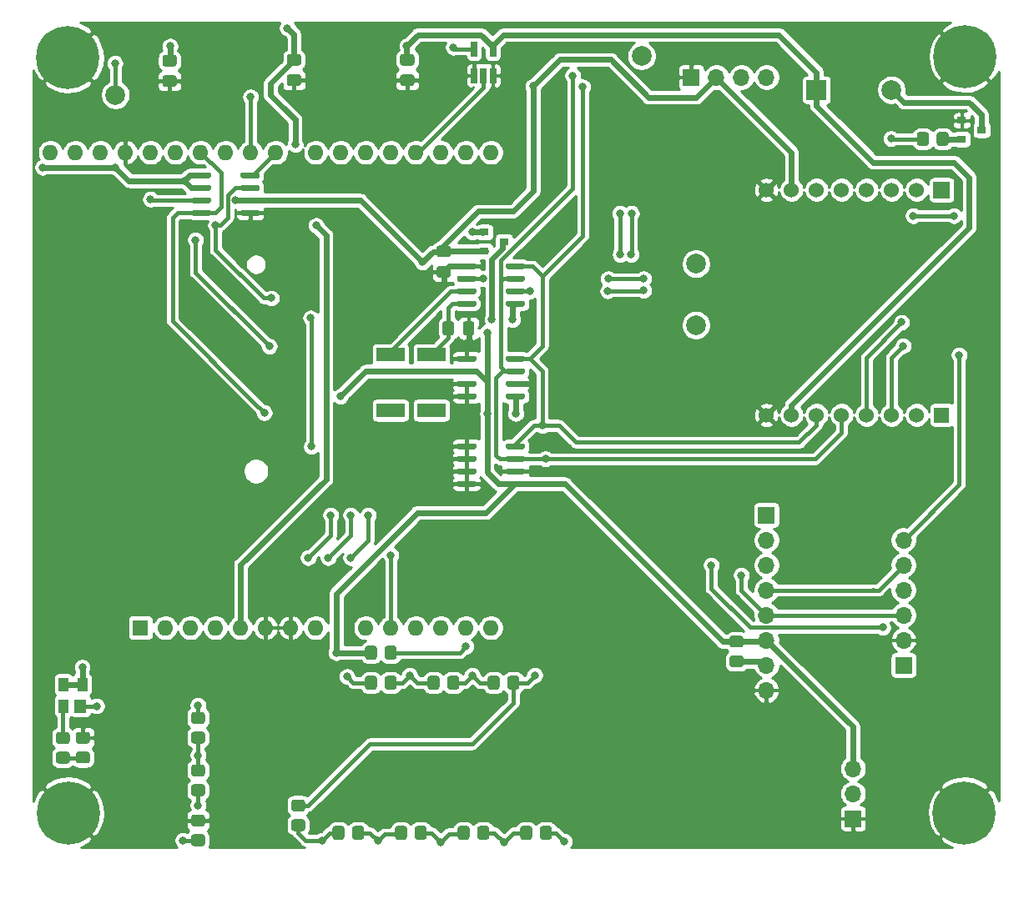
<source format=gbr>
%TF.GenerationSoftware,KiCad,Pcbnew,5.1.12-1.fc34*%
%TF.CreationDate,2021-12-13T19:31:17+01:00*%
%TF.ProjectId,fdrm05-devboard,6664726d-3035-42d6-9465-76626f617264,1*%
%TF.SameCoordinates,Original*%
%TF.FileFunction,Copper,L2,Bot*%
%TF.FilePolarity,Positive*%
%FSLAX46Y46*%
G04 Gerber Fmt 4.6, Leading zero omitted, Abs format (unit mm)*
G04 Created by KiCad (PCBNEW 5.1.12-1.fc34) date 2021-12-13 19:31:17*
%MOMM*%
%LPD*%
G01*
G04 APERTURE LIST*
%TA.AperFunction,ComponentPad*%
%ADD10R,1.524000X1.524000*%
%TD*%
%TA.AperFunction,ComponentPad*%
%ADD11C,1.524000*%
%TD*%
%TA.AperFunction,ComponentPad*%
%ADD12R,1.676400X1.676400*%
%TD*%
%TA.AperFunction,ComponentPad*%
%ADD13O,1.700000X1.700000*%
%TD*%
%TA.AperFunction,ComponentPad*%
%ADD14R,1.700000X1.700000*%
%TD*%
%TA.AperFunction,ComponentPad*%
%ADD15O,1.600000X1.600000*%
%TD*%
%TA.AperFunction,ComponentPad*%
%ADD16R,1.600000X1.600000*%
%TD*%
%TA.AperFunction,SMDPad,CuDef*%
%ADD17R,2.850000X1.430000*%
%TD*%
%TA.AperFunction,SMDPad,CuDef*%
%ADD18R,0.650000X1.560000*%
%TD*%
%TA.AperFunction,ComponentPad*%
%ADD19C,2.000000*%
%TD*%
%TA.AperFunction,ComponentPad*%
%ADD20C,0.800000*%
%TD*%
%TA.AperFunction,ComponentPad*%
%ADD21C,6.400000*%
%TD*%
%TA.AperFunction,SMDPad,CuDef*%
%ADD22R,0.900000X0.800000*%
%TD*%
%TA.AperFunction,SMDPad,CuDef*%
%ADD23R,1.000000X1.400000*%
%TD*%
%TA.AperFunction,SMDPad,CuDef*%
%ADD24R,1.200000X1.400000*%
%TD*%
%TA.AperFunction,ComponentPad*%
%ADD25R,2.000000X2.000000*%
%TD*%
%TA.AperFunction,ViaPad*%
%ADD26C,0.800000*%
%TD*%
%TA.AperFunction,Conductor*%
%ADD27C,0.400000*%
%TD*%
%TA.AperFunction,Conductor*%
%ADD28C,0.600000*%
%TD*%
%TA.AperFunction,Conductor*%
%ADD29C,0.254000*%
%TD*%
%TA.AperFunction,Conductor*%
%ADD30C,0.100000*%
%TD*%
G04 APERTURE END LIST*
D10*
%TO.P,CON1,P16*%
%TO.N,MB_PWM*%
X196850000Y-100330000D03*
D11*
%TO.P,CON1,P15*%
%TO.N,MB_INT*%
X194310000Y-100330000D03*
%TO.P,CON1,P14*%
%TO.N,UART_RX*%
X191770000Y-100330000D03*
%TO.P,CON1,P13*%
%TO.N,UART_TX*%
X189230000Y-100330000D03*
%TO.P,CON1,P12*%
%TO.N,I2C_SCL*%
X186690000Y-100330000D03*
%TO.P,CON1,P11*%
%TO.N,I2C_SDA*%
X184150000Y-100330000D03*
%TO.P,CON1,P10*%
%TO.N,+5V*%
X181610000Y-100330000D03*
%TO.P,CON1,P9*%
%TO.N,GND*%
X179070000Y-100330000D03*
%TO.P,CON1,P8*%
X179070000Y-77470000D03*
%TO.P,CON1,P7*%
%TO.N,+3V3*%
X181610000Y-77470000D03*
%TO.P,CON1,P6*%
%TO.N,SPI_MOSI*%
X184150000Y-77470000D03*
%TO.P,CON1,P5*%
%TO.N,SPI_MISO*%
X186690000Y-77470000D03*
%TO.P,CON1,P4*%
%TO.N,SPI_CLK*%
X189230000Y-77470000D03*
%TO.P,CON1,P3*%
%TO.N,SPI_SS_MB*%
X191770000Y-77470000D03*
%TO.P,CON1,P2*%
%TO.N,RST_MB*%
X194310000Y-77470000D03*
D12*
%TO.P,CON1,P1*%
%TO.N,AN_MB*%
X196850000Y-77470000D03*
%TD*%
D13*
%TO.P,J5,4*%
%TO.N,I2C_SCL*%
X179070000Y-66040000D03*
%TO.P,J5,3*%
%TO.N,I2C_SDA*%
X176530000Y-66040000D03*
%TO.P,J5,2*%
%TO.N,+3V3*%
X173990000Y-66040000D03*
D14*
%TO.P,J5,1*%
%TO.N,GND*%
X171450000Y-66040000D03*
%TD*%
D15*
%TO.P,A1,16*%
%TO.N,UART_TX*%
X148590000Y-73660000D03*
%TO.P,A1,15*%
%TO.N,UART_RX*%
X151130000Y-73660000D03*
%TO.P,A1,30*%
%TO.N,Net-(A1-Pad30)*%
X111510000Y-73660000D03*
%TO.P,A1,14*%
%TO.N,AN_LIGHT*%
X151130000Y-121920000D03*
%TO.P,A1,29*%
%TO.N,GND*%
X114050000Y-73660000D03*
%TO.P,A1,13*%
%TO.N,AN_KEYBOARD*%
X148590000Y-121920000D03*
%TO.P,A1,28*%
%TO.N,SPI_CLK*%
X116590000Y-73660000D03*
%TO.P,A1,12*%
%TO.N,AN_MB*%
X146050000Y-121920000D03*
%TO.P,A1,27*%
%TO.N,SPI_MISO*%
X119130000Y-73660000D03*
%TO.P,A1,11*%
%TO.N,AN_KEYPAD*%
X143510000Y-121920000D03*
%TO.P,A1,26*%
%TO.N,SPI_MOSI*%
X121670000Y-73660000D03*
%TO.P,A1,10*%
%TO.N,SPI_SS_LCD*%
X140970000Y-121920000D03*
%TO.P,A1,25*%
%TO.N,SPI_SS_SDCARD*%
X124210000Y-73660000D03*
%TO.P,A1,9*%
%TO.N,SPI_SS_MB*%
X138430000Y-121920000D03*
%TO.P,A1,24*%
%TO.N,PWM_BUZZER*%
X126750000Y-73660000D03*
%TO.P,A1,8*%
%TO.N,Net-(A1-Pad8)*%
X133350000Y-121920000D03*
%TO.P,A1,23*%
%TO.N,SPI_SS_FLASH*%
X129290000Y-73660000D03*
%TO.P,A1,7*%
%TO.N,GND*%
X130810000Y-121920000D03*
%TO.P,A1,22*%
%TO.N,MB_INT*%
X133350000Y-73660000D03*
%TO.P,A1,6*%
%TO.N,GND*%
X128270000Y-121920000D03*
%TO.P,A1,21*%
%TO.N,MB_PWM*%
X135890000Y-73660000D03*
%TO.P,A1,5*%
%TO.N,+5V*%
X125730000Y-121920000D03*
%TO.P,A1,20*%
%TO.N,GPIO_RST_LCD*%
X138430000Y-73660000D03*
%TO.P,A1,4*%
%TO.N,+3V3*%
X123190000Y-121920000D03*
%TO.P,A1,19*%
%TO.N,SPI_SS_PMOD*%
X140970000Y-73660000D03*
%TO.P,A1,3*%
%TO.N,RST_MB*%
X120650000Y-121920000D03*
%TO.P,A1,18*%
%TO.N,GPIO_RGB_LED*%
X143510000Y-73660000D03*
%TO.P,A1,2*%
%TO.N,+3V3*%
X118110000Y-121920000D03*
%TO.P,A1,17*%
%TO.N,GPIO_DC_LCD*%
X146050000Y-73660000D03*
D16*
%TO.P,A1,1*%
%TO.N,Net-(A1-Pad1)*%
X115570000Y-121920000D03*
D15*
%TO.P,A1,31*%
%TO.N,I2C_SDA*%
X108970000Y-73660000D03*
%TO.P,A1,32*%
%TO.N,I2C_SCL*%
X106430000Y-73660000D03*
%TD*%
D17*
%TO.P,Y1,4*%
%TO.N,Net-(U2-Pad2)*%
X140927000Y-94213000D03*
%TO.P,Y1,3*%
%TO.N,Net-(Y1-Pad3)*%
X140927000Y-99843000D03*
%TO.P,Y1,2*%
%TO.N,Net-(Y1-Pad2)*%
X145077000Y-99843000D03*
%TO.P,Y1,1*%
%TO.N,Net-(C1-Pad2)*%
X145077000Y-94213000D03*
%TD*%
%TO.P,U5,8*%
%TO.N,+3V3*%
%TA.AperFunction,SMDPad,CuDef*%
G36*
G01*
X152630000Y-98575000D02*
X152630000Y-98275000D01*
G75*
G02*
X152780000Y-98125000I150000J0D01*
G01*
X154430000Y-98125000D01*
G75*
G02*
X154580000Y-98275000I0J-150000D01*
G01*
X154580000Y-98575000D01*
G75*
G02*
X154430000Y-98725000I-150000J0D01*
G01*
X152780000Y-98725000D01*
G75*
G02*
X152630000Y-98575000I0J150000D01*
G01*
G37*
%TD.AperFunction*%
%TO.P,U5,7*%
%TO.N,GND*%
%TA.AperFunction,SMDPad,CuDef*%
G36*
G01*
X152630000Y-97305000D02*
X152630000Y-97005000D01*
G75*
G02*
X152780000Y-96855000I150000J0D01*
G01*
X154430000Y-96855000D01*
G75*
G02*
X154580000Y-97005000I0J-150000D01*
G01*
X154580000Y-97305000D01*
G75*
G02*
X154430000Y-97455000I-150000J0D01*
G01*
X152780000Y-97455000D01*
G75*
G02*
X152630000Y-97305000I0J150000D01*
G01*
G37*
%TD.AperFunction*%
%TO.P,U5,6*%
%TO.N,I2C_SCL*%
%TA.AperFunction,SMDPad,CuDef*%
G36*
G01*
X152630000Y-96035000D02*
X152630000Y-95735000D01*
G75*
G02*
X152780000Y-95585000I150000J0D01*
G01*
X154430000Y-95585000D01*
G75*
G02*
X154580000Y-95735000I0J-150000D01*
G01*
X154580000Y-96035000D01*
G75*
G02*
X154430000Y-96185000I-150000J0D01*
G01*
X152780000Y-96185000D01*
G75*
G02*
X152630000Y-96035000I0J150000D01*
G01*
G37*
%TD.AperFunction*%
%TO.P,U5,5*%
%TO.N,I2C_SDA*%
%TA.AperFunction,SMDPad,CuDef*%
G36*
G01*
X152630000Y-94765000D02*
X152630000Y-94465000D01*
G75*
G02*
X152780000Y-94315000I150000J0D01*
G01*
X154430000Y-94315000D01*
G75*
G02*
X154580000Y-94465000I0J-150000D01*
G01*
X154580000Y-94765000D01*
G75*
G02*
X154430000Y-94915000I-150000J0D01*
G01*
X152780000Y-94915000D01*
G75*
G02*
X152630000Y-94765000I0J150000D01*
G01*
G37*
%TD.AperFunction*%
%TO.P,U5,4*%
%TO.N,GND*%
%TA.AperFunction,SMDPad,CuDef*%
G36*
G01*
X147680000Y-94765000D02*
X147680000Y-94465000D01*
G75*
G02*
X147830000Y-94315000I150000J0D01*
G01*
X149480000Y-94315000D01*
G75*
G02*
X149630000Y-94465000I0J-150000D01*
G01*
X149630000Y-94765000D01*
G75*
G02*
X149480000Y-94915000I-150000J0D01*
G01*
X147830000Y-94915000D01*
G75*
G02*
X147680000Y-94765000I0J150000D01*
G01*
G37*
%TD.AperFunction*%
%TO.P,U5,3*%
%TO.N,+3V3*%
%TA.AperFunction,SMDPad,CuDef*%
G36*
G01*
X147680000Y-96035000D02*
X147680000Y-95735000D01*
G75*
G02*
X147830000Y-95585000I150000J0D01*
G01*
X149480000Y-95585000D01*
G75*
G02*
X149630000Y-95735000I0J-150000D01*
G01*
X149630000Y-96035000D01*
G75*
G02*
X149480000Y-96185000I-150000J0D01*
G01*
X147830000Y-96185000D01*
G75*
G02*
X147680000Y-96035000I0J150000D01*
G01*
G37*
%TD.AperFunction*%
%TO.P,U5,2*%
%TO.N,GND*%
%TA.AperFunction,SMDPad,CuDef*%
G36*
G01*
X147680000Y-97305000D02*
X147680000Y-97005000D01*
G75*
G02*
X147830000Y-96855000I150000J0D01*
G01*
X149480000Y-96855000D01*
G75*
G02*
X149630000Y-97005000I0J-150000D01*
G01*
X149630000Y-97305000D01*
G75*
G02*
X149480000Y-97455000I-150000J0D01*
G01*
X147830000Y-97455000D01*
G75*
G02*
X147680000Y-97305000I0J150000D01*
G01*
G37*
%TD.AperFunction*%
%TO.P,U5,1*%
%TA.AperFunction,SMDPad,CuDef*%
G36*
G01*
X147680000Y-98575000D02*
X147680000Y-98275000D01*
G75*
G02*
X147830000Y-98125000I150000J0D01*
G01*
X149480000Y-98125000D01*
G75*
G02*
X149630000Y-98275000I0J-150000D01*
G01*
X149630000Y-98575000D01*
G75*
G02*
X149480000Y-98725000I-150000J0D01*
G01*
X147830000Y-98725000D01*
G75*
G02*
X147680000Y-98575000I0J150000D01*
G01*
G37*
%TD.AperFunction*%
%TD*%
D18*
%TO.P,U6,5*%
%TO.N,+5V*%
X151318000Y-63166000D03*
%TO.P,U6,4*%
%TO.N,Net-(D1-Pad4)*%
X149418000Y-63166000D03*
%TO.P,U6,3*%
%TO.N,GND*%
X149418000Y-65866000D03*
%TO.P,U6,2*%
%TO.N,GPIO_RGB_LED*%
X150368000Y-65866000D03*
%TO.P,U6,1*%
%TO.N,GND*%
X151318000Y-65866000D03*
%TD*%
D19*
%TO.P,TP5,1*%
%TO.N,Net-(TP5-Pad1)*%
X171932600Y-84975700D03*
%TD*%
%TO.P,TP4,1*%
%TO.N,Net-(TP4-Pad1)*%
X171932600Y-91198700D03*
%TD*%
%TO.P,TP3,1*%
%TO.N,Net-(TP3-Pad1)*%
X166395400Y-63881000D03*
%TD*%
%TO.P,TP2,1*%
%TO.N,Net-(D3-Pad2)*%
X113030000Y-67818000D03*
%TD*%
D13*
%TO.P,J3,6*%
%TO.N,SPI_SS_PMOD*%
X192989200Y-113030000D03*
%TO.P,J3,5*%
%TO.N,SPI_MOSI*%
X192989200Y-115570000D03*
%TO.P,J3,4*%
%TO.N,SPI_MISO*%
X192989200Y-118110000D03*
%TO.P,J3,3*%
%TO.N,SPI_CLK*%
X192989200Y-120650000D03*
%TO.P,J3,2*%
%TO.N,GND*%
X192989200Y-123190000D03*
D14*
%TO.P,J3,1*%
%TO.N,+3V3*%
X192989200Y-125730000D03*
%TD*%
D20*
%TO.P,H4,1*%
%TO.N,GND*%
X109926456Y-139018944D03*
X108229400Y-138316000D03*
X106532344Y-139018944D03*
X105829400Y-140716000D03*
X106532344Y-142413056D03*
X108229400Y-143116000D03*
X109926456Y-142413056D03*
X110629400Y-140716000D03*
D21*
X108229400Y-140716000D03*
%TD*%
D20*
%TO.P,H3,1*%
%TO.N,GND*%
X200833356Y-139018944D03*
X199136300Y-138316000D03*
X197439244Y-139018944D03*
X196736300Y-140716000D03*
X197439244Y-142413056D03*
X199136300Y-143116000D03*
X200833356Y-142413056D03*
X201536300Y-140716000D03*
D21*
X199136300Y-140716000D03*
%TD*%
D20*
%TO.P,H2,1*%
%TO.N,GND*%
X109901056Y-62310944D03*
X108204000Y-61608000D03*
X106506944Y-62310944D03*
X105804000Y-64008000D03*
X106506944Y-65705056D03*
X108204000Y-66408000D03*
X109901056Y-65705056D03*
X110604000Y-64008000D03*
D21*
X108204000Y-64008000D03*
%TD*%
D20*
%TO.P,H1,1*%
%TO.N,GND*%
X200909256Y-62260144D03*
X199212200Y-61557200D03*
X197515144Y-62260144D03*
X196812200Y-63957200D03*
X197515144Y-65654256D03*
X199212200Y-66357200D03*
X200909256Y-65654256D03*
X201612200Y-63957200D03*
D21*
X199212200Y-63957200D03*
%TD*%
%TO.P,U4,8*%
%TO.N,+3V3*%
%TA.AperFunction,SMDPad,CuDef*%
G36*
G01*
X152630000Y-107465000D02*
X152630000Y-107165000D01*
G75*
G02*
X152780000Y-107015000I150000J0D01*
G01*
X154430000Y-107015000D01*
G75*
G02*
X154580000Y-107165000I0J-150000D01*
G01*
X154580000Y-107465000D01*
G75*
G02*
X154430000Y-107615000I-150000J0D01*
G01*
X152780000Y-107615000D01*
G75*
G02*
X152630000Y-107465000I0J150000D01*
G01*
G37*
%TD.AperFunction*%
%TO.P,U4,7*%
%TO.N,GND*%
%TA.AperFunction,SMDPad,CuDef*%
G36*
G01*
X152630000Y-106195000D02*
X152630000Y-105895000D01*
G75*
G02*
X152780000Y-105745000I150000J0D01*
G01*
X154430000Y-105745000D01*
G75*
G02*
X154580000Y-105895000I0J-150000D01*
G01*
X154580000Y-106195000D01*
G75*
G02*
X154430000Y-106345000I-150000J0D01*
G01*
X152780000Y-106345000D01*
G75*
G02*
X152630000Y-106195000I0J150000D01*
G01*
G37*
%TD.AperFunction*%
%TO.P,U4,6*%
%TO.N,I2C_SCL*%
%TA.AperFunction,SMDPad,CuDef*%
G36*
G01*
X152630000Y-104925000D02*
X152630000Y-104625000D01*
G75*
G02*
X152780000Y-104475000I150000J0D01*
G01*
X154430000Y-104475000D01*
G75*
G02*
X154580000Y-104625000I0J-150000D01*
G01*
X154580000Y-104925000D01*
G75*
G02*
X154430000Y-105075000I-150000J0D01*
G01*
X152780000Y-105075000D01*
G75*
G02*
X152630000Y-104925000I0J150000D01*
G01*
G37*
%TD.AperFunction*%
%TO.P,U4,5*%
%TO.N,I2C_SDA*%
%TA.AperFunction,SMDPad,CuDef*%
G36*
G01*
X152630000Y-103655000D02*
X152630000Y-103355000D01*
G75*
G02*
X152780000Y-103205000I150000J0D01*
G01*
X154430000Y-103205000D01*
G75*
G02*
X154580000Y-103355000I0J-150000D01*
G01*
X154580000Y-103655000D01*
G75*
G02*
X154430000Y-103805000I-150000J0D01*
G01*
X152780000Y-103805000D01*
G75*
G02*
X152630000Y-103655000I0J150000D01*
G01*
G37*
%TD.AperFunction*%
%TO.P,U4,4*%
%TO.N,GND*%
%TA.AperFunction,SMDPad,CuDef*%
G36*
G01*
X147680000Y-103655000D02*
X147680000Y-103355000D01*
G75*
G02*
X147830000Y-103205000I150000J0D01*
G01*
X149480000Y-103205000D01*
G75*
G02*
X149630000Y-103355000I0J-150000D01*
G01*
X149630000Y-103655000D01*
G75*
G02*
X149480000Y-103805000I-150000J0D01*
G01*
X147830000Y-103805000D01*
G75*
G02*
X147680000Y-103655000I0J150000D01*
G01*
G37*
%TD.AperFunction*%
%TO.P,U4,3*%
%TA.AperFunction,SMDPad,CuDef*%
G36*
G01*
X147680000Y-104925000D02*
X147680000Y-104625000D01*
G75*
G02*
X147830000Y-104475000I150000J0D01*
G01*
X149480000Y-104475000D01*
G75*
G02*
X149630000Y-104625000I0J-150000D01*
G01*
X149630000Y-104925000D01*
G75*
G02*
X149480000Y-105075000I-150000J0D01*
G01*
X147830000Y-105075000D01*
G75*
G02*
X147680000Y-104925000I0J150000D01*
G01*
G37*
%TD.AperFunction*%
%TO.P,U4,2*%
%TA.AperFunction,SMDPad,CuDef*%
G36*
G01*
X147680000Y-106195000D02*
X147680000Y-105895000D01*
G75*
G02*
X147830000Y-105745000I150000J0D01*
G01*
X149480000Y-105745000D01*
G75*
G02*
X149630000Y-105895000I0J-150000D01*
G01*
X149630000Y-106195000D01*
G75*
G02*
X149480000Y-106345000I-150000J0D01*
G01*
X147830000Y-106345000D01*
G75*
G02*
X147680000Y-106195000I0J150000D01*
G01*
G37*
%TD.AperFunction*%
%TO.P,U4,1*%
%TA.AperFunction,SMDPad,CuDef*%
G36*
G01*
X147680000Y-107465000D02*
X147680000Y-107165000D01*
G75*
G02*
X147830000Y-107015000I150000J0D01*
G01*
X149480000Y-107015000D01*
G75*
G02*
X149630000Y-107165000I0J-150000D01*
G01*
X149630000Y-107465000D01*
G75*
G02*
X149480000Y-107615000I-150000J0D01*
G01*
X147830000Y-107615000D01*
G75*
G02*
X147680000Y-107465000I0J150000D01*
G01*
G37*
%TD.AperFunction*%
%TD*%
%TO.P,U2,8*%
%TO.N,Net-(D4-Pad3)*%
%TA.AperFunction,SMDPad,CuDef*%
G36*
G01*
X152630000Y-89177000D02*
X152630000Y-88877000D01*
G75*
G02*
X152780000Y-88727000I150000J0D01*
G01*
X154430000Y-88727000D01*
G75*
G02*
X154580000Y-88877000I0J-150000D01*
G01*
X154580000Y-89177000D01*
G75*
G02*
X154430000Y-89327000I-150000J0D01*
G01*
X152780000Y-89327000D01*
G75*
G02*
X152630000Y-89177000I0J150000D01*
G01*
G37*
%TD.AperFunction*%
%TO.P,U2,7*%
%TO.N,Net-(TP4-Pad1)*%
%TA.AperFunction,SMDPad,CuDef*%
G36*
G01*
X152630000Y-87907000D02*
X152630000Y-87607000D01*
G75*
G02*
X152780000Y-87457000I150000J0D01*
G01*
X154430000Y-87457000D01*
G75*
G02*
X154580000Y-87607000I0J-150000D01*
G01*
X154580000Y-87907000D01*
G75*
G02*
X154430000Y-88057000I-150000J0D01*
G01*
X152780000Y-88057000D01*
G75*
G02*
X152630000Y-87907000I0J150000D01*
G01*
G37*
%TD.AperFunction*%
%TO.P,U2,6*%
%TO.N,I2C_SCL*%
%TA.AperFunction,SMDPad,CuDef*%
G36*
G01*
X152630000Y-86637000D02*
X152630000Y-86337000D01*
G75*
G02*
X152780000Y-86187000I150000J0D01*
G01*
X154430000Y-86187000D01*
G75*
G02*
X154580000Y-86337000I0J-150000D01*
G01*
X154580000Y-86637000D01*
G75*
G02*
X154430000Y-86787000I-150000J0D01*
G01*
X152780000Y-86787000D01*
G75*
G02*
X152630000Y-86637000I0J150000D01*
G01*
G37*
%TD.AperFunction*%
%TO.P,U2,5*%
%TO.N,I2C_SDA*%
%TA.AperFunction,SMDPad,CuDef*%
G36*
G01*
X152630000Y-85367000D02*
X152630000Y-85067000D01*
G75*
G02*
X152780000Y-84917000I150000J0D01*
G01*
X154430000Y-84917000D01*
G75*
G02*
X154580000Y-85067000I0J-150000D01*
G01*
X154580000Y-85367000D01*
G75*
G02*
X154430000Y-85517000I-150000J0D01*
G01*
X152780000Y-85517000D01*
G75*
G02*
X152630000Y-85367000I0J150000D01*
G01*
G37*
%TD.AperFunction*%
%TO.P,U2,4*%
%TO.N,GND*%
%TA.AperFunction,SMDPad,CuDef*%
G36*
G01*
X147680000Y-85367000D02*
X147680000Y-85067000D01*
G75*
G02*
X147830000Y-84917000I150000J0D01*
G01*
X149480000Y-84917000D01*
G75*
G02*
X149630000Y-85067000I0J-150000D01*
G01*
X149630000Y-85367000D01*
G75*
G02*
X149480000Y-85517000I-150000J0D01*
G01*
X147830000Y-85517000D01*
G75*
G02*
X147680000Y-85367000I0J150000D01*
G01*
G37*
%TD.AperFunction*%
%TO.P,U2,3*%
%TO.N,Net-(TP5-Pad1)*%
%TA.AperFunction,SMDPad,CuDef*%
G36*
G01*
X147680000Y-86637000D02*
X147680000Y-86337000D01*
G75*
G02*
X147830000Y-86187000I150000J0D01*
G01*
X149480000Y-86187000D01*
G75*
G02*
X149630000Y-86337000I0J-150000D01*
G01*
X149630000Y-86637000D01*
G75*
G02*
X149480000Y-86787000I-150000J0D01*
G01*
X147830000Y-86787000D01*
G75*
G02*
X147680000Y-86637000I0J150000D01*
G01*
G37*
%TD.AperFunction*%
%TO.P,U2,2*%
%TO.N,Net-(U2-Pad2)*%
%TA.AperFunction,SMDPad,CuDef*%
G36*
G01*
X147680000Y-87907000D02*
X147680000Y-87607000D01*
G75*
G02*
X147830000Y-87457000I150000J0D01*
G01*
X149480000Y-87457000D01*
G75*
G02*
X149630000Y-87607000I0J-150000D01*
G01*
X149630000Y-87907000D01*
G75*
G02*
X149480000Y-88057000I-150000J0D01*
G01*
X147830000Y-88057000D01*
G75*
G02*
X147680000Y-87907000I0J150000D01*
G01*
G37*
%TD.AperFunction*%
%TO.P,U2,1*%
%TO.N,Net-(C1-Pad2)*%
%TA.AperFunction,SMDPad,CuDef*%
G36*
G01*
X147680000Y-89177000D02*
X147680000Y-88877000D01*
G75*
G02*
X147830000Y-88727000I150000J0D01*
G01*
X149480000Y-88727000D01*
G75*
G02*
X149630000Y-88877000I0J-150000D01*
G01*
X149630000Y-89177000D01*
G75*
G02*
X149480000Y-89327000I-150000J0D01*
G01*
X147830000Y-89327000D01*
G75*
G02*
X147680000Y-89177000I0J150000D01*
G01*
G37*
%TD.AperFunction*%
%TD*%
%TO.P,U1,8*%
%TO.N,+3V3*%
%TA.AperFunction,SMDPad,CuDef*%
G36*
G01*
X122718700Y-75846800D02*
X122718700Y-76146800D01*
G75*
G02*
X122568700Y-76296800I-150000J0D01*
G01*
X120918700Y-76296800D01*
G75*
G02*
X120768700Y-76146800I0J150000D01*
G01*
X120768700Y-75846800D01*
G75*
G02*
X120918700Y-75696800I150000J0D01*
G01*
X122568700Y-75696800D01*
G75*
G02*
X122718700Y-75846800I0J-150000D01*
G01*
G37*
%TD.AperFunction*%
%TO.P,U1,7*%
%TA.AperFunction,SMDPad,CuDef*%
G36*
G01*
X122718700Y-77116800D02*
X122718700Y-77416800D01*
G75*
G02*
X122568700Y-77566800I-150000J0D01*
G01*
X120918700Y-77566800D01*
G75*
G02*
X120768700Y-77416800I0J150000D01*
G01*
X120768700Y-77116800D01*
G75*
G02*
X120918700Y-76966800I150000J0D01*
G01*
X122568700Y-76966800D01*
G75*
G02*
X122718700Y-77116800I0J-150000D01*
G01*
G37*
%TD.AperFunction*%
%TO.P,U1,6*%
%TO.N,SPI_CLK*%
%TA.AperFunction,SMDPad,CuDef*%
G36*
G01*
X122718700Y-78386800D02*
X122718700Y-78686800D01*
G75*
G02*
X122568700Y-78836800I-150000J0D01*
G01*
X120918700Y-78836800D01*
G75*
G02*
X120768700Y-78686800I0J150000D01*
G01*
X120768700Y-78386800D01*
G75*
G02*
X120918700Y-78236800I150000J0D01*
G01*
X122568700Y-78236800D01*
G75*
G02*
X122718700Y-78386800I0J-150000D01*
G01*
G37*
%TD.AperFunction*%
%TO.P,U1,5*%
%TO.N,SPI_MOSI*%
%TA.AperFunction,SMDPad,CuDef*%
G36*
G01*
X122718700Y-79656800D02*
X122718700Y-79956800D01*
G75*
G02*
X122568700Y-80106800I-150000J0D01*
G01*
X120918700Y-80106800D01*
G75*
G02*
X120768700Y-79956800I0J150000D01*
G01*
X120768700Y-79656800D01*
G75*
G02*
X120918700Y-79506800I150000J0D01*
G01*
X122568700Y-79506800D01*
G75*
G02*
X122718700Y-79656800I0J-150000D01*
G01*
G37*
%TD.AperFunction*%
%TO.P,U1,4*%
%TO.N,GND*%
%TA.AperFunction,SMDPad,CuDef*%
G36*
G01*
X127668700Y-79656800D02*
X127668700Y-79956800D01*
G75*
G02*
X127518700Y-80106800I-150000J0D01*
G01*
X125868700Y-80106800D01*
G75*
G02*
X125718700Y-79956800I0J150000D01*
G01*
X125718700Y-79656800D01*
G75*
G02*
X125868700Y-79506800I150000J0D01*
G01*
X127518700Y-79506800D01*
G75*
G02*
X127668700Y-79656800I0J-150000D01*
G01*
G37*
%TD.AperFunction*%
%TO.P,U1,3*%
%TO.N,+3V3*%
%TA.AperFunction,SMDPad,CuDef*%
G36*
G01*
X127668700Y-78386800D02*
X127668700Y-78686800D01*
G75*
G02*
X127518700Y-78836800I-150000J0D01*
G01*
X125868700Y-78836800D01*
G75*
G02*
X125718700Y-78686800I0J150000D01*
G01*
X125718700Y-78386800D01*
G75*
G02*
X125868700Y-78236800I150000J0D01*
G01*
X127518700Y-78236800D01*
G75*
G02*
X127668700Y-78386800I0J-150000D01*
G01*
G37*
%TD.AperFunction*%
%TO.P,U1,2*%
%TO.N,SPI_MISO*%
%TA.AperFunction,SMDPad,CuDef*%
G36*
G01*
X127668700Y-77116800D02*
X127668700Y-77416800D01*
G75*
G02*
X127518700Y-77566800I-150000J0D01*
G01*
X125868700Y-77566800D01*
G75*
G02*
X125718700Y-77416800I0J150000D01*
G01*
X125718700Y-77116800D01*
G75*
G02*
X125868700Y-76966800I150000J0D01*
G01*
X127518700Y-76966800D01*
G75*
G02*
X127668700Y-77116800I0J-150000D01*
G01*
G37*
%TD.AperFunction*%
%TO.P,U1,1*%
%TO.N,SPI_SS_FLASH*%
%TA.AperFunction,SMDPad,CuDef*%
G36*
G01*
X127668700Y-75846800D02*
X127668700Y-76146800D01*
G75*
G02*
X127518700Y-76296800I-150000J0D01*
G01*
X125868700Y-76296800D01*
G75*
G02*
X125718700Y-76146800I0J150000D01*
G01*
X125718700Y-75846800D01*
G75*
G02*
X125868700Y-75696800I150000J0D01*
G01*
X127518700Y-75696800D01*
G75*
G02*
X127668700Y-75846800I0J-150000D01*
G01*
G37*
%TD.AperFunction*%
%TD*%
%TO.P,R18,2*%
%TO.N,+3V3*%
%TA.AperFunction,SMDPad,CuDef*%
G36*
G01*
X176484701Y-123933000D02*
X175584699Y-123933000D01*
G75*
G02*
X175334700Y-123683001I0J249999D01*
G01*
X175334700Y-122982999D01*
G75*
G02*
X175584699Y-122733000I249999J0D01*
G01*
X176484701Y-122733000D01*
G75*
G02*
X176734700Y-122982999I0J-249999D01*
G01*
X176734700Y-123683001D01*
G75*
G02*
X176484701Y-123933000I-249999J0D01*
G01*
G37*
%TD.AperFunction*%
%TO.P,R18,1*%
%TO.N,Net-(LCD1-Pad7)*%
%TA.AperFunction,SMDPad,CuDef*%
G36*
G01*
X176484701Y-125933000D02*
X175584699Y-125933000D01*
G75*
G02*
X175334700Y-125683001I0J249999D01*
G01*
X175334700Y-124982999D01*
G75*
G02*
X175584699Y-124733000I249999J0D01*
G01*
X176484701Y-124733000D01*
G75*
G02*
X176734700Y-124982999I0J-249999D01*
G01*
X176734700Y-125683001D01*
G75*
G02*
X176484701Y-125933000I-249999J0D01*
G01*
G37*
%TD.AperFunction*%
%TD*%
%TO.P,R15,2*%
%TO.N,PWM_BUZZER*%
%TA.AperFunction,SMDPad,CuDef*%
G36*
G01*
X195548300Y-71851099D02*
X195548300Y-72751101D01*
G75*
G02*
X195298301Y-73001100I-249999J0D01*
G01*
X194598299Y-73001100D01*
G75*
G02*
X194348300Y-72751101I0J249999D01*
G01*
X194348300Y-71851099D01*
G75*
G02*
X194598299Y-71601100I249999J0D01*
G01*
X195298301Y-71601100D01*
G75*
G02*
X195548300Y-71851099I0J-249999D01*
G01*
G37*
%TD.AperFunction*%
%TO.P,R15,1*%
%TO.N,Net-(Q2-Pad1)*%
%TA.AperFunction,SMDPad,CuDef*%
G36*
G01*
X197548300Y-71851099D02*
X197548300Y-72751101D01*
G75*
G02*
X197298301Y-73001100I-249999J0D01*
G01*
X196598299Y-73001100D01*
G75*
G02*
X196348300Y-72751101I0J249999D01*
G01*
X196348300Y-71851099D01*
G75*
G02*
X196598299Y-71601100I249999J0D01*
G01*
X197298301Y-71601100D01*
G75*
G02*
X197548300Y-71851099I0J-249999D01*
G01*
G37*
%TD.AperFunction*%
%TD*%
%TO.P,R14,2*%
%TO.N,+3V3*%
%TA.AperFunction,SMDPad,CuDef*%
G36*
G01*
X139554000Y-124009999D02*
X139554000Y-124910001D01*
G75*
G02*
X139304001Y-125160000I-249999J0D01*
G01*
X138603999Y-125160000D01*
G75*
G02*
X138354000Y-124910001I0J249999D01*
G01*
X138354000Y-124009999D01*
G75*
G02*
X138603999Y-123760000I249999J0D01*
G01*
X139304001Y-123760000D01*
G75*
G02*
X139554000Y-124009999I0J-249999D01*
G01*
G37*
%TD.AperFunction*%
%TO.P,R14,1*%
%TO.N,AN_KEYBOARD*%
%TA.AperFunction,SMDPad,CuDef*%
G36*
G01*
X141554000Y-124009999D02*
X141554000Y-124910001D01*
G75*
G02*
X141304001Y-125160000I-249999J0D01*
G01*
X140603999Y-125160000D01*
G75*
G02*
X140354000Y-124910001I0J249999D01*
G01*
X140354000Y-124009999D01*
G75*
G02*
X140603999Y-123760000I249999J0D01*
G01*
X141304001Y-123760000D01*
G75*
G02*
X141554000Y-124009999I0J-249999D01*
G01*
G37*
%TD.AperFunction*%
%TD*%
%TO.P,R13,2*%
%TO.N,Net-(J2-Pad8)*%
%TA.AperFunction,SMDPad,CuDef*%
G36*
G01*
X155302000Y-142297999D02*
X155302000Y-143198001D01*
G75*
G02*
X155052001Y-143448000I-249999J0D01*
G01*
X154351999Y-143448000D01*
G75*
G02*
X154102000Y-143198001I0J249999D01*
G01*
X154102000Y-142297999D01*
G75*
G02*
X154351999Y-142048000I249999J0D01*
G01*
X155052001Y-142048000D01*
G75*
G02*
X155302000Y-142297999I0J-249999D01*
G01*
G37*
%TD.AperFunction*%
%TO.P,R13,1*%
%TO.N,AN_KEYBOARD*%
%TA.AperFunction,SMDPad,CuDef*%
G36*
G01*
X157302000Y-142297999D02*
X157302000Y-143198001D01*
G75*
G02*
X157052001Y-143448000I-249999J0D01*
G01*
X156351999Y-143448000D01*
G75*
G02*
X156102000Y-143198001I0J249999D01*
G01*
X156102000Y-142297999D01*
G75*
G02*
X156351999Y-142048000I249999J0D01*
G01*
X157052001Y-142048000D01*
G75*
G02*
X157302000Y-142297999I0J-249999D01*
G01*
G37*
%TD.AperFunction*%
%TD*%
%TO.P,R12,2*%
%TO.N,Net-(J2-Pad7)*%
%TA.AperFunction,SMDPad,CuDef*%
G36*
G01*
X148952000Y-142297999D02*
X148952000Y-143198001D01*
G75*
G02*
X148702001Y-143448000I-249999J0D01*
G01*
X148001999Y-143448000D01*
G75*
G02*
X147752000Y-143198001I0J249999D01*
G01*
X147752000Y-142297999D01*
G75*
G02*
X148001999Y-142048000I249999J0D01*
G01*
X148702001Y-142048000D01*
G75*
G02*
X148952000Y-142297999I0J-249999D01*
G01*
G37*
%TD.AperFunction*%
%TO.P,R12,1*%
%TO.N,Net-(J2-Pad8)*%
%TA.AperFunction,SMDPad,CuDef*%
G36*
G01*
X150952000Y-142297999D02*
X150952000Y-143198001D01*
G75*
G02*
X150702001Y-143448000I-249999J0D01*
G01*
X150001999Y-143448000D01*
G75*
G02*
X149752000Y-143198001I0J249999D01*
G01*
X149752000Y-142297999D01*
G75*
G02*
X150001999Y-142048000I249999J0D01*
G01*
X150702001Y-142048000D01*
G75*
G02*
X150952000Y-142297999I0J-249999D01*
G01*
G37*
%TD.AperFunction*%
%TD*%
%TO.P,R11,2*%
%TO.N,Net-(J2-Pad6)*%
%TA.AperFunction,SMDPad,CuDef*%
G36*
G01*
X142602000Y-142297999D02*
X142602000Y-143198001D01*
G75*
G02*
X142352001Y-143448000I-249999J0D01*
G01*
X141651999Y-143448000D01*
G75*
G02*
X141402000Y-143198001I0J249999D01*
G01*
X141402000Y-142297999D01*
G75*
G02*
X141651999Y-142048000I249999J0D01*
G01*
X142352001Y-142048000D01*
G75*
G02*
X142602000Y-142297999I0J-249999D01*
G01*
G37*
%TD.AperFunction*%
%TO.P,R11,1*%
%TO.N,Net-(J2-Pad7)*%
%TA.AperFunction,SMDPad,CuDef*%
G36*
G01*
X144602000Y-142297999D02*
X144602000Y-143198001D01*
G75*
G02*
X144352001Y-143448000I-249999J0D01*
G01*
X143651999Y-143448000D01*
G75*
G02*
X143402000Y-143198001I0J249999D01*
G01*
X143402000Y-142297999D01*
G75*
G02*
X143651999Y-142048000I249999J0D01*
G01*
X144352001Y-142048000D01*
G75*
G02*
X144602000Y-142297999I0J-249999D01*
G01*
G37*
%TD.AperFunction*%
%TD*%
%TO.P,R10,2*%
%TO.N,Net-(J2-Pad5)*%
%TA.AperFunction,SMDPad,CuDef*%
G36*
G01*
X136252000Y-142297999D02*
X136252000Y-143198001D01*
G75*
G02*
X136002001Y-143448000I-249999J0D01*
G01*
X135301999Y-143448000D01*
G75*
G02*
X135052000Y-143198001I0J249999D01*
G01*
X135052000Y-142297999D01*
G75*
G02*
X135301999Y-142048000I249999J0D01*
G01*
X136002001Y-142048000D01*
G75*
G02*
X136252000Y-142297999I0J-249999D01*
G01*
G37*
%TD.AperFunction*%
%TO.P,R10,1*%
%TO.N,Net-(J2-Pad6)*%
%TA.AperFunction,SMDPad,CuDef*%
G36*
G01*
X138252000Y-142297999D02*
X138252000Y-143198001D01*
G75*
G02*
X138002001Y-143448000I-249999J0D01*
G01*
X137301999Y-143448000D01*
G75*
G02*
X137052000Y-143198001I0J249999D01*
G01*
X137052000Y-142297999D01*
G75*
G02*
X137301999Y-142048000I249999J0D01*
G01*
X138002001Y-142048000D01*
G75*
G02*
X138252000Y-142297999I0J-249999D01*
G01*
G37*
%TD.AperFunction*%
%TD*%
%TO.P,R9,2*%
%TO.N,Net-(J2-Pad4)*%
%TA.AperFunction,SMDPad,CuDef*%
G36*
G01*
X132022001Y-140570000D02*
X131121999Y-140570000D01*
G75*
G02*
X130872000Y-140320001I0J249999D01*
G01*
X130872000Y-139619999D01*
G75*
G02*
X131121999Y-139370000I249999J0D01*
G01*
X132022001Y-139370000D01*
G75*
G02*
X132272000Y-139619999I0J-249999D01*
G01*
X132272000Y-140320001D01*
G75*
G02*
X132022001Y-140570000I-249999J0D01*
G01*
G37*
%TD.AperFunction*%
%TO.P,R9,1*%
%TO.N,Net-(J2-Pad5)*%
%TA.AperFunction,SMDPad,CuDef*%
G36*
G01*
X132022001Y-142570000D02*
X131121999Y-142570000D01*
G75*
G02*
X130872000Y-142320001I0J249999D01*
G01*
X130872000Y-141619999D01*
G75*
G02*
X131121999Y-141370000I249999J0D01*
G01*
X132022001Y-141370000D01*
G75*
G02*
X132272000Y-141619999I0J-249999D01*
G01*
X132272000Y-142320001D01*
G75*
G02*
X132022001Y-142570000I-249999J0D01*
G01*
G37*
%TD.AperFunction*%
%TD*%
%TO.P,R8,2*%
%TO.N,Net-(J2-Pad3)*%
%TA.AperFunction,SMDPad,CuDef*%
G36*
G01*
X152000000Y-127057999D02*
X152000000Y-127958001D01*
G75*
G02*
X151750001Y-128208000I-249999J0D01*
G01*
X151049999Y-128208000D01*
G75*
G02*
X150800000Y-127958001I0J249999D01*
G01*
X150800000Y-127057999D01*
G75*
G02*
X151049999Y-126808000I249999J0D01*
G01*
X151750001Y-126808000D01*
G75*
G02*
X152000000Y-127057999I0J-249999D01*
G01*
G37*
%TD.AperFunction*%
%TO.P,R8,1*%
%TO.N,Net-(J2-Pad4)*%
%TA.AperFunction,SMDPad,CuDef*%
G36*
G01*
X154000000Y-127057999D02*
X154000000Y-127958001D01*
G75*
G02*
X153750001Y-128208000I-249999J0D01*
G01*
X153049999Y-128208000D01*
G75*
G02*
X152800000Y-127958001I0J249999D01*
G01*
X152800000Y-127057999D01*
G75*
G02*
X153049999Y-126808000I249999J0D01*
G01*
X153750001Y-126808000D01*
G75*
G02*
X154000000Y-127057999I0J-249999D01*
G01*
G37*
%TD.AperFunction*%
%TD*%
%TO.P,R7,2*%
%TO.N,Net-(J2-Pad2)*%
%TA.AperFunction,SMDPad,CuDef*%
G36*
G01*
X145904000Y-127057999D02*
X145904000Y-127958001D01*
G75*
G02*
X145654001Y-128208000I-249999J0D01*
G01*
X144953999Y-128208000D01*
G75*
G02*
X144704000Y-127958001I0J249999D01*
G01*
X144704000Y-127057999D01*
G75*
G02*
X144953999Y-126808000I249999J0D01*
G01*
X145654001Y-126808000D01*
G75*
G02*
X145904000Y-127057999I0J-249999D01*
G01*
G37*
%TD.AperFunction*%
%TO.P,R7,1*%
%TO.N,Net-(J2-Pad3)*%
%TA.AperFunction,SMDPad,CuDef*%
G36*
G01*
X147904000Y-127057999D02*
X147904000Y-127958001D01*
G75*
G02*
X147654001Y-128208000I-249999J0D01*
G01*
X146953999Y-128208000D01*
G75*
G02*
X146704000Y-127958001I0J249999D01*
G01*
X146704000Y-127057999D01*
G75*
G02*
X146953999Y-126808000I249999J0D01*
G01*
X147654001Y-126808000D01*
G75*
G02*
X147904000Y-127057999I0J-249999D01*
G01*
G37*
%TD.AperFunction*%
%TD*%
%TO.P,R6,2*%
%TO.N,Net-(J2-Pad1)*%
%TA.AperFunction,SMDPad,CuDef*%
G36*
G01*
X139554000Y-127057999D02*
X139554000Y-127958001D01*
G75*
G02*
X139304001Y-128208000I-249999J0D01*
G01*
X138603999Y-128208000D01*
G75*
G02*
X138354000Y-127958001I0J249999D01*
G01*
X138354000Y-127057999D01*
G75*
G02*
X138603999Y-126808000I249999J0D01*
G01*
X139304001Y-126808000D01*
G75*
G02*
X139554000Y-127057999I0J-249999D01*
G01*
G37*
%TD.AperFunction*%
%TO.P,R6,1*%
%TO.N,Net-(J2-Pad2)*%
%TA.AperFunction,SMDPad,CuDef*%
G36*
G01*
X141554000Y-127057999D02*
X141554000Y-127958001D01*
G75*
G02*
X141304001Y-128208000I-249999J0D01*
G01*
X140603999Y-128208000D01*
G75*
G02*
X140354000Y-127958001I0J249999D01*
G01*
X140354000Y-127057999D01*
G75*
G02*
X140603999Y-126808000I249999J0D01*
G01*
X141304001Y-126808000D01*
G75*
G02*
X141554000Y-127057999I0J-249999D01*
G01*
G37*
%TD.AperFunction*%
%TD*%
%TO.P,R5,2*%
%TO.N,GND*%
%TA.AperFunction,SMDPad,CuDef*%
G36*
G01*
X110178001Y-133696000D02*
X109277999Y-133696000D01*
G75*
G02*
X109028000Y-133446001I0J249999D01*
G01*
X109028000Y-132745999D01*
G75*
G02*
X109277999Y-132496000I249999J0D01*
G01*
X110178001Y-132496000D01*
G75*
G02*
X110428000Y-132745999I0J-249999D01*
G01*
X110428000Y-133446001D01*
G75*
G02*
X110178001Y-133696000I-249999J0D01*
G01*
G37*
%TD.AperFunction*%
%TO.P,R5,1*%
%TO.N,Net-(R4-Pad2)*%
%TA.AperFunction,SMDPad,CuDef*%
G36*
G01*
X110178001Y-135696000D02*
X109277999Y-135696000D01*
G75*
G02*
X109028000Y-135446001I0J249999D01*
G01*
X109028000Y-134745999D01*
G75*
G02*
X109277999Y-134496000I249999J0D01*
G01*
X110178001Y-134496000D01*
G75*
G02*
X110428000Y-134745999I0J-249999D01*
G01*
X110428000Y-135446001D01*
G75*
G02*
X110178001Y-135696000I-249999J0D01*
G01*
G37*
%TD.AperFunction*%
%TD*%
%TO.P,R4,2*%
%TO.N,Net-(R4-Pad2)*%
%TA.AperFunction,SMDPad,CuDef*%
G36*
G01*
X107245999Y-134512000D02*
X108146001Y-134512000D01*
G75*
G02*
X108396000Y-134761999I0J-249999D01*
G01*
X108396000Y-135462001D01*
G75*
G02*
X108146001Y-135712000I-249999J0D01*
G01*
X107245999Y-135712000D01*
G75*
G02*
X106996000Y-135462001I0J249999D01*
G01*
X106996000Y-134761999D01*
G75*
G02*
X107245999Y-134512000I249999J0D01*
G01*
G37*
%TD.AperFunction*%
%TO.P,R4,1*%
%TO.N,Net-(Q1-Pad2)*%
%TA.AperFunction,SMDPad,CuDef*%
G36*
G01*
X107245999Y-132512000D02*
X108146001Y-132512000D01*
G75*
G02*
X108396000Y-132761999I0J-249999D01*
G01*
X108396000Y-133462001D01*
G75*
G02*
X108146001Y-133712000I-249999J0D01*
G01*
X107245999Y-133712000D01*
G75*
G02*
X106996000Y-133462001I0J249999D01*
G01*
X106996000Y-132761999D01*
G75*
G02*
X107245999Y-132512000I249999J0D01*
G01*
G37*
%TD.AperFunction*%
%TD*%
%TO.P,R3,2*%
%TO.N,GND*%
%TA.AperFunction,SMDPad,CuDef*%
G36*
G01*
X121862001Y-142094000D02*
X120961999Y-142094000D01*
G75*
G02*
X120712000Y-141844001I0J249999D01*
G01*
X120712000Y-141143999D01*
G75*
G02*
X120961999Y-140894000I249999J0D01*
G01*
X121862001Y-140894000D01*
G75*
G02*
X122112000Y-141143999I0J-249999D01*
G01*
X122112000Y-141844001D01*
G75*
G02*
X121862001Y-142094000I-249999J0D01*
G01*
G37*
%TD.AperFunction*%
%TO.P,R3,1*%
%TO.N,Net-(R3-Pad1)*%
%TA.AperFunction,SMDPad,CuDef*%
G36*
G01*
X121862001Y-144094000D02*
X120961999Y-144094000D01*
G75*
G02*
X120712000Y-143844001I0J249999D01*
G01*
X120712000Y-143143999D01*
G75*
G02*
X120961999Y-142894000I249999J0D01*
G01*
X121862001Y-142894000D01*
G75*
G02*
X122112000Y-143143999I0J-249999D01*
G01*
X122112000Y-143844001D01*
G75*
G02*
X121862001Y-144094000I-249999J0D01*
G01*
G37*
%TD.AperFunction*%
%TD*%
%TO.P,R2,2*%
%TO.N,Net-(R1-Pad1)*%
%TA.AperFunction,SMDPad,CuDef*%
G36*
G01*
X121862001Y-137014000D02*
X120961999Y-137014000D01*
G75*
G02*
X120712000Y-136764001I0J249999D01*
G01*
X120712000Y-136063999D01*
G75*
G02*
X120961999Y-135814000I249999J0D01*
G01*
X121862001Y-135814000D01*
G75*
G02*
X122112000Y-136063999I0J-249999D01*
G01*
X122112000Y-136764001D01*
G75*
G02*
X121862001Y-137014000I-249999J0D01*
G01*
G37*
%TD.AperFunction*%
%TO.P,R2,1*%
%TO.N,AN_KEYPAD*%
%TA.AperFunction,SMDPad,CuDef*%
G36*
G01*
X121862001Y-139014000D02*
X120961999Y-139014000D01*
G75*
G02*
X120712000Y-138764001I0J249999D01*
G01*
X120712000Y-138063999D01*
G75*
G02*
X120961999Y-137814000I249999J0D01*
G01*
X121862001Y-137814000D01*
G75*
G02*
X122112000Y-138063999I0J-249999D01*
G01*
X122112000Y-138764001D01*
G75*
G02*
X121862001Y-139014000I-249999J0D01*
G01*
G37*
%TD.AperFunction*%
%TD*%
%TO.P,R1,2*%
%TO.N,Net-(R1-Pad2)*%
%TA.AperFunction,SMDPad,CuDef*%
G36*
G01*
X121862001Y-131680000D02*
X120961999Y-131680000D01*
G75*
G02*
X120712000Y-131430001I0J249999D01*
G01*
X120712000Y-130729999D01*
G75*
G02*
X120961999Y-130480000I249999J0D01*
G01*
X121862001Y-130480000D01*
G75*
G02*
X122112000Y-130729999I0J-249999D01*
G01*
X122112000Y-131430001D01*
G75*
G02*
X121862001Y-131680000I-249999J0D01*
G01*
G37*
%TD.AperFunction*%
%TO.P,R1,1*%
%TO.N,Net-(R1-Pad1)*%
%TA.AperFunction,SMDPad,CuDef*%
G36*
G01*
X121862001Y-133680000D02*
X120961999Y-133680000D01*
G75*
G02*
X120712000Y-133430001I0J249999D01*
G01*
X120712000Y-132729999D01*
G75*
G02*
X120961999Y-132480000I249999J0D01*
G01*
X121862001Y-132480000D01*
G75*
G02*
X122112000Y-132729999I0J-249999D01*
G01*
X122112000Y-133430001D01*
G75*
G02*
X121862001Y-133680000I-249999J0D01*
G01*
G37*
%TD.AperFunction*%
%TD*%
D22*
%TO.P,Q2,3*%
%TO.N,Net-(BZ1-Pad2)*%
X200898000Y-71374000D03*
%TO.P,Q2,2*%
%TO.N,GND*%
X198898000Y-70424000D03*
%TO.P,Q2,1*%
%TO.N,Net-(Q2-Pad1)*%
X198898000Y-72324000D03*
%TD*%
D23*
%TO.P,Q1,4*%
%TO.N,+3V3*%
X109662000Y-127678000D03*
%TO.P,Q1,3*%
X107762000Y-127678000D03*
%TO.P,Q1,2*%
%TO.N,Net-(Q1-Pad2)*%
X107762000Y-129878000D03*
D24*
%TO.P,Q1,1*%
%TO.N,AN_KEYPAD*%
X109482000Y-129878000D03*
%TD*%
D13*
%TO.P,LCD1,8*%
%TO.N,GND*%
X179070000Y-128270000D03*
%TO.P,LCD1,7*%
%TO.N,Net-(LCD1-Pad7)*%
X179070000Y-125730000D03*
%TO.P,LCD1,6*%
%TO.N,+3V3*%
X179070000Y-123190000D03*
%TO.P,LCD1,5*%
%TO.N,SPI_CLK*%
X179070000Y-120650000D03*
%TO.P,LCD1,4*%
%TO.N,SPI_MOSI*%
X179070000Y-118110000D03*
%TO.P,LCD1,3*%
%TO.N,GPIO_DC_LCD*%
X179070000Y-115570000D03*
%TO.P,LCD1,2*%
%TO.N,SPI_SS_LCD*%
X179070000Y-113030000D03*
D14*
%TO.P,LCD1,1*%
%TO.N,GPIO_RST_LCD*%
X179070000Y-110490000D03*
%TD*%
D13*
%TO.P,J4,3*%
%TO.N,+3V3*%
X187858400Y-136220200D03*
%TO.P,J4,2*%
%TO.N,AN_LIGHT*%
X187858400Y-138760200D03*
D14*
%TO.P,J4,1*%
%TO.N,GND*%
X187858400Y-141300200D03*
%TD*%
D22*
%TO.P,D4,3*%
%TO.N,Net-(D4-Pad3)*%
X152460200Y-82715100D03*
%TO.P,D4,2*%
%TO.N,Net-(BT1-Pad1)*%
X150460200Y-81765100D03*
%TO.P,D4,1*%
%TO.N,+3V3*%
X150460200Y-83665100D03*
%TD*%
%TO.P,C5,2*%
%TO.N,GND*%
%TA.AperFunction,SMDPad,CuDef*%
G36*
G01*
X118054100Y-65842300D02*
X119004100Y-65842300D01*
G75*
G02*
X119254100Y-66092300I0J-250000D01*
G01*
X119254100Y-66767300D01*
G75*
G02*
X119004100Y-67017300I-250000J0D01*
G01*
X118054100Y-67017300D01*
G75*
G02*
X117804100Y-66767300I0J250000D01*
G01*
X117804100Y-66092300D01*
G75*
G02*
X118054100Y-65842300I250000J0D01*
G01*
G37*
%TD.AperFunction*%
%TO.P,C5,1*%
%TO.N,+5V*%
%TA.AperFunction,SMDPad,CuDef*%
G36*
G01*
X118054100Y-63767300D02*
X119004100Y-63767300D01*
G75*
G02*
X119254100Y-64017300I0J-250000D01*
G01*
X119254100Y-64692300D01*
G75*
G02*
X119004100Y-64942300I-250000J0D01*
G01*
X118054100Y-64942300D01*
G75*
G02*
X117804100Y-64692300I0J250000D01*
G01*
X117804100Y-64017300D01*
G75*
G02*
X118054100Y-63767300I250000J0D01*
G01*
G37*
%TD.AperFunction*%
%TD*%
%TO.P,C4,2*%
%TO.N,GND*%
%TA.AperFunction,SMDPad,CuDef*%
G36*
G01*
X130677900Y-65753400D02*
X131627900Y-65753400D01*
G75*
G02*
X131877900Y-66003400I0J-250000D01*
G01*
X131877900Y-66678400D01*
G75*
G02*
X131627900Y-66928400I-250000J0D01*
G01*
X130677900Y-66928400D01*
G75*
G02*
X130427900Y-66678400I0J250000D01*
G01*
X130427900Y-66003400D01*
G75*
G02*
X130677900Y-65753400I250000J0D01*
G01*
G37*
%TD.AperFunction*%
%TO.P,C4,1*%
%TO.N,+5V*%
%TA.AperFunction,SMDPad,CuDef*%
G36*
G01*
X130677900Y-63678400D02*
X131627900Y-63678400D01*
G75*
G02*
X131877900Y-63928400I0J-250000D01*
G01*
X131877900Y-64603400D01*
G75*
G02*
X131627900Y-64853400I-250000J0D01*
G01*
X130677900Y-64853400D01*
G75*
G02*
X130427900Y-64603400I0J250000D01*
G01*
X130427900Y-63928400D01*
G75*
G02*
X130677900Y-63678400I250000J0D01*
G01*
G37*
%TD.AperFunction*%
%TD*%
%TO.P,C3,2*%
%TO.N,GND*%
%TA.AperFunction,SMDPad,CuDef*%
G36*
G01*
X142158700Y-65753400D02*
X143108700Y-65753400D01*
G75*
G02*
X143358700Y-66003400I0J-250000D01*
G01*
X143358700Y-66678400D01*
G75*
G02*
X143108700Y-66928400I-250000J0D01*
G01*
X142158700Y-66928400D01*
G75*
G02*
X141908700Y-66678400I0J250000D01*
G01*
X141908700Y-66003400D01*
G75*
G02*
X142158700Y-65753400I250000J0D01*
G01*
G37*
%TD.AperFunction*%
%TO.P,C3,1*%
%TO.N,+5V*%
%TA.AperFunction,SMDPad,CuDef*%
G36*
G01*
X142158700Y-63678400D02*
X143108700Y-63678400D01*
G75*
G02*
X143358700Y-63928400I0J-250000D01*
G01*
X143358700Y-64603400D01*
G75*
G02*
X143108700Y-64853400I-250000J0D01*
G01*
X142158700Y-64853400D01*
G75*
G02*
X141908700Y-64603400I0J250000D01*
G01*
X141908700Y-63928400D01*
G75*
G02*
X142158700Y-63678400I250000J0D01*
G01*
G37*
%TD.AperFunction*%
%TD*%
%TO.P,C2,2*%
%TO.N,GND*%
%TA.AperFunction,SMDPad,CuDef*%
G36*
G01*
X145854400Y-85197100D02*
X146804400Y-85197100D01*
G75*
G02*
X147054400Y-85447100I0J-250000D01*
G01*
X147054400Y-86122100D01*
G75*
G02*
X146804400Y-86372100I-250000J0D01*
G01*
X145854400Y-86372100D01*
G75*
G02*
X145604400Y-86122100I0J250000D01*
G01*
X145604400Y-85447100D01*
G75*
G02*
X145854400Y-85197100I250000J0D01*
G01*
G37*
%TD.AperFunction*%
%TO.P,C2,1*%
%TO.N,+3V3*%
%TA.AperFunction,SMDPad,CuDef*%
G36*
G01*
X145854400Y-83122100D02*
X146804400Y-83122100D01*
G75*
G02*
X147054400Y-83372100I0J-250000D01*
G01*
X147054400Y-84047100D01*
G75*
G02*
X146804400Y-84297100I-250000J0D01*
G01*
X145854400Y-84297100D01*
G75*
G02*
X145604400Y-84047100I0J250000D01*
G01*
X145604400Y-83372100D01*
G75*
G02*
X145854400Y-83122100I250000J0D01*
G01*
G37*
%TD.AperFunction*%
%TD*%
%TO.P,C1,2*%
%TO.N,Net-(C1-Pad2)*%
%TA.AperFunction,SMDPad,CuDef*%
G36*
G01*
X147378000Y-91053900D02*
X147378000Y-92003900D01*
G75*
G02*
X147128000Y-92253900I-250000J0D01*
G01*
X146453000Y-92253900D01*
G75*
G02*
X146203000Y-92003900I0J250000D01*
G01*
X146203000Y-91053900D01*
G75*
G02*
X146453000Y-90803900I250000J0D01*
G01*
X147128000Y-90803900D01*
G75*
G02*
X147378000Y-91053900I0J-250000D01*
G01*
G37*
%TD.AperFunction*%
%TO.P,C1,1*%
%TO.N,GND*%
%TA.AperFunction,SMDPad,CuDef*%
G36*
G01*
X149453000Y-91053900D02*
X149453000Y-92003900D01*
G75*
G02*
X149203000Y-92253900I-250000J0D01*
G01*
X148528000Y-92253900D01*
G75*
G02*
X148278000Y-92003900I0J250000D01*
G01*
X148278000Y-91053900D01*
G75*
G02*
X148528000Y-90803900I250000J0D01*
G01*
X149203000Y-90803900D01*
G75*
G02*
X149453000Y-91053900I0J-250000D01*
G01*
G37*
%TD.AperFunction*%
%TD*%
D19*
%TO.P,BZ1,2*%
%TO.N,Net-(BZ1-Pad2)*%
X191750000Y-67310000D03*
D25*
%TO.P,BZ1,1*%
%TO.N,+5V*%
X184150000Y-67310000D03*
%TD*%
D26*
%TO.N,UART_TX*%
X192798700Y-90919300D03*
%TO.N,UART_RX*%
X192951100Y-93306900D03*
%TO.N,GND*%
X128282700Y-81203800D03*
X125763600Y-136965000D03*
X125628400Y-141960600D03*
X106807000Y-85051900D03*
X128282700Y-110312200D03*
X160782000Y-84582000D03*
X134112000Y-76657200D03*
X142608300Y-80645000D03*
X157657800Y-102514400D03*
X144792700Y-91960700D03*
X137160000Y-120002300D03*
X159016700Y-79832200D03*
X197104000Y-87884000D03*
X189166500Y-81407000D03*
X155282900Y-97167700D03*
X188023500Y-67360800D03*
X163906200Y-75704700D03*
X156121100Y-78879700D03*
X162052000Y-79971900D03*
X160820100Y-90982800D03*
X159893000Y-63119000D03*
X106785000Y-108175190D03*
X128524000Y-98298000D03*
X128778000Y-90424000D03*
X125671000Y-131885000D03*
X193548000Y-83312000D03*
X137160000Y-71882000D03*
X167894000Y-98298000D03*
X152654000Y-124968000D03*
X144780000Y-75438000D03*
X117856000Y-75184000D03*
X129794000Y-76200000D03*
X154686000Y-92202000D03*
X187820300Y-119443500D03*
X163779200Y-106832400D03*
X165976300Y-110731300D03*
X165201600Y-120802400D03*
X165074600Y-139496800D03*
X179959000Y-135953500D03*
X179768500Y-92481400D03*
X121843800Y-104521000D03*
X146304000Y-87122000D03*
X148844000Y-93091000D03*
%TO.N,AN_KEYBOARD*%
X158559500Y-143624300D03*
X148590000Y-123837700D03*
%TO.N,SPI_CLK*%
X116590000Y-78426500D03*
X128651000Y-93345000D03*
X121158004Y-82550000D03*
X176530000Y-116586000D03*
X134619998Y-114808000D03*
X136906000Y-110490000D03*
%TO.N,SPI_MISO*%
X173482000Y-115570000D03*
X128851000Y-88465000D03*
X123190000Y-81057740D03*
X136906000Y-114808000D03*
X138684000Y-110490000D03*
X190868300Y-121900001D03*
%TO.N,AN_KEYPAD*%
X121412000Y-139954000D03*
X111112300Y-129870200D03*
%TO.N,SPI_MOSI*%
X128130300Y-100101400D03*
X132588000Y-114808000D03*
X134874000Y-110490000D03*
%TO.N,SPI_SS_LCD*%
X140970000Y-114553999D03*
%TO.N,SPI_SS_SDCARD*%
X132918200Y-103530400D03*
X132842000Y-90474800D03*
%TO.N,SPI_SS_MB*%
X198069736Y-80098364D03*
X193979264Y-80098364D03*
%TO.N,PWM_BUZZER*%
X191706500Y-72263000D03*
X126733300Y-68033990D03*
%TO.N,+5V*%
X118567200Y-62890400D03*
X142595600Y-62852300D03*
X131267200Y-72872600D03*
X133388100Y-81076800D03*
X130479800Y-61036200D03*
%TO.N,GPIO_RST_LCD*%
X164189180Y-79846156D03*
X164236400Y-84035810D03*
%TO.N,+3V3*%
X109664500Y-125933200D03*
X125234600Y-78524636D03*
X120002300Y-76555600D03*
X150799800Y-100177600D03*
X153644600Y-100177600D03*
X150736300Y-91948000D03*
X144195800Y-84823300D03*
X155409900Y-66954400D03*
X135851900Y-98425000D03*
X113030000Y-75184000D03*
X105664000Y-75184000D03*
X135432800Y-124460000D03*
%TO.N,GPIO_DC_LCD*%
X165379398Y-79870300D03*
X165328600Y-84035810D03*
%TO.N,I2C_SDA*%
X160426400Y-67005200D03*
X156337000Y-101384100D03*
%TO.N,I2C_SCL*%
X156654500Y-104775000D03*
X159435800Y-65862200D03*
%TO.N,Net-(BT1-Pad1)*%
X149225000Y-81775300D03*
%TO.N,Net-(D1-Pad4)*%
X147320000Y-62992000D03*
%TO.N,Net-(D3-Pad2)*%
X112979200Y-64630300D03*
%TO.N,Net-(D4-Pad3)*%
X151231600Y-90627200D03*
X153314400Y-90627200D03*
%TO.N,Net-(J2-Pad8)*%
X152463500Y-143725900D03*
%TO.N,Net-(J2-Pad7)*%
X146024600Y-143675100D03*
%TO.N,Net-(J2-Pad6)*%
X139636500Y-143573500D03*
%TO.N,Net-(J2-Pad5)*%
X133984995Y-143510000D03*
%TO.N,Net-(J2-Pad4)*%
X155575000Y-126746000D03*
%TO.N,Net-(J2-Pad3)*%
X149225000Y-126746000D03*
%TO.N,Net-(J2-Pad2)*%
X142875000Y-126746000D03*
%TO.N,Net-(J2-Pad1)*%
X136525000Y-126873000D03*
%TO.N,Net-(R1-Pad2)*%
X121412000Y-129794000D03*
%TO.N,Net-(R1-Pad1)*%
X121412000Y-134874000D03*
%TO.N,Net-(R3-Pad1)*%
X119888000Y-143510000D03*
%TO.N,Net-(TP4-Pad1)*%
X155067100Y-87769700D03*
X162979100Y-87731600D03*
X166598600Y-87693500D03*
%TO.N,Net-(TP5-Pad1)*%
X150331600Y-86487000D03*
X163029900Y-86487000D03*
X166598600Y-86487000D03*
%TO.N,SPI_SS_PMOD*%
X198627998Y-94234000D03*
%TD*%
D27*
%TO.N,UART_TX*%
X189230000Y-94488000D02*
X192798700Y-90919300D01*
X189230000Y-100330000D02*
X189230000Y-94488000D01*
%TO.N,UART_RX*%
X191770000Y-94488000D02*
X192951100Y-93306900D01*
X191770000Y-100330000D02*
X191770000Y-94488000D01*
D28*
%TO.N,GND*%
X146897000Y-85217000D02*
X148655000Y-85217000D01*
X146329400Y-85784600D02*
X146897000Y-85217000D01*
X155270200Y-97155000D02*
X155282900Y-97167700D01*
X153605000Y-97155000D02*
X155270200Y-97155000D01*
X146329400Y-87096600D02*
X146304000Y-87122000D01*
X146329400Y-85784600D02*
X146329400Y-87096600D01*
X148865500Y-92942500D02*
X148844000Y-92964000D01*
X148865500Y-91528900D02*
X148865500Y-92942500D01*
D27*
%TO.N,AN_KEYBOARD*%
X156702000Y-142748000D02*
X157683200Y-142748000D01*
X157683200Y-142748000D02*
X158559500Y-143624300D01*
X147967700Y-124460000D02*
X148590000Y-123837700D01*
X140970000Y-124460000D02*
X147967700Y-124460000D01*
%TO.N,SPI_CLK*%
X116700300Y-78536800D02*
X116590000Y-78426500D01*
X121743700Y-78536800D02*
X116700300Y-78536800D01*
X121158004Y-85852004D02*
X121158004Y-82550000D01*
X128651000Y-93345000D02*
X121158004Y-85852004D01*
X136906000Y-112521998D02*
X136906000Y-110490000D01*
X134619998Y-114808000D02*
X136906000Y-112521998D01*
X176530000Y-118110000D02*
X176530000Y-116586000D01*
X179070000Y-120650000D02*
X176530000Y-118110000D01*
X179070000Y-120650000D02*
X192989200Y-120650000D01*
%TO.N,SPI_MISO*%
X123189990Y-81057750D02*
X123190000Y-81057740D01*
X128089000Y-88465000D02*
X128851000Y-88465000D01*
X123190000Y-83566000D02*
X128089000Y-88465000D01*
X123190000Y-81057740D02*
X123190000Y-83566000D01*
X124434600Y-78016100D02*
X125183900Y-77266800D01*
X124434600Y-80257660D02*
X124434600Y-78016100D01*
X123634520Y-81057740D02*
X124434600Y-80257660D01*
X125183900Y-77266800D02*
X126693700Y-77266800D01*
X123190000Y-81057740D02*
X123634520Y-81057740D01*
X136906000Y-114808000D02*
X138684000Y-113030000D01*
X138684000Y-113030000D02*
X138684000Y-110490000D01*
X173482000Y-117932200D02*
X173482000Y-115570000D01*
X177449801Y-121900001D02*
X173482000Y-117932200D01*
X190868300Y-121900001D02*
X190868300Y-121900001D01*
X190868300Y-121900001D02*
X177449801Y-121900001D01*
%TO.N,AN_KEYPAD*%
X111104500Y-129878000D02*
X111112300Y-129870200D01*
X109474000Y-129878000D02*
X111104500Y-129878000D01*
X121412000Y-139954000D02*
X121412000Y-138430000D01*
%TO.N,SPI_MOSI*%
X189865000Y-118110000D02*
X189877700Y-118097300D01*
X179070000Y-118110000D02*
X189865000Y-118110000D01*
X134874000Y-112522000D02*
X134874000Y-110490000D01*
X132588000Y-114808000D02*
X134874000Y-112522000D01*
X127000000Y-98971100D02*
X128130300Y-100101400D01*
X118827649Y-80308351D02*
X118827649Y-90798749D01*
X119329200Y-79806800D02*
X118827649Y-80308351D01*
X118827649Y-90798749D02*
X127000000Y-98971100D01*
X121743700Y-79806800D02*
X119329200Y-79806800D01*
X123774200Y-75764200D02*
X121670000Y-73660000D01*
X123774200Y-79184500D02*
X123774200Y-75764200D01*
X123151900Y-79806800D02*
X123774200Y-79184500D01*
X121743700Y-79806800D02*
X123151900Y-79806800D01*
X190449200Y-118110000D02*
X192989200Y-115570000D01*
X189865000Y-118110000D02*
X190449200Y-118110000D01*
%TO.N,SPI_SS_LCD*%
X140970000Y-121920000D02*
X140970000Y-114553999D01*
%TO.N,SPI_SS_SDCARD*%
X132918200Y-103530400D02*
X132918200Y-90551000D01*
X132918200Y-90551000D02*
X132842000Y-90474800D01*
%TO.N,SPI_SS_MB*%
X198069736Y-80098364D02*
X193979264Y-80098364D01*
%TO.N,PWM_BUZZER*%
X191744600Y-72301100D02*
X191706500Y-72263000D01*
X194948300Y-72301100D02*
X191744600Y-72301100D01*
X126750000Y-73660000D02*
X126750000Y-68050690D01*
X126750000Y-68050690D02*
X126733300Y-68033990D01*
%TO.N,SPI_SS_FLASH*%
X126953200Y-75996800D02*
X129290000Y-73660000D01*
X126693700Y-75996800D02*
X126953200Y-75996800D01*
D28*
%TO.N,+5V*%
X118567200Y-64316700D02*
X118529100Y-64354800D01*
X118567200Y-62890400D02*
X118567200Y-64316700D01*
X142595600Y-64227800D02*
X142633700Y-64265900D01*
X142595600Y-62852300D02*
X142595600Y-64227800D01*
X134391400Y-82080100D02*
X133388100Y-81076800D01*
X134391400Y-106845100D02*
X134391400Y-82080100D01*
X125730000Y-115506500D02*
X134391400Y-106845100D01*
X125730000Y-121920000D02*
X125730000Y-115506500D01*
X184150000Y-68910000D02*
X184150000Y-67310000D01*
X189916000Y-74676000D02*
X184150000Y-68910000D01*
X199644000Y-76200000D02*
X198120000Y-74676000D01*
X198120000Y-74676000D02*
X189916000Y-74676000D01*
X199644000Y-81280000D02*
X199644000Y-76200000D01*
X181610000Y-99314000D02*
X199644000Y-81280000D01*
X181610000Y-100330000D02*
X181610000Y-99314000D01*
X143725900Y-61722000D02*
X142595600Y-62852300D01*
X150114000Y-61722000D02*
X143725900Y-61722000D01*
X151318000Y-62926000D02*
X150114000Y-61722000D01*
X151318000Y-63166000D02*
X151318000Y-62926000D01*
X184150000Y-65532000D02*
X184150000Y-67310000D01*
X180340000Y-61722000D02*
X184150000Y-65532000D01*
X151318000Y-62804000D02*
X152400000Y-61722000D01*
X152400000Y-61722000D02*
X180340000Y-61722000D01*
X151318000Y-63166000D02*
X151318000Y-62804000D01*
X128739900Y-66678900D02*
X131152900Y-64265900D01*
X128739900Y-67843400D02*
X128739900Y-66678900D01*
X129902490Y-69005990D02*
X128739900Y-67843400D01*
X131267200Y-70345300D02*
X129927890Y-69005990D01*
X129927890Y-69005990D02*
X129902490Y-69005990D01*
X131267200Y-72872600D02*
X131267200Y-70345300D01*
X131152900Y-61709300D02*
X130479800Y-61036200D01*
X131152900Y-64265900D02*
X131152900Y-61709300D01*
D27*
%TO.N,GPIO_RST_LCD*%
X164189180Y-83988590D02*
X164236400Y-84035810D01*
X164189180Y-79846156D02*
X164189180Y-83988590D01*
D28*
%TO.N,+3V3*%
X125246764Y-78536800D02*
X125234600Y-78524636D01*
X126693700Y-78536800D02*
X125246764Y-78536800D01*
X149630000Y-95885000D02*
X148655000Y-95885000D01*
X150736300Y-96991300D02*
X149630000Y-95885000D01*
X150736300Y-100241100D02*
X150799800Y-100177600D01*
X150736300Y-100241100D02*
X150736300Y-96991300D01*
X153644600Y-98464600D02*
X153605000Y-98425000D01*
X153644600Y-100177600D02*
X153644600Y-98464600D01*
X146373900Y-83665100D02*
X146329400Y-83709600D01*
X150583900Y-83665100D02*
X146373900Y-83665100D01*
X150736300Y-96991300D02*
X150736300Y-91948000D01*
X144195800Y-84823300D02*
X145224500Y-83794600D01*
X146244400Y-83794600D02*
X146329400Y-83709600D01*
X145224500Y-83794600D02*
X146244400Y-83794600D01*
X155409900Y-66954400D02*
X155409900Y-77622400D01*
X155409900Y-77622400D02*
X153390600Y-79641700D01*
X146329400Y-83122100D02*
X146329400Y-83709600D01*
X149809800Y-79641700D02*
X146329400Y-83122100D01*
X153390600Y-79641700D02*
X149809800Y-79641700D01*
X181610000Y-73660000D02*
X173990000Y-66040000D01*
X181610000Y-77470000D02*
X181610000Y-73660000D01*
X137909300Y-78536800D02*
X144195800Y-84823300D01*
X126693700Y-78536800D02*
X137909300Y-78536800D01*
X138391900Y-95885000D02*
X135851900Y-98425000D01*
X148655000Y-95885000D02*
X138391900Y-95885000D01*
X120002300Y-76555600D02*
X115570000Y-76555600D01*
X114401600Y-76555600D02*
X113030000Y-75184000D01*
X115570000Y-76555600D02*
X114401600Y-76555600D01*
X113030000Y-75184000D02*
X105664000Y-75184000D01*
X109664500Y-127675500D02*
X109662000Y-127678000D01*
X109664500Y-125933200D02*
X109664500Y-127675500D01*
X107762000Y-127678000D02*
X109662000Y-127678000D01*
X120002300Y-76555600D02*
X120040400Y-76555600D01*
X120713500Y-77266800D02*
X120002300Y-76555600D01*
X121743700Y-77266800D02*
X120713500Y-77266800D01*
X120561100Y-75996800D02*
X120002300Y-76555600D01*
X121743700Y-75996800D02*
X120561100Y-75996800D01*
X158127700Y-64236600D02*
X155409900Y-66954400D01*
X163271200Y-64236600D02*
X158127700Y-64236600D01*
X167106600Y-68072000D02*
X163271200Y-64236600D01*
X171958000Y-68072000D02*
X167106600Y-68072000D01*
X173990000Y-66040000D02*
X171958000Y-68072000D01*
X187858400Y-131978400D02*
X187858400Y-136220200D01*
X179070000Y-123190000D02*
X187858400Y-131978400D01*
X178927000Y-123333000D02*
X179070000Y-123190000D01*
X176034700Y-123333000D02*
X178927000Y-123333000D01*
X150736300Y-106159300D02*
X150736300Y-100241100D01*
X151892000Y-107315000D02*
X150736300Y-106159300D01*
X153543000Y-107315000D02*
X151892000Y-107315000D01*
X174641000Y-123333000D02*
X176034700Y-123333000D01*
X158623000Y-107315000D02*
X174641000Y-123333000D01*
X153543000Y-107315000D02*
X158623000Y-107315000D01*
X143638496Y-110236000D02*
X135432800Y-118441696D01*
X135432800Y-118441696D02*
X135432800Y-124460000D01*
X153543000Y-107315000D02*
X150622000Y-110236000D01*
X150622000Y-110236000D02*
X143638496Y-110236000D01*
X138938000Y-124460000D02*
X135432800Y-124460000D01*
D27*
%TO.N,GPIO_RGB_LED*%
X143764000Y-73660000D02*
X143510000Y-73660000D01*
X150368000Y-67056000D02*
X143764000Y-73660000D01*
X150368000Y-65866000D02*
X150368000Y-67056000D01*
%TO.N,GPIO_DC_LCD*%
X165379398Y-79870300D02*
X165379398Y-83985012D01*
X165379398Y-83985012D02*
X165328600Y-84035810D01*
%TO.N,I2C_SDA*%
X153351000Y-103505000D02*
X155471900Y-101384100D01*
X155471900Y-101384100D02*
X156337000Y-101384100D01*
X155067000Y-94615000D02*
X153605000Y-94615000D01*
X156349700Y-93332300D02*
X155067000Y-94615000D01*
X156349700Y-88176100D02*
X156349700Y-93332300D01*
X156337000Y-95885000D02*
X155067000Y-94615000D01*
X156337000Y-101384100D02*
X156337000Y-95885000D01*
X156349700Y-86245700D02*
X156349700Y-88176100D01*
X155346400Y-85242400D02*
X156349700Y-86245700D01*
X153885900Y-85242400D02*
X155346400Y-85242400D01*
X160426400Y-82143600D02*
X160426400Y-67005200D01*
X156349700Y-86220300D02*
X160426400Y-82143600D01*
X156349700Y-86245700D02*
X156349700Y-86220300D01*
X184150000Y-101346000D02*
X184150000Y-100330000D01*
X182384700Y-103111300D02*
X184150000Y-101346000D01*
X159753300Y-103111300D02*
X182384700Y-103111300D01*
X158026100Y-101384100D02*
X159753300Y-103111300D01*
X156337000Y-101384100D02*
X158026100Y-101384100D01*
%TO.N,I2C_SCL*%
X152349200Y-86487000D02*
X152131566Y-86704634D01*
X153605000Y-86487000D02*
X152349200Y-86487000D01*
X156654500Y-104775000D02*
X153351000Y-104775000D01*
X159435800Y-77291562D02*
X159435800Y-65862200D01*
X152131566Y-84595796D02*
X159435800Y-77291562D01*
X152131566Y-86704634D02*
X152131566Y-84595796D01*
X152578500Y-95885000D02*
X153605000Y-95885000D01*
X152131566Y-95438066D02*
X152578500Y-95885000D01*
X152131566Y-86704634D02*
X152131566Y-95438066D01*
X152019000Y-104775000D02*
X153351000Y-104775000D01*
X151638000Y-96520000D02*
X151638000Y-104394000D01*
X151638000Y-104394000D02*
X152019000Y-104775000D01*
X152273000Y-95885000D02*
X151638000Y-96520000D01*
X153605000Y-95885000D02*
X152273000Y-95885000D01*
X184023000Y-104775000D02*
X156654500Y-104775000D01*
X186690000Y-102108000D02*
X184023000Y-104775000D01*
X186690000Y-100330000D02*
X186690000Y-102108000D01*
D28*
%TO.N,Net-(BT1-Pad1)*%
X150241000Y-81775300D02*
X149225000Y-81775300D01*
X150279100Y-81813400D02*
X150241000Y-81775300D01*
%TO.N,Net-(BZ1-Pad2)*%
X200898000Y-69834000D02*
X200898000Y-71374000D01*
X199644000Y-68580000D02*
X200898000Y-69834000D01*
X193020000Y-68580000D02*
X199644000Y-68580000D01*
X191750000Y-67310000D02*
X193020000Y-68580000D01*
D27*
%TO.N,Net-(C1-Pad2)*%
X147193000Y-89027000D02*
X148655000Y-89027000D01*
X146790500Y-89429500D02*
X147193000Y-89027000D01*
X146790500Y-91528900D02*
X146790500Y-89429500D01*
X146790500Y-92477500D02*
X146790500Y-91528900D01*
X145034000Y-94234000D02*
X146790500Y-92477500D01*
X145013000Y-94234000D02*
X145034000Y-94234000D01*
%TO.N,Net-(D1-Pad4)*%
X147494000Y-63166000D02*
X147320000Y-62992000D01*
X149418000Y-63166000D02*
X147494000Y-63166000D01*
%TO.N,Net-(D3-Pad2)*%
X113030000Y-64681100D02*
X112979200Y-64630300D01*
X113030000Y-67818000D02*
X113030000Y-64681100D01*
D28*
%TO.N,Net-(D4-Pad3)*%
X153314400Y-89317600D02*
X153605000Y-89027000D01*
X153314400Y-90627200D02*
X153314400Y-89317600D01*
X151231600Y-84505800D02*
X151231600Y-90627200D01*
X152311100Y-83426300D02*
X151231600Y-84505800D01*
X152311100Y-82804000D02*
X152311100Y-83426300D01*
D27*
%TO.N,Net-(J2-Pad8)*%
X150352000Y-142748000D02*
X151485600Y-142748000D01*
X151485600Y-142748000D02*
X152463500Y-143725900D01*
X153428700Y-142748000D02*
X154702000Y-142748000D01*
X152463500Y-143713200D02*
X153428700Y-142748000D01*
X152463500Y-143713200D02*
X152463500Y-143725900D01*
%TO.N,Net-(J2-Pad7)*%
X144002000Y-142748000D02*
X145097500Y-142748000D01*
X145097500Y-142748000D02*
X146024600Y-143675100D01*
X146024600Y-143675100D02*
X146875500Y-142824200D01*
X148275800Y-142824200D02*
X148352000Y-142748000D01*
X146875500Y-142824200D02*
X148275800Y-142824200D01*
%TO.N,Net-(J2-Pad6)*%
X138811000Y-142748000D02*
X139636500Y-143573500D01*
X137652000Y-142748000D02*
X138811000Y-142748000D01*
X139636500Y-143573500D02*
X140335000Y-142875000D01*
X141875000Y-142875000D02*
X142002000Y-142748000D01*
X140335000Y-142875000D02*
X141875000Y-142875000D01*
%TO.N,Net-(J2-Pad5)*%
X134746995Y-142748000D02*
X133984995Y-143510000D01*
X135652000Y-142748000D02*
X134746995Y-142748000D01*
X132334000Y-143510000D02*
X131572000Y-142748000D01*
X131572000Y-142748000D02*
X131572000Y-141970000D01*
X133984995Y-143510000D02*
X132334000Y-143510000D01*
%TO.N,Net-(J2-Pad4)*%
X132588000Y-139954000D02*
X131572000Y-139954000D01*
X138823700Y-133718300D02*
X132588000Y-139954000D01*
X149237700Y-133718300D02*
X138823700Y-133718300D01*
X153416000Y-129540000D02*
X149237700Y-133718300D01*
X153416000Y-127508000D02*
X153416000Y-129540000D01*
X154813000Y-127508000D02*
X155575000Y-126746000D01*
X153400000Y-127508000D02*
X154813000Y-127508000D01*
%TO.N,Net-(J2-Pad3)*%
X149987000Y-127508000D02*
X149225000Y-126746000D01*
X151400000Y-127508000D02*
X149987000Y-127508000D01*
X148463000Y-127508000D02*
X149225000Y-126746000D01*
X147304000Y-127508000D02*
X148463000Y-127508000D01*
%TO.N,Net-(J2-Pad2)*%
X143637000Y-127508000D02*
X142875000Y-126746000D01*
X145304000Y-127508000D02*
X143637000Y-127508000D01*
X142113000Y-127508000D02*
X142875000Y-126746000D01*
X140954000Y-127508000D02*
X142113000Y-127508000D01*
%TO.N,Net-(J2-Pad1)*%
X138954000Y-127508000D02*
X137160000Y-127508000D01*
X137160000Y-127508000D02*
X136525000Y-126873000D01*
D28*
%TO.N,Net-(LCD1-Pad7)*%
X178673000Y-125333000D02*
X179070000Y-125730000D01*
X176034700Y-125333000D02*
X178673000Y-125333000D01*
%TO.N,Net-(Q2-Pad1)*%
X196971200Y-72324000D02*
X196948300Y-72301100D01*
X198898000Y-72324000D02*
X196971200Y-72324000D01*
D27*
%TO.N,Net-(R1-Pad2)*%
X121412000Y-129794000D02*
X121412000Y-130810000D01*
%TO.N,Net-(R1-Pad1)*%
X121412000Y-134874000D02*
X121412000Y-133080000D01*
X121412000Y-134874000D02*
X121412000Y-135906000D01*
%TO.N,Net-(R3-Pad1)*%
X121396000Y-143510000D02*
X121412000Y-143494000D01*
X119888000Y-143510000D02*
X121396000Y-143510000D01*
%TO.N,Net-(R4-Pad2)*%
X107680000Y-135128000D02*
X109728000Y-135128000D01*
%TO.N,Net-(TP4-Pad1)*%
X155054400Y-87757000D02*
X155067100Y-87769700D01*
X153605000Y-87757000D02*
X155054400Y-87757000D01*
X166560500Y-87731600D02*
X166598600Y-87693500D01*
X162979100Y-87731600D02*
X166560500Y-87731600D01*
%TO.N,Net-(TP5-Pad1)*%
X148655000Y-86487000D02*
X150331600Y-86487000D01*
X163029900Y-86487000D02*
X166598600Y-86487000D01*
%TO.N,Net-(U2-Pad2)*%
X140970000Y-93853000D02*
X140970000Y-94234000D01*
X147066000Y-87757000D02*
X140970000Y-93853000D01*
X148655000Y-87757000D02*
X147066000Y-87757000D01*
%TO.N,SPI_SS_PMOD*%
X198627998Y-107391202D02*
X198627998Y-94234000D01*
X192989200Y-113030000D02*
X198627998Y-107391202D01*
%TO.N,Net-(Q1-Pad2)*%
X107696000Y-129944000D02*
X107762000Y-129878000D01*
X107696000Y-133112000D02*
X107696000Y-129944000D01*
%TD*%
D29*
%TO.N,GND*%
X129658304Y-60597101D02*
X129588424Y-60765804D01*
X129552800Y-60944899D01*
X129552800Y-61127501D01*
X129588424Y-61306596D01*
X129658304Y-61475299D01*
X129759752Y-61627128D01*
X129888872Y-61756248D01*
X130040701Y-61857696D01*
X130196120Y-61922074D01*
X130325901Y-62051854D01*
X130325900Y-63236883D01*
X130244806Y-63280229D01*
X130126676Y-63377176D01*
X130029729Y-63495306D01*
X129957691Y-63630080D01*
X129913330Y-63776318D01*
X129898351Y-63928400D01*
X129898351Y-64350895D01*
X128183848Y-66065399D01*
X128152295Y-66091294D01*
X128126400Y-66122847D01*
X128126398Y-66122849D01*
X128048948Y-66217221D01*
X127972156Y-66360890D01*
X127924867Y-66516780D01*
X127908900Y-66678900D01*
X127912901Y-66719523D01*
X127912900Y-67802786D01*
X127908900Y-67843400D01*
X127912900Y-67884014D01*
X127912900Y-67884023D01*
X127924866Y-68005519D01*
X127972155Y-68161409D01*
X128002964Y-68219048D01*
X128048948Y-68305079D01*
X128073137Y-68334553D01*
X128152294Y-68431006D01*
X128183852Y-68456905D01*
X129288993Y-69562048D01*
X129314884Y-69593596D01*
X129346431Y-69619486D01*
X129346438Y-69619493D01*
X129440810Y-69696942D01*
X129459025Y-69706678D01*
X130440201Y-70687855D01*
X130440200Y-72446788D01*
X130375824Y-72602204D01*
X130340200Y-72781299D01*
X130340200Y-72843199D01*
X130320748Y-72814087D01*
X130135913Y-72629252D01*
X129918570Y-72484028D01*
X129677072Y-72383996D01*
X129420698Y-72333000D01*
X129159302Y-72333000D01*
X128902928Y-72383996D01*
X128661430Y-72484028D01*
X128444087Y-72629252D01*
X128259252Y-72814087D01*
X128114028Y-73031430D01*
X128020000Y-73258433D01*
X127925972Y-73031430D01*
X127780748Y-72814087D01*
X127595913Y-72629252D01*
X127477000Y-72549797D01*
X127477000Y-68589520D01*
X127554796Y-68473089D01*
X127624676Y-68304386D01*
X127660300Y-68125291D01*
X127660300Y-67942689D01*
X127624676Y-67763594D01*
X127554796Y-67594891D01*
X127453348Y-67443062D01*
X127324228Y-67313942D01*
X127172399Y-67212494D01*
X127003696Y-67142614D01*
X126824601Y-67106990D01*
X126641999Y-67106990D01*
X126462904Y-67142614D01*
X126294201Y-67212494D01*
X126142372Y-67313942D01*
X126013252Y-67443062D01*
X125911804Y-67594891D01*
X125841924Y-67763594D01*
X125806300Y-67942689D01*
X125806300Y-68125291D01*
X125841924Y-68304386D01*
X125911804Y-68473089D01*
X126013252Y-68624918D01*
X126023001Y-68634667D01*
X126023000Y-72549797D01*
X125904087Y-72629252D01*
X125719252Y-72814087D01*
X125574028Y-73031430D01*
X125480000Y-73258433D01*
X125385972Y-73031430D01*
X125240748Y-72814087D01*
X125055913Y-72629252D01*
X124838570Y-72484028D01*
X124597072Y-72383996D01*
X124340698Y-72333000D01*
X124079302Y-72333000D01*
X123822928Y-72383996D01*
X123581430Y-72484028D01*
X123364087Y-72629252D01*
X123179252Y-72814087D01*
X123034028Y-73031430D01*
X122940000Y-73258433D01*
X122845972Y-73031430D01*
X122700748Y-72814087D01*
X122515913Y-72629252D01*
X122298570Y-72484028D01*
X122057072Y-72383996D01*
X121800698Y-72333000D01*
X121539302Y-72333000D01*
X121282928Y-72383996D01*
X121041430Y-72484028D01*
X120824087Y-72629252D01*
X120639252Y-72814087D01*
X120494028Y-73031430D01*
X120400000Y-73258433D01*
X120305972Y-73031430D01*
X120160748Y-72814087D01*
X119975913Y-72629252D01*
X119758570Y-72484028D01*
X119517072Y-72383996D01*
X119260698Y-72333000D01*
X118999302Y-72333000D01*
X118742928Y-72383996D01*
X118501430Y-72484028D01*
X118284087Y-72629252D01*
X118099252Y-72814087D01*
X117954028Y-73031430D01*
X117860000Y-73258433D01*
X117765972Y-73031430D01*
X117620748Y-72814087D01*
X117435913Y-72629252D01*
X117218570Y-72484028D01*
X116977072Y-72383996D01*
X116720698Y-72333000D01*
X116459302Y-72333000D01*
X116202928Y-72383996D01*
X115961430Y-72484028D01*
X115744087Y-72629252D01*
X115559252Y-72814087D01*
X115414028Y-73031430D01*
X115313996Y-73272928D01*
X115313511Y-73275368D01*
X115267831Y-73132909D01*
X115141600Y-72905450D01*
X114973420Y-72706988D01*
X114769753Y-72545150D01*
X114538427Y-72426155D01*
X114329376Y-72362742D01*
X114123000Y-72466981D01*
X114123000Y-73587000D01*
X114143000Y-73587000D01*
X114143000Y-73733000D01*
X114123000Y-73733000D01*
X114123000Y-74853019D01*
X114329376Y-74957258D01*
X114538427Y-74893845D01*
X114769753Y-74774850D01*
X114973420Y-74613012D01*
X115141600Y-74414550D01*
X115267831Y-74187091D01*
X115313511Y-74044632D01*
X115313996Y-74047072D01*
X115414028Y-74288570D01*
X115559252Y-74505913D01*
X115744087Y-74690748D01*
X115961430Y-74835972D01*
X116202928Y-74936004D01*
X116459302Y-74987000D01*
X116720698Y-74987000D01*
X116977072Y-74936004D01*
X117218570Y-74835972D01*
X117435913Y-74690748D01*
X117620748Y-74505913D01*
X117765972Y-74288570D01*
X117860000Y-74061567D01*
X117954028Y-74288570D01*
X118099252Y-74505913D01*
X118284087Y-74690748D01*
X118501430Y-74835972D01*
X118742928Y-74936004D01*
X118999302Y-74987000D01*
X119260698Y-74987000D01*
X119517072Y-74936004D01*
X119758570Y-74835972D01*
X119975913Y-74690748D01*
X120160748Y-74505913D01*
X120305972Y-74288570D01*
X120400000Y-74061567D01*
X120494028Y-74288570D01*
X120639252Y-74505913D01*
X120824087Y-74690748D01*
X121041430Y-74835972D01*
X121282928Y-74936004D01*
X121539302Y-74987000D01*
X121800698Y-74987000D01*
X121940966Y-74959099D01*
X122149119Y-75167251D01*
X120918700Y-75167251D01*
X120892819Y-75169800D01*
X120601714Y-75169800D01*
X120561100Y-75165800D01*
X120520486Y-75169800D01*
X120520476Y-75169800D01*
X120398980Y-75181766D01*
X120290378Y-75214710D01*
X120243089Y-75229055D01*
X120099420Y-75305848D01*
X120005048Y-75383297D01*
X120005041Y-75383304D01*
X119973494Y-75409194D01*
X119947603Y-75440742D01*
X119718619Y-75669727D01*
X119576489Y-75728600D01*
X114744155Y-75728600D01*
X113915874Y-74900320D01*
X113910247Y-74886736D01*
X113977000Y-74853019D01*
X113977000Y-73733000D01*
X113957000Y-73733000D01*
X113957000Y-73587000D01*
X113977000Y-73587000D01*
X113977000Y-72466981D01*
X113770624Y-72362742D01*
X113561573Y-72426155D01*
X113330247Y-72545150D01*
X113126580Y-72706988D01*
X112958400Y-72905450D01*
X112832169Y-73132909D01*
X112786489Y-73275368D01*
X112786004Y-73272928D01*
X112685972Y-73031430D01*
X112540748Y-72814087D01*
X112355913Y-72629252D01*
X112138570Y-72484028D01*
X111897072Y-72383996D01*
X111640698Y-72333000D01*
X111379302Y-72333000D01*
X111122928Y-72383996D01*
X110881430Y-72484028D01*
X110664087Y-72629252D01*
X110479252Y-72814087D01*
X110334028Y-73031430D01*
X110240000Y-73258433D01*
X110145972Y-73031430D01*
X110000748Y-72814087D01*
X109815913Y-72629252D01*
X109598570Y-72484028D01*
X109357072Y-72383996D01*
X109100698Y-72333000D01*
X108839302Y-72333000D01*
X108582928Y-72383996D01*
X108341430Y-72484028D01*
X108124087Y-72629252D01*
X107939252Y-72814087D01*
X107794028Y-73031430D01*
X107700000Y-73258433D01*
X107605972Y-73031430D01*
X107460748Y-72814087D01*
X107275913Y-72629252D01*
X107058570Y-72484028D01*
X106817072Y-72383996D01*
X106560698Y-72333000D01*
X106299302Y-72333000D01*
X106042928Y-72383996D01*
X105801430Y-72484028D01*
X105584087Y-72629252D01*
X105399252Y-72814087D01*
X105254028Y-73031430D01*
X105153996Y-73272928D01*
X105103000Y-73529302D01*
X105103000Y-73790698D01*
X105153996Y-74047072D01*
X105254028Y-74288570D01*
X105286406Y-74337027D01*
X105224901Y-74362504D01*
X105073072Y-74463952D01*
X104943952Y-74593072D01*
X104842504Y-74744901D01*
X104772624Y-74913604D01*
X104737000Y-75092699D01*
X104737000Y-75275301D01*
X104772624Y-75454396D01*
X104842504Y-75623099D01*
X104943952Y-75774928D01*
X105073072Y-75904048D01*
X105224901Y-76005496D01*
X105393604Y-76075376D01*
X105572699Y-76111000D01*
X105755301Y-76111000D01*
X105934396Y-76075376D01*
X106089811Y-76011000D01*
X112604189Y-76011000D01*
X112746320Y-76069874D01*
X113788103Y-77111658D01*
X113813994Y-77143206D01*
X113845541Y-77169096D01*
X113845547Y-77169102D01*
X113939919Y-77246551D01*
X113939921Y-77246552D01*
X114083590Y-77323345D01*
X114239480Y-77370634D01*
X114360976Y-77382600D01*
X114360988Y-77382600D01*
X114401599Y-77386600D01*
X114442210Y-77382600D01*
X119576489Y-77382600D01*
X119718619Y-77441473D01*
X120086945Y-77809800D01*
X117284276Y-77809800D01*
X117180928Y-77706452D01*
X117029099Y-77605004D01*
X116860396Y-77535124D01*
X116681301Y-77499500D01*
X116498699Y-77499500D01*
X116319604Y-77535124D01*
X116150901Y-77605004D01*
X115999072Y-77706452D01*
X115869952Y-77835572D01*
X115768504Y-77987401D01*
X115698624Y-78156104D01*
X115663000Y-78335199D01*
X115663000Y-78517801D01*
X115698624Y-78696896D01*
X115768504Y-78865599D01*
X115869952Y-79017428D01*
X115999072Y-79146548D01*
X116150901Y-79247996D01*
X116319604Y-79317876D01*
X116498699Y-79353500D01*
X116681301Y-79353500D01*
X116860396Y-79317876D01*
X116990945Y-79263800D01*
X118844871Y-79263800D01*
X118812646Y-79290246D01*
X118789878Y-79317989D01*
X118338838Y-79769030D01*
X118311095Y-79791798D01*
X118220246Y-79902499D01*
X118188655Y-79961601D01*
X118152739Y-80028795D01*
X118111169Y-80165834D01*
X118097132Y-80308351D01*
X118100649Y-80344059D01*
X118100650Y-90763031D01*
X118097132Y-90798749D01*
X118111169Y-90941266D01*
X118152739Y-91078305D01*
X118215033Y-91194848D01*
X118220247Y-91204602D01*
X118311096Y-91315303D01*
X118338838Y-91338070D01*
X126511183Y-99510416D01*
X126511188Y-99510420D01*
X127205741Y-100204974D01*
X127238924Y-100371796D01*
X127308804Y-100540499D01*
X127410252Y-100692328D01*
X127539372Y-100821448D01*
X127691201Y-100922896D01*
X127859904Y-100992776D01*
X128038999Y-101028400D01*
X128221601Y-101028400D01*
X128400696Y-100992776D01*
X128569399Y-100922896D01*
X128721228Y-100821448D01*
X128850348Y-100692328D01*
X128951796Y-100540499D01*
X129021676Y-100371796D01*
X129057300Y-100192701D01*
X129057300Y-100010099D01*
X129021676Y-99831004D01*
X128951796Y-99662301D01*
X128850348Y-99510472D01*
X128721228Y-99381352D01*
X128569399Y-99279904D01*
X128400696Y-99210024D01*
X128233874Y-99176841D01*
X127539320Y-98482288D01*
X127539316Y-98482283D01*
X119554649Y-90497617D01*
X119554649Y-82458699D01*
X120231004Y-82458699D01*
X120231004Y-82641301D01*
X120266628Y-82820396D01*
X120336508Y-82989099D01*
X120431005Y-83130525D01*
X120431004Y-85816296D01*
X120427487Y-85852004D01*
X120441524Y-85994521D01*
X120474486Y-86103182D01*
X120483094Y-86131560D01*
X120550601Y-86257856D01*
X120641450Y-86368557D01*
X120669194Y-86391326D01*
X127726441Y-93448574D01*
X127759624Y-93615396D01*
X127829504Y-93784099D01*
X127930952Y-93935928D01*
X128060072Y-94065048D01*
X128211901Y-94166496D01*
X128380604Y-94236376D01*
X128559699Y-94272000D01*
X128742301Y-94272000D01*
X128921396Y-94236376D01*
X129090099Y-94166496D01*
X129241928Y-94065048D01*
X129371048Y-93935928D01*
X129472496Y-93784099D01*
X129542376Y-93615396D01*
X129578000Y-93436301D01*
X129578000Y-93253699D01*
X129542376Y-93074604D01*
X129472496Y-92905901D01*
X129371048Y-92754072D01*
X129241928Y-92624952D01*
X129090099Y-92523504D01*
X128921396Y-92453624D01*
X128754574Y-92420441D01*
X121885004Y-85550872D01*
X121885004Y-83130524D01*
X121979500Y-82989099D01*
X122049380Y-82820396D01*
X122085004Y-82641301D01*
X122085004Y-82458699D01*
X122049380Y-82279604D01*
X121979500Y-82110901D01*
X121878052Y-81959072D01*
X121748932Y-81829952D01*
X121597103Y-81728504D01*
X121428400Y-81658624D01*
X121249305Y-81623000D01*
X121066703Y-81623000D01*
X120887608Y-81658624D01*
X120718905Y-81728504D01*
X120567076Y-81829952D01*
X120437956Y-81959072D01*
X120336508Y-82110901D01*
X120266628Y-82279604D01*
X120231004Y-82458699D01*
X119554649Y-82458699D01*
X119554649Y-80609483D01*
X119630333Y-80533800D01*
X120563569Y-80533800D01*
X120658648Y-80584621D01*
X120786127Y-80623292D01*
X120918700Y-80636349D01*
X122361169Y-80636349D01*
X122298624Y-80787344D01*
X122263000Y-80966439D01*
X122263000Y-81149041D01*
X122298624Y-81328136D01*
X122368504Y-81496839D01*
X122463000Y-81638264D01*
X122463001Y-83530282D01*
X122459483Y-83566000D01*
X122473520Y-83708517D01*
X122515090Y-83845556D01*
X122555355Y-83920886D01*
X122582598Y-83971853D01*
X122673447Y-84082554D01*
X122701189Y-84105321D01*
X127549679Y-88953812D01*
X127572446Y-88981554D01*
X127683147Y-89072403D01*
X127809443Y-89139910D01*
X127907046Y-89169517D01*
X127946482Y-89181480D01*
X128088999Y-89195517D01*
X128124707Y-89192000D01*
X128270476Y-89192000D01*
X128411901Y-89286496D01*
X128580604Y-89356376D01*
X128759699Y-89392000D01*
X128942301Y-89392000D01*
X129121396Y-89356376D01*
X129290099Y-89286496D01*
X129441928Y-89185048D01*
X129571048Y-89055928D01*
X129672496Y-88904099D01*
X129742376Y-88735396D01*
X129778000Y-88556301D01*
X129778000Y-88373699D01*
X129742376Y-88194604D01*
X129672496Y-88025901D01*
X129571048Y-87874072D01*
X129441928Y-87744952D01*
X129290099Y-87643504D01*
X129121396Y-87573624D01*
X128942301Y-87538000D01*
X128759699Y-87538000D01*
X128580604Y-87573624D01*
X128411901Y-87643504D01*
X128342206Y-87690073D01*
X125566058Y-84913925D01*
X126208000Y-84913925D01*
X126208000Y-85126075D01*
X126249389Y-85334149D01*
X126330575Y-85530151D01*
X126448440Y-85706547D01*
X126598453Y-85856560D01*
X126774849Y-85974425D01*
X126970851Y-86055611D01*
X127178925Y-86097000D01*
X127391075Y-86097000D01*
X127599149Y-86055611D01*
X127795151Y-85974425D01*
X127971547Y-85856560D01*
X128121560Y-85706547D01*
X128239425Y-85530151D01*
X128320611Y-85334149D01*
X128362000Y-85126075D01*
X128362000Y-84913925D01*
X128320611Y-84705851D01*
X128239425Y-84509849D01*
X128121560Y-84333453D01*
X127971547Y-84183440D01*
X127795151Y-84065575D01*
X127599149Y-83984389D01*
X127391075Y-83943000D01*
X127178925Y-83943000D01*
X126970851Y-83984389D01*
X126774849Y-84065575D01*
X126598453Y-84183440D01*
X126448440Y-84333453D01*
X126330575Y-84509849D01*
X126249389Y-84705851D01*
X126208000Y-84913925D01*
X125566058Y-84913925D01*
X123917000Y-83264868D01*
X123917000Y-81731088D01*
X124040373Y-81665143D01*
X124151074Y-81574294D01*
X124173845Y-81546547D01*
X124923421Y-80796973D01*
X124951153Y-80774214D01*
X124973912Y-80746482D01*
X124973916Y-80746478D01*
X125042002Y-80663514D01*
X125042004Y-80663512D01*
X125109510Y-80537217D01*
X125120178Y-80502050D01*
X125151080Y-80400178D01*
X125165117Y-80257660D01*
X125161600Y-80221952D01*
X125161600Y-80106800D01*
X125189150Y-80106800D01*
X125199325Y-80210110D01*
X125229460Y-80309450D01*
X125278395Y-80401002D01*
X125344252Y-80481248D01*
X125424498Y-80547105D01*
X125516050Y-80596040D01*
X125615390Y-80626175D01*
X125718700Y-80636350D01*
X126488950Y-80633800D01*
X126620700Y-80502050D01*
X126620700Y-79879800D01*
X126766700Y-79879800D01*
X126766700Y-80502050D01*
X126898450Y-80633800D01*
X127668700Y-80636350D01*
X127772010Y-80626175D01*
X127871350Y-80596040D01*
X127962902Y-80547105D01*
X128043148Y-80481248D01*
X128109005Y-80401002D01*
X128157940Y-80309450D01*
X128188075Y-80210110D01*
X128198250Y-80106800D01*
X128195700Y-80011550D01*
X128063950Y-79879800D01*
X126766700Y-79879800D01*
X126620700Y-79879800D01*
X125323450Y-79879800D01*
X125191700Y-80011550D01*
X125189150Y-80106800D01*
X125161600Y-80106800D01*
X125161600Y-79451636D01*
X125194583Y-79451636D01*
X125189150Y-79506800D01*
X125191700Y-79602050D01*
X125323450Y-79733800D01*
X126620700Y-79733800D01*
X126620700Y-79713800D01*
X126766700Y-79713800D01*
X126766700Y-79733800D01*
X128063950Y-79733800D01*
X128195700Y-79602050D01*
X128198250Y-79506800D01*
X128188075Y-79403490D01*
X128176035Y-79363800D01*
X137566747Y-79363800D01*
X143309927Y-85106982D01*
X143374304Y-85262399D01*
X143475752Y-85414228D01*
X143604872Y-85543348D01*
X143756701Y-85644796D01*
X143925404Y-85714676D01*
X144104499Y-85750300D01*
X144287101Y-85750300D01*
X144466196Y-85714676D01*
X144634899Y-85644796D01*
X144786728Y-85543348D01*
X144915848Y-85414228D01*
X145017296Y-85262399D01*
X145081673Y-85106980D01*
X145083950Y-85104703D01*
X145074850Y-85197100D01*
X145077400Y-85579850D01*
X145209150Y-85711600D01*
X146256400Y-85711600D01*
X146256400Y-85691600D01*
X146402400Y-85691600D01*
X146402400Y-85711600D01*
X146422400Y-85711600D01*
X146422400Y-85857600D01*
X146402400Y-85857600D01*
X146402400Y-86767350D01*
X146534150Y-86899100D01*
X147054400Y-86901650D01*
X147157710Y-86891475D01*
X147196882Y-86879592D01*
X147202179Y-86897052D01*
X147264976Y-87014537D01*
X147277666Y-87030000D01*
X147101708Y-87030000D01*
X147066000Y-87026483D01*
X146923482Y-87040520D01*
X146800163Y-87077928D01*
X146786443Y-87082090D01*
X146660147Y-87149597D01*
X146549446Y-87240446D01*
X146526683Y-87268183D01*
X140826417Y-92968451D01*
X139502000Y-92968451D01*
X139398690Y-92978626D01*
X139299350Y-93008761D01*
X139207798Y-93057696D01*
X139127552Y-93123552D01*
X139061696Y-93203798D01*
X139012761Y-93295350D01*
X138982626Y-93394690D01*
X138972451Y-93498000D01*
X138972451Y-94928000D01*
X138982626Y-95031310D01*
X138990722Y-95058000D01*
X138432510Y-95058000D01*
X138391899Y-95054000D01*
X138351288Y-95058000D01*
X138351276Y-95058000D01*
X138229780Y-95069966D01*
X138073890Y-95117255D01*
X137948772Y-95184132D01*
X137930219Y-95194049D01*
X137835847Y-95271498D01*
X137835841Y-95271504D01*
X137804294Y-95297394D01*
X137778404Y-95328942D01*
X135568220Y-97539126D01*
X135412801Y-97603504D01*
X135260972Y-97704952D01*
X135218400Y-97747524D01*
X135218400Y-86372100D01*
X145074850Y-86372100D01*
X145085025Y-86475410D01*
X145115160Y-86574750D01*
X145164095Y-86666302D01*
X145229952Y-86746548D01*
X145310198Y-86812405D01*
X145401750Y-86861340D01*
X145501090Y-86891475D01*
X145604400Y-86901650D01*
X146124650Y-86899100D01*
X146256400Y-86767350D01*
X146256400Y-85857600D01*
X145209150Y-85857600D01*
X145077400Y-85989350D01*
X145074850Y-86372100D01*
X135218400Y-86372100D01*
X135218400Y-82120710D01*
X135222400Y-82080099D01*
X135218400Y-82039488D01*
X135218400Y-82039476D01*
X135206434Y-81917980D01*
X135159145Y-81762090D01*
X135082352Y-81618421D01*
X135082351Y-81618419D01*
X135004902Y-81524047D01*
X135004896Y-81524041D01*
X134979006Y-81492494D01*
X134947458Y-81466603D01*
X134273973Y-80793120D01*
X134209596Y-80637701D01*
X134108148Y-80485872D01*
X133979028Y-80356752D01*
X133827199Y-80255304D01*
X133658496Y-80185424D01*
X133479401Y-80149800D01*
X133296799Y-80149800D01*
X133117704Y-80185424D01*
X132949001Y-80255304D01*
X132797172Y-80356752D01*
X132668052Y-80485872D01*
X132566604Y-80637701D01*
X132496724Y-80806404D01*
X132461100Y-80985499D01*
X132461100Y-81168101D01*
X132496724Y-81347196D01*
X132566604Y-81515899D01*
X132668052Y-81667728D01*
X132797172Y-81796848D01*
X132949001Y-81898296D01*
X133104420Y-81962673D01*
X133564401Y-82422655D01*
X133564401Y-89887393D01*
X133562048Y-89883872D01*
X133432928Y-89754752D01*
X133281099Y-89653304D01*
X133112396Y-89583424D01*
X132933301Y-89547800D01*
X132750699Y-89547800D01*
X132571604Y-89583424D01*
X132402901Y-89653304D01*
X132251072Y-89754752D01*
X132121952Y-89883872D01*
X132020504Y-90035701D01*
X131950624Y-90204404D01*
X131915000Y-90383499D01*
X131915000Y-90566101D01*
X131950624Y-90745196D01*
X132020504Y-90913899D01*
X132121952Y-91065728D01*
X132191201Y-91134977D01*
X132191200Y-102949876D01*
X132096704Y-103091301D01*
X132026824Y-103260004D01*
X131991200Y-103439099D01*
X131991200Y-103621701D01*
X132026824Y-103800796D01*
X132096704Y-103969499D01*
X132198152Y-104121328D01*
X132327272Y-104250448D01*
X132479101Y-104351896D01*
X132647804Y-104421776D01*
X132826899Y-104457400D01*
X133009501Y-104457400D01*
X133188596Y-104421776D01*
X133357299Y-104351896D01*
X133509128Y-104250448D01*
X133564400Y-104195176D01*
X133564400Y-106502545D01*
X125173948Y-114892999D01*
X125142395Y-114918894D01*
X125116500Y-114950447D01*
X125116498Y-114950449D01*
X125039048Y-115044821D01*
X124962256Y-115188490D01*
X124914967Y-115344380D01*
X124899000Y-115506500D01*
X124903001Y-115547124D01*
X124903000Y-120876615D01*
X124884087Y-120889252D01*
X124699252Y-121074087D01*
X124554028Y-121291430D01*
X124460000Y-121518433D01*
X124365972Y-121291430D01*
X124220748Y-121074087D01*
X124035913Y-120889252D01*
X123818570Y-120744028D01*
X123577072Y-120643996D01*
X123320698Y-120593000D01*
X123059302Y-120593000D01*
X122802928Y-120643996D01*
X122561430Y-120744028D01*
X122344087Y-120889252D01*
X122159252Y-121074087D01*
X122014028Y-121291430D01*
X121920000Y-121518433D01*
X121825972Y-121291430D01*
X121680748Y-121074087D01*
X121495913Y-120889252D01*
X121278570Y-120744028D01*
X121037072Y-120643996D01*
X120780698Y-120593000D01*
X120519302Y-120593000D01*
X120262928Y-120643996D01*
X120021430Y-120744028D01*
X119804087Y-120889252D01*
X119619252Y-121074087D01*
X119474028Y-121291430D01*
X119380000Y-121518433D01*
X119285972Y-121291430D01*
X119140748Y-121074087D01*
X118955913Y-120889252D01*
X118738570Y-120744028D01*
X118497072Y-120643996D01*
X118240698Y-120593000D01*
X117979302Y-120593000D01*
X117722928Y-120643996D01*
X117481430Y-120744028D01*
X117264087Y-120889252D01*
X117079252Y-121074087D01*
X116934028Y-121291430D01*
X116899549Y-121374669D01*
X116899549Y-121120000D01*
X116889374Y-121016690D01*
X116859239Y-120917350D01*
X116810304Y-120825798D01*
X116744448Y-120745552D01*
X116664202Y-120679696D01*
X116572650Y-120630761D01*
X116473310Y-120600626D01*
X116370000Y-120590451D01*
X114770000Y-120590451D01*
X114666690Y-120600626D01*
X114567350Y-120630761D01*
X114475798Y-120679696D01*
X114395552Y-120745552D01*
X114329696Y-120825798D01*
X114280761Y-120917350D01*
X114250626Y-121016690D01*
X114240451Y-121120000D01*
X114240451Y-122720000D01*
X114250626Y-122823310D01*
X114280761Y-122922650D01*
X114329696Y-123014202D01*
X114395552Y-123094448D01*
X114475798Y-123160304D01*
X114567350Y-123209239D01*
X114666690Y-123239374D01*
X114770000Y-123249549D01*
X116370000Y-123249549D01*
X116473310Y-123239374D01*
X116572650Y-123209239D01*
X116664202Y-123160304D01*
X116744448Y-123094448D01*
X116810304Y-123014202D01*
X116859239Y-122922650D01*
X116889374Y-122823310D01*
X116899549Y-122720000D01*
X116899549Y-122465331D01*
X116934028Y-122548570D01*
X117079252Y-122765913D01*
X117264087Y-122950748D01*
X117481430Y-123095972D01*
X117722928Y-123196004D01*
X117979302Y-123247000D01*
X118240698Y-123247000D01*
X118497072Y-123196004D01*
X118738570Y-123095972D01*
X118955913Y-122950748D01*
X119140748Y-122765913D01*
X119285972Y-122548570D01*
X119380000Y-122321567D01*
X119474028Y-122548570D01*
X119619252Y-122765913D01*
X119804087Y-122950748D01*
X120021430Y-123095972D01*
X120262928Y-123196004D01*
X120519302Y-123247000D01*
X120780698Y-123247000D01*
X121037072Y-123196004D01*
X121278570Y-123095972D01*
X121495913Y-122950748D01*
X121680748Y-122765913D01*
X121825972Y-122548570D01*
X121920000Y-122321567D01*
X122014028Y-122548570D01*
X122159252Y-122765913D01*
X122344087Y-122950748D01*
X122561430Y-123095972D01*
X122802928Y-123196004D01*
X123059302Y-123247000D01*
X123320698Y-123247000D01*
X123577072Y-123196004D01*
X123818570Y-123095972D01*
X124035913Y-122950748D01*
X124220748Y-122765913D01*
X124365972Y-122548570D01*
X124460000Y-122321567D01*
X124554028Y-122548570D01*
X124699252Y-122765913D01*
X124884087Y-122950748D01*
X125101430Y-123095972D01*
X125342928Y-123196004D01*
X125599302Y-123247000D01*
X125860698Y-123247000D01*
X126117072Y-123196004D01*
X126358570Y-123095972D01*
X126575913Y-122950748D01*
X126760748Y-122765913D01*
X126905972Y-122548570D01*
X127006004Y-122307072D01*
X127006489Y-122304632D01*
X127052169Y-122447091D01*
X127178400Y-122674550D01*
X127346580Y-122873012D01*
X127550247Y-123034850D01*
X127781573Y-123153845D01*
X127990624Y-123217258D01*
X128197000Y-123113019D01*
X128197000Y-121993000D01*
X128343000Y-121993000D01*
X128343000Y-123113019D01*
X128549376Y-123217258D01*
X128758427Y-123153845D01*
X128989753Y-123034850D01*
X129193420Y-122873012D01*
X129361600Y-122674550D01*
X129487831Y-122447091D01*
X129540000Y-122284394D01*
X129592169Y-122447091D01*
X129718400Y-122674550D01*
X129886580Y-122873012D01*
X130090247Y-123034850D01*
X130321573Y-123153845D01*
X130530624Y-123217258D01*
X130737000Y-123113019D01*
X130737000Y-121993000D01*
X129616756Y-121993000D01*
X129540000Y-122145289D01*
X129463244Y-121993000D01*
X128343000Y-121993000D01*
X128197000Y-121993000D01*
X128177000Y-121993000D01*
X128177000Y-121847000D01*
X128197000Y-121847000D01*
X128197000Y-120726981D01*
X128343000Y-120726981D01*
X128343000Y-121847000D01*
X129463244Y-121847000D01*
X129540000Y-121694711D01*
X129616756Y-121847000D01*
X130737000Y-121847000D01*
X130737000Y-120726981D01*
X130530624Y-120622742D01*
X130321573Y-120686155D01*
X130090247Y-120805150D01*
X129886580Y-120966988D01*
X129718400Y-121165450D01*
X129592169Y-121392909D01*
X129540000Y-121555606D01*
X129487831Y-121392909D01*
X129361600Y-121165450D01*
X129193420Y-120966988D01*
X128989753Y-120805150D01*
X128758427Y-120686155D01*
X128549376Y-120622742D01*
X128343000Y-120726981D01*
X128197000Y-120726981D01*
X127990624Y-120622742D01*
X127781573Y-120686155D01*
X127550247Y-120805150D01*
X127346580Y-120966988D01*
X127178400Y-121165450D01*
X127052169Y-121392909D01*
X127006489Y-121535368D01*
X127006004Y-121532928D01*
X126905972Y-121291430D01*
X126760748Y-121074087D01*
X126575913Y-120889252D01*
X126557000Y-120876615D01*
X126557000Y-115849053D01*
X134791054Y-107615000D01*
X147150450Y-107615000D01*
X147160625Y-107718310D01*
X147190760Y-107817650D01*
X147239695Y-107909202D01*
X147305552Y-107989448D01*
X147385798Y-108055305D01*
X147477350Y-108104240D01*
X147576690Y-108134375D01*
X147680000Y-108144550D01*
X148450250Y-108142000D01*
X148582000Y-108010250D01*
X148582000Y-107388000D01*
X148728000Y-107388000D01*
X148728000Y-108010250D01*
X148859750Y-108142000D01*
X149630000Y-108144550D01*
X149733310Y-108134375D01*
X149832650Y-108104240D01*
X149924202Y-108055305D01*
X150004448Y-107989448D01*
X150070305Y-107909202D01*
X150119240Y-107817650D01*
X150149375Y-107718310D01*
X150159550Y-107615000D01*
X150157000Y-107519750D01*
X150025250Y-107388000D01*
X148728000Y-107388000D01*
X148582000Y-107388000D01*
X147284750Y-107388000D01*
X147153000Y-107519750D01*
X147150450Y-107615000D01*
X134791054Y-107615000D01*
X134947460Y-107458595D01*
X134979006Y-107432706D01*
X135004896Y-107401159D01*
X135004902Y-107401153D01*
X135082351Y-107306781D01*
X135116977Y-107242000D01*
X135159145Y-107163110D01*
X135206434Y-107007220D01*
X135218400Y-106885724D01*
X135218400Y-106885712D01*
X135222400Y-106845101D01*
X135218400Y-106804490D01*
X135218400Y-106345000D01*
X147150450Y-106345000D01*
X147160625Y-106448310D01*
X147190760Y-106547650D01*
X147239695Y-106639202D01*
X147273177Y-106680000D01*
X147239695Y-106720798D01*
X147190760Y-106812350D01*
X147160625Y-106911690D01*
X147150450Y-107015000D01*
X147153000Y-107110250D01*
X147284750Y-107242000D01*
X148582000Y-107242000D01*
X148582000Y-106118000D01*
X147284750Y-106118000D01*
X147153000Y-106249750D01*
X147150450Y-106345000D01*
X135218400Y-106345000D01*
X135218400Y-105075000D01*
X147150450Y-105075000D01*
X147160625Y-105178310D01*
X147190760Y-105277650D01*
X147239695Y-105369202D01*
X147273177Y-105410000D01*
X147239695Y-105450798D01*
X147190760Y-105542350D01*
X147160625Y-105641690D01*
X147150450Y-105745000D01*
X147153000Y-105840250D01*
X147284750Y-105972000D01*
X148582000Y-105972000D01*
X148582000Y-104848000D01*
X147284750Y-104848000D01*
X147153000Y-104979750D01*
X147150450Y-105075000D01*
X135218400Y-105075000D01*
X135218400Y-103805000D01*
X147150450Y-103805000D01*
X147160625Y-103908310D01*
X147190760Y-104007650D01*
X147239695Y-104099202D01*
X147273177Y-104140000D01*
X147239695Y-104180798D01*
X147190760Y-104272350D01*
X147160625Y-104371690D01*
X147150450Y-104475000D01*
X147153000Y-104570250D01*
X147284750Y-104702000D01*
X148582000Y-104702000D01*
X148582000Y-103578000D01*
X147284750Y-103578000D01*
X147153000Y-103709750D01*
X147150450Y-103805000D01*
X135218400Y-103805000D01*
X135218400Y-103205000D01*
X147150450Y-103205000D01*
X147153000Y-103300250D01*
X147284750Y-103432000D01*
X148582000Y-103432000D01*
X148582000Y-102809750D01*
X148450250Y-102678000D01*
X147680000Y-102675450D01*
X147576690Y-102685625D01*
X147477350Y-102715760D01*
X147385798Y-102764695D01*
X147305552Y-102830552D01*
X147239695Y-102910798D01*
X147190760Y-103002350D01*
X147160625Y-103101690D01*
X147150450Y-103205000D01*
X135218400Y-103205000D01*
X135218400Y-99102476D01*
X135260972Y-99145048D01*
X135412801Y-99246496D01*
X135581504Y-99316376D01*
X135760599Y-99352000D01*
X135943201Y-99352000D01*
X136122296Y-99316376D01*
X136290999Y-99246496D01*
X136442828Y-99145048D01*
X136459876Y-99128000D01*
X138972451Y-99128000D01*
X138972451Y-100558000D01*
X138982626Y-100661310D01*
X139012761Y-100760650D01*
X139061696Y-100852202D01*
X139127552Y-100932448D01*
X139207798Y-100998304D01*
X139299350Y-101047239D01*
X139398690Y-101077374D01*
X139502000Y-101087549D01*
X142352000Y-101087549D01*
X142455310Y-101077374D01*
X142554650Y-101047239D01*
X142646202Y-100998304D01*
X142726448Y-100932448D01*
X142792304Y-100852202D01*
X142841239Y-100760650D01*
X142871374Y-100661310D01*
X142881549Y-100558000D01*
X142881549Y-99128000D01*
X143122451Y-99128000D01*
X143122451Y-100558000D01*
X143132626Y-100661310D01*
X143162761Y-100760650D01*
X143211696Y-100852202D01*
X143277552Y-100932448D01*
X143357798Y-100998304D01*
X143449350Y-101047239D01*
X143548690Y-101077374D01*
X143652000Y-101087549D01*
X146502000Y-101087549D01*
X146605310Y-101077374D01*
X146704650Y-101047239D01*
X146796202Y-100998304D01*
X146876448Y-100932448D01*
X146942304Y-100852202D01*
X146991239Y-100760650D01*
X147021374Y-100661310D01*
X147031549Y-100558000D01*
X147031549Y-99128000D01*
X147021374Y-99024690D01*
X146991239Y-98925350D01*
X146942304Y-98833798D01*
X146876448Y-98753552D01*
X146841658Y-98725000D01*
X147150450Y-98725000D01*
X147160625Y-98828310D01*
X147190760Y-98927650D01*
X147239695Y-99019202D01*
X147305552Y-99099448D01*
X147385798Y-99165305D01*
X147477350Y-99214240D01*
X147576690Y-99244375D01*
X147680000Y-99254550D01*
X148450250Y-99252000D01*
X148582000Y-99120250D01*
X148582000Y-98498000D01*
X147284750Y-98498000D01*
X147153000Y-98629750D01*
X147150450Y-98725000D01*
X146841658Y-98725000D01*
X146796202Y-98687696D01*
X146704650Y-98638761D01*
X146605310Y-98608626D01*
X146502000Y-98598451D01*
X143652000Y-98598451D01*
X143548690Y-98608626D01*
X143449350Y-98638761D01*
X143357798Y-98687696D01*
X143277552Y-98753552D01*
X143211696Y-98833798D01*
X143162761Y-98925350D01*
X143132626Y-99024690D01*
X143122451Y-99128000D01*
X142881549Y-99128000D01*
X142871374Y-99024690D01*
X142841239Y-98925350D01*
X142792304Y-98833798D01*
X142726448Y-98753552D01*
X142646202Y-98687696D01*
X142554650Y-98638761D01*
X142455310Y-98608626D01*
X142352000Y-98598451D01*
X139502000Y-98598451D01*
X139398690Y-98608626D01*
X139299350Y-98638761D01*
X139207798Y-98687696D01*
X139127552Y-98753552D01*
X139061696Y-98833798D01*
X139012761Y-98925350D01*
X138982626Y-99024690D01*
X138972451Y-99128000D01*
X136459876Y-99128000D01*
X136571948Y-99015928D01*
X136673396Y-98864099D01*
X136737774Y-98708680D01*
X137991454Y-97455000D01*
X147150450Y-97455000D01*
X147160625Y-97558310D01*
X147190760Y-97657650D01*
X147239695Y-97749202D01*
X147273177Y-97790000D01*
X147239695Y-97830798D01*
X147190760Y-97922350D01*
X147160625Y-98021690D01*
X147150450Y-98125000D01*
X147153000Y-98220250D01*
X147284750Y-98352000D01*
X148582000Y-98352000D01*
X148582000Y-97228000D01*
X147284750Y-97228000D01*
X147153000Y-97359750D01*
X147150450Y-97455000D01*
X137991454Y-97455000D01*
X138734455Y-96712000D01*
X147172665Y-96712000D01*
X147160625Y-96751690D01*
X147150450Y-96855000D01*
X147153000Y-96950250D01*
X147284750Y-97082000D01*
X148582000Y-97082000D01*
X148582000Y-97062000D01*
X148728000Y-97062000D01*
X148728000Y-97082000D01*
X148748000Y-97082000D01*
X148748000Y-97228000D01*
X148728000Y-97228000D01*
X148728000Y-98352000D01*
X148748000Y-98352000D01*
X148748000Y-98498000D01*
X148728000Y-98498000D01*
X148728000Y-99120250D01*
X148859750Y-99252000D01*
X149630000Y-99254550D01*
X149733310Y-99244375D01*
X149832650Y-99214240D01*
X149909300Y-99173270D01*
X149909300Y-99905089D01*
X149908424Y-99907204D01*
X149872800Y-100086299D01*
X149872800Y-100268901D01*
X149908424Y-100447996D01*
X149909301Y-100450113D01*
X149909301Y-102756730D01*
X149832650Y-102715760D01*
X149733310Y-102685625D01*
X149630000Y-102675450D01*
X148859750Y-102678000D01*
X148728000Y-102809750D01*
X148728000Y-103432000D01*
X148748000Y-103432000D01*
X148748000Y-103578000D01*
X148728000Y-103578000D01*
X148728000Y-104702000D01*
X148748000Y-104702000D01*
X148748000Y-104848000D01*
X148728000Y-104848000D01*
X148728000Y-105972000D01*
X148748000Y-105972000D01*
X148748000Y-106118000D01*
X148728000Y-106118000D01*
X148728000Y-107242000D01*
X150025250Y-107242000D01*
X150157000Y-107110250D01*
X150159550Y-107015000D01*
X150149375Y-106911690D01*
X150119240Y-106812350D01*
X150070305Y-106720798D01*
X150036823Y-106680000D01*
X150065304Y-106645295D01*
X150097025Y-106683947D01*
X150148694Y-106746906D01*
X150180252Y-106772805D01*
X151278503Y-107871058D01*
X151304394Y-107902606D01*
X151335941Y-107928496D01*
X151335948Y-107928503D01*
X151430320Y-108005952D01*
X151475356Y-108030024D01*
X151573990Y-108082745D01*
X151598321Y-108090126D01*
X150279447Y-109409000D01*
X143679110Y-109409000D01*
X143638496Y-109405000D01*
X143597882Y-109409000D01*
X143597872Y-109409000D01*
X143476376Y-109420966D01*
X143367774Y-109453910D01*
X143320485Y-109468255D01*
X143176816Y-109545048D01*
X143082444Y-109622497D01*
X143082437Y-109622504D01*
X143050890Y-109648394D01*
X143025000Y-109679941D01*
X139317026Y-113387916D01*
X139358910Y-113309557D01*
X139400480Y-113172517D01*
X139404727Y-113129403D01*
X139414517Y-113030000D01*
X139411000Y-112994292D01*
X139411000Y-111070524D01*
X139505496Y-110929099D01*
X139575376Y-110760396D01*
X139611000Y-110581301D01*
X139611000Y-110398699D01*
X139575376Y-110219604D01*
X139505496Y-110050901D01*
X139404048Y-109899072D01*
X139274928Y-109769952D01*
X139123099Y-109668504D01*
X138954396Y-109598624D01*
X138775301Y-109563000D01*
X138592699Y-109563000D01*
X138413604Y-109598624D01*
X138244901Y-109668504D01*
X138093072Y-109769952D01*
X137963952Y-109899072D01*
X137862504Y-110050901D01*
X137795000Y-110213868D01*
X137727496Y-110050901D01*
X137626048Y-109899072D01*
X137496928Y-109769952D01*
X137345099Y-109668504D01*
X137176396Y-109598624D01*
X136997301Y-109563000D01*
X136814699Y-109563000D01*
X136635604Y-109598624D01*
X136466901Y-109668504D01*
X136315072Y-109769952D01*
X136185952Y-109899072D01*
X136084504Y-110050901D01*
X136014624Y-110219604D01*
X135979000Y-110398699D01*
X135979000Y-110581301D01*
X136014624Y-110760396D01*
X136084504Y-110929099D01*
X136179001Y-111070525D01*
X136179000Y-112220865D01*
X135492186Y-112907679D01*
X135548910Y-112801557D01*
X135590480Y-112664517D01*
X135601000Y-112557708D01*
X135601000Y-112557705D01*
X135604517Y-112522001D01*
X135601000Y-112486293D01*
X135601000Y-111070524D01*
X135695496Y-110929099D01*
X135765376Y-110760396D01*
X135801000Y-110581301D01*
X135801000Y-110398699D01*
X135765376Y-110219604D01*
X135695496Y-110050901D01*
X135594048Y-109899072D01*
X135464928Y-109769952D01*
X135313099Y-109668504D01*
X135144396Y-109598624D01*
X134965301Y-109563000D01*
X134782699Y-109563000D01*
X134603604Y-109598624D01*
X134434901Y-109668504D01*
X134283072Y-109769952D01*
X134153952Y-109899072D01*
X134052504Y-110050901D01*
X133982624Y-110219604D01*
X133947000Y-110398699D01*
X133947000Y-110581301D01*
X133982624Y-110760396D01*
X134052504Y-110929099D01*
X134147001Y-111070525D01*
X134147000Y-112220867D01*
X132484427Y-113883441D01*
X132317604Y-113916624D01*
X132148901Y-113986504D01*
X131997072Y-114087952D01*
X131867952Y-114217072D01*
X131766504Y-114368901D01*
X131696624Y-114537604D01*
X131661000Y-114716699D01*
X131661000Y-114899301D01*
X131696624Y-115078396D01*
X131766504Y-115247099D01*
X131867952Y-115398928D01*
X131997072Y-115528048D01*
X132148901Y-115629496D01*
X132317604Y-115699376D01*
X132496699Y-115735000D01*
X132679301Y-115735000D01*
X132858396Y-115699376D01*
X133027099Y-115629496D01*
X133178928Y-115528048D01*
X133308048Y-115398928D01*
X133409496Y-115247099D01*
X133479376Y-115078396D01*
X133512559Y-114911573D01*
X133692998Y-114731134D01*
X133692998Y-114899301D01*
X133728622Y-115078396D01*
X133798502Y-115247099D01*
X133899950Y-115398928D01*
X134029070Y-115528048D01*
X134180899Y-115629496D01*
X134349602Y-115699376D01*
X134528697Y-115735000D01*
X134711299Y-115735000D01*
X134890394Y-115699376D01*
X135059097Y-115629496D01*
X135210926Y-115528048D01*
X135340046Y-115398928D01*
X135441494Y-115247099D01*
X135511374Y-115078396D01*
X135544557Y-114911573D01*
X136082577Y-114373554D01*
X136014624Y-114537604D01*
X135979000Y-114716699D01*
X135979000Y-114899301D01*
X136014624Y-115078396D01*
X136084504Y-115247099D01*
X136185952Y-115398928D01*
X136315072Y-115528048D01*
X136466901Y-115629496D01*
X136635604Y-115699376D01*
X136814699Y-115735000D01*
X136969942Y-115735000D01*
X134876752Y-117828191D01*
X134845194Y-117854090D01*
X134819298Y-117885645D01*
X134741848Y-117980017D01*
X134700802Y-118056810D01*
X134665055Y-118123687D01*
X134617766Y-118279577D01*
X134605800Y-118401073D01*
X134605800Y-118401082D01*
X134601800Y-118441696D01*
X134605800Y-118482310D01*
X134605801Y-121484153D01*
X134525972Y-121291430D01*
X134380748Y-121074087D01*
X134195913Y-120889252D01*
X133978570Y-120744028D01*
X133737072Y-120643996D01*
X133480698Y-120593000D01*
X133219302Y-120593000D01*
X132962928Y-120643996D01*
X132721430Y-120744028D01*
X132504087Y-120889252D01*
X132319252Y-121074087D01*
X132174028Y-121291430D01*
X132073996Y-121532928D01*
X132073511Y-121535368D01*
X132027831Y-121392909D01*
X131901600Y-121165450D01*
X131733420Y-120966988D01*
X131529753Y-120805150D01*
X131298427Y-120686155D01*
X131089376Y-120622742D01*
X130883000Y-120726981D01*
X130883000Y-121847000D01*
X130903000Y-121847000D01*
X130903000Y-121993000D01*
X130883000Y-121993000D01*
X130883000Y-123113019D01*
X131089376Y-123217258D01*
X131298427Y-123153845D01*
X131529753Y-123034850D01*
X131733420Y-122873012D01*
X131901600Y-122674550D01*
X132027831Y-122447091D01*
X132073511Y-122304632D01*
X132073996Y-122307072D01*
X132174028Y-122548570D01*
X132319252Y-122765913D01*
X132504087Y-122950748D01*
X132721430Y-123095972D01*
X132962928Y-123196004D01*
X133219302Y-123247000D01*
X133480698Y-123247000D01*
X133737072Y-123196004D01*
X133978570Y-123095972D01*
X134195913Y-122950748D01*
X134380748Y-122765913D01*
X134525972Y-122548570D01*
X134605801Y-122355847D01*
X134605801Y-124034186D01*
X134541424Y-124189604D01*
X134505800Y-124368699D01*
X134505800Y-124551301D01*
X134541424Y-124730396D01*
X134611304Y-124899099D01*
X134712752Y-125050928D01*
X134841872Y-125180048D01*
X134993701Y-125281496D01*
X135162404Y-125351376D01*
X135341499Y-125387000D01*
X135524101Y-125387000D01*
X135703196Y-125351376D01*
X135858611Y-125287000D01*
X137925846Y-125287000D01*
X137955829Y-125343095D01*
X138052775Y-125461225D01*
X138170905Y-125558171D01*
X138305679Y-125630209D01*
X138451917Y-125674570D01*
X138603999Y-125689549D01*
X139304001Y-125689549D01*
X139456083Y-125674570D01*
X139602321Y-125630209D01*
X139737095Y-125558171D01*
X139855225Y-125461225D01*
X139952171Y-125343095D01*
X139954000Y-125339673D01*
X139955829Y-125343095D01*
X140052775Y-125461225D01*
X140170905Y-125558171D01*
X140305679Y-125630209D01*
X140451917Y-125674570D01*
X140603999Y-125689549D01*
X141304001Y-125689549D01*
X141456083Y-125674570D01*
X141602321Y-125630209D01*
X141737095Y-125558171D01*
X141855225Y-125461225D01*
X141952171Y-125343095D01*
X142024209Y-125208321D01*
X142030677Y-125187000D01*
X147931992Y-125187000D01*
X147967700Y-125190517D01*
X148110217Y-125176480D01*
X148146562Y-125165455D01*
X148247257Y-125134910D01*
X148373553Y-125067403D01*
X148484254Y-124976554D01*
X148507025Y-124948807D01*
X148693573Y-124762259D01*
X148860396Y-124729076D01*
X149029099Y-124659196D01*
X149180928Y-124557748D01*
X149310048Y-124428628D01*
X149411496Y-124276799D01*
X149481376Y-124108096D01*
X149517000Y-123929001D01*
X149517000Y-123746399D01*
X149481376Y-123567304D01*
X149411496Y-123398601D01*
X149310048Y-123246772D01*
X149180928Y-123117652D01*
X149175303Y-123113894D01*
X149218570Y-123095972D01*
X149435913Y-122950748D01*
X149620748Y-122765913D01*
X149765972Y-122548570D01*
X149860000Y-122321567D01*
X149954028Y-122548570D01*
X150099252Y-122765913D01*
X150284087Y-122950748D01*
X150501430Y-123095972D01*
X150742928Y-123196004D01*
X150999302Y-123247000D01*
X151260698Y-123247000D01*
X151517072Y-123196004D01*
X151758570Y-123095972D01*
X151975913Y-122950748D01*
X152160748Y-122765913D01*
X152305972Y-122548570D01*
X152406004Y-122307072D01*
X152457000Y-122050698D01*
X152457000Y-121789302D01*
X152406004Y-121532928D01*
X152305972Y-121291430D01*
X152160748Y-121074087D01*
X151975913Y-120889252D01*
X151758570Y-120744028D01*
X151517072Y-120643996D01*
X151260698Y-120593000D01*
X150999302Y-120593000D01*
X150742928Y-120643996D01*
X150501430Y-120744028D01*
X150284087Y-120889252D01*
X150099252Y-121074087D01*
X149954028Y-121291430D01*
X149860000Y-121518433D01*
X149765972Y-121291430D01*
X149620748Y-121074087D01*
X149435913Y-120889252D01*
X149218570Y-120744028D01*
X148977072Y-120643996D01*
X148720698Y-120593000D01*
X148459302Y-120593000D01*
X148202928Y-120643996D01*
X147961430Y-120744028D01*
X147744087Y-120889252D01*
X147559252Y-121074087D01*
X147414028Y-121291430D01*
X147320000Y-121518433D01*
X147225972Y-121291430D01*
X147080748Y-121074087D01*
X146895913Y-120889252D01*
X146678570Y-120744028D01*
X146437072Y-120643996D01*
X146180698Y-120593000D01*
X145919302Y-120593000D01*
X145662928Y-120643996D01*
X145421430Y-120744028D01*
X145204087Y-120889252D01*
X145019252Y-121074087D01*
X144874028Y-121291430D01*
X144780000Y-121518433D01*
X144685972Y-121291430D01*
X144540748Y-121074087D01*
X144355913Y-120889252D01*
X144138570Y-120744028D01*
X143897072Y-120643996D01*
X143640698Y-120593000D01*
X143379302Y-120593000D01*
X143122928Y-120643996D01*
X142881430Y-120744028D01*
X142664087Y-120889252D01*
X142479252Y-121074087D01*
X142334028Y-121291430D01*
X142240000Y-121518433D01*
X142145972Y-121291430D01*
X142000748Y-121074087D01*
X141815913Y-120889252D01*
X141697000Y-120809797D01*
X141697000Y-115134523D01*
X141791496Y-114993098D01*
X141861376Y-114824395D01*
X141897000Y-114645300D01*
X141897000Y-114462698D01*
X141861376Y-114283603D01*
X141791496Y-114114900D01*
X141690048Y-113963071D01*
X141560928Y-113833951D01*
X141409099Y-113732503D01*
X141340120Y-113703930D01*
X143981051Y-111063000D01*
X150581386Y-111063000D01*
X150622000Y-111067000D01*
X150662614Y-111063000D01*
X150662624Y-111063000D01*
X150784120Y-111051034D01*
X150940010Y-111003745D01*
X151083679Y-110926952D01*
X151209606Y-110823606D01*
X151235505Y-110792048D01*
X153883005Y-108144549D01*
X154430000Y-108144549D01*
X154455881Y-108142000D01*
X158280447Y-108142000D01*
X174027499Y-123889053D01*
X174053394Y-123920606D01*
X174084947Y-123946501D01*
X174084948Y-123946502D01*
X174179320Y-124023952D01*
X174256113Y-124064998D01*
X174322990Y-124100745D01*
X174478880Y-124148034D01*
X174600376Y-124160000D01*
X174600386Y-124160000D01*
X174641000Y-124164000D01*
X174681614Y-124160000D01*
X174972561Y-124160000D01*
X175033475Y-124234225D01*
X175151605Y-124331171D01*
X175155027Y-124333000D01*
X175151605Y-124334829D01*
X175033475Y-124431775D01*
X174936529Y-124549905D01*
X174864491Y-124684679D01*
X174820130Y-124830917D01*
X174805151Y-124982999D01*
X174805151Y-125683001D01*
X174820130Y-125835083D01*
X174864491Y-125981321D01*
X174936529Y-126116095D01*
X175033475Y-126234225D01*
X175151605Y-126331171D01*
X175286379Y-126403209D01*
X175432617Y-126447570D01*
X175584699Y-126462549D01*
X176484701Y-126462549D01*
X176636783Y-126447570D01*
X176783021Y-126403209D01*
X176917795Y-126331171D01*
X177035925Y-126234225D01*
X177096839Y-126160000D01*
X177757657Y-126160000D01*
X177849718Y-126382254D01*
X178000414Y-126607787D01*
X178192213Y-126799586D01*
X178417746Y-126950282D01*
X178539559Y-127000739D01*
X178525578Y-127005191D01*
X178289287Y-127135705D01*
X178082998Y-127309810D01*
X177914639Y-127520814D01*
X177790680Y-127760609D01*
X177723285Y-127982791D01*
X177826892Y-128197000D01*
X178997000Y-128197000D01*
X178997000Y-128177000D01*
X179143000Y-128177000D01*
X179143000Y-128197000D01*
X180313108Y-128197000D01*
X180416715Y-127982791D01*
X180349320Y-127760609D01*
X180225361Y-127520814D01*
X180057002Y-127309810D01*
X179850713Y-127135705D01*
X179614422Y-127005191D01*
X179600441Y-127000739D01*
X179722254Y-126950282D01*
X179947787Y-126799586D01*
X180139586Y-126607787D01*
X180290282Y-126382254D01*
X180394083Y-126131656D01*
X180447000Y-125865623D01*
X180447000Y-125736553D01*
X187031400Y-132320955D01*
X187031401Y-135116679D01*
X186980613Y-135150614D01*
X186788814Y-135342413D01*
X186638118Y-135567946D01*
X186534317Y-135818544D01*
X186481400Y-136084577D01*
X186481400Y-136355823D01*
X186534317Y-136621856D01*
X186638118Y-136872454D01*
X186788814Y-137097987D01*
X186980613Y-137289786D01*
X187206146Y-137440482D01*
X187326176Y-137490200D01*
X187206146Y-137539918D01*
X186980613Y-137690614D01*
X186788814Y-137882413D01*
X186638118Y-138107946D01*
X186534317Y-138358544D01*
X186481400Y-138624577D01*
X186481400Y-138895823D01*
X186534317Y-139161856D01*
X186638118Y-139412454D01*
X186788814Y-139637987D01*
X186980613Y-139829786D01*
X187117245Y-139921080D01*
X187008400Y-139920650D01*
X186905090Y-139930825D01*
X186805750Y-139960960D01*
X186714198Y-140009895D01*
X186633952Y-140075752D01*
X186568095Y-140155998D01*
X186519160Y-140247550D01*
X186489025Y-140346890D01*
X186478850Y-140450200D01*
X186481400Y-141095450D01*
X186613150Y-141227200D01*
X187785400Y-141227200D01*
X187785400Y-141207200D01*
X187931400Y-141207200D01*
X187931400Y-141227200D01*
X189103650Y-141227200D01*
X189235400Y-141095450D01*
X189237192Y-140641942D01*
X195392000Y-140641942D01*
X195449498Y-141373841D01*
X195648677Y-142080460D01*
X195981884Y-142734644D01*
X196064173Y-142857798D01*
X196530225Y-143218837D01*
X199033062Y-140716000D01*
X196530225Y-138213163D01*
X196064173Y-138574202D01*
X195705359Y-139214698D01*
X195478393Y-139912889D01*
X195392000Y-140641942D01*
X189237192Y-140641942D01*
X189237950Y-140450200D01*
X189227775Y-140346890D01*
X189197640Y-140247550D01*
X189148705Y-140155998D01*
X189082848Y-140075752D01*
X189002602Y-140009895D01*
X188911050Y-139960960D01*
X188811710Y-139930825D01*
X188708400Y-139920650D01*
X188599555Y-139921080D01*
X188736187Y-139829786D01*
X188927986Y-139637987D01*
X189078682Y-139412454D01*
X189182483Y-139161856D01*
X189235400Y-138895823D01*
X189235400Y-138624577D01*
X189182483Y-138358544D01*
X189079502Y-138109925D01*
X196633463Y-138109925D01*
X199136300Y-140612762D01*
X201639137Y-138109925D01*
X201278098Y-137643873D01*
X200637602Y-137285059D01*
X199939411Y-137058093D01*
X199210358Y-136971700D01*
X198478459Y-137029198D01*
X197771840Y-137228377D01*
X197117656Y-137561584D01*
X196994502Y-137643873D01*
X196633463Y-138109925D01*
X189079502Y-138109925D01*
X189078682Y-138107946D01*
X188927986Y-137882413D01*
X188736187Y-137690614D01*
X188510654Y-137539918D01*
X188390624Y-137490200D01*
X188510654Y-137440482D01*
X188736187Y-137289786D01*
X188927986Y-137097987D01*
X189078682Y-136872454D01*
X189182483Y-136621856D01*
X189235400Y-136355823D01*
X189235400Y-136084577D01*
X189182483Y-135818544D01*
X189078682Y-135567946D01*
X188927986Y-135342413D01*
X188736187Y-135150614D01*
X188685400Y-135116679D01*
X188685400Y-132019010D01*
X188689400Y-131978399D01*
X188685400Y-131937788D01*
X188685400Y-131937776D01*
X188673434Y-131816280D01*
X188626145Y-131660390D01*
X188549352Y-131516721D01*
X188549351Y-131516719D01*
X188471902Y-131422347D01*
X188471896Y-131422341D01*
X188446006Y-131390794D01*
X188414460Y-131364905D01*
X181929554Y-124880000D01*
X191609651Y-124880000D01*
X191609651Y-126580000D01*
X191619826Y-126683310D01*
X191649961Y-126782650D01*
X191698896Y-126874202D01*
X191764752Y-126954448D01*
X191844998Y-127020304D01*
X191936550Y-127069239D01*
X192035890Y-127099374D01*
X192139200Y-127109549D01*
X193839200Y-127109549D01*
X193942510Y-127099374D01*
X194041850Y-127069239D01*
X194133402Y-127020304D01*
X194213648Y-126954448D01*
X194279504Y-126874202D01*
X194328439Y-126782650D01*
X194358574Y-126683310D01*
X194368749Y-126580000D01*
X194368749Y-124880000D01*
X194358574Y-124776690D01*
X194328439Y-124677350D01*
X194279504Y-124585798D01*
X194213648Y-124505552D01*
X194133402Y-124439696D01*
X194041850Y-124390761D01*
X193942510Y-124360626D01*
X193839200Y-124350451D01*
X193722558Y-124350451D01*
X193769913Y-124324295D01*
X193976202Y-124150190D01*
X194144561Y-123939186D01*
X194268520Y-123699391D01*
X194335915Y-123477209D01*
X194232308Y-123263000D01*
X193062200Y-123263000D01*
X193062200Y-123283000D01*
X192916200Y-123283000D01*
X192916200Y-123263000D01*
X191746092Y-123263000D01*
X191642485Y-123477209D01*
X191709880Y-123699391D01*
X191833839Y-123939186D01*
X192002198Y-124150190D01*
X192208487Y-124324295D01*
X192255842Y-124350451D01*
X192139200Y-124350451D01*
X192035890Y-124360626D01*
X191936550Y-124390761D01*
X191844998Y-124439696D01*
X191764752Y-124505552D01*
X191698896Y-124585798D01*
X191649961Y-124677350D01*
X191619826Y-124776690D01*
X191609651Y-124880000D01*
X181929554Y-124880000D01*
X180435084Y-123385531D01*
X180447000Y-123325623D01*
X180447000Y-123054377D01*
X180394083Y-122788344D01*
X180327253Y-122627001D01*
X190287776Y-122627001D01*
X190429201Y-122721497D01*
X190597904Y-122791377D01*
X190776999Y-122827001D01*
X190959601Y-122827001D01*
X191138696Y-122791377D01*
X191307399Y-122721497D01*
X191459228Y-122620049D01*
X191588348Y-122490929D01*
X191689796Y-122339100D01*
X191759676Y-122170397D01*
X191795300Y-121991302D01*
X191795300Y-121808700D01*
X191759676Y-121629605D01*
X191689796Y-121460902D01*
X191633735Y-121377000D01*
X191818862Y-121377000D01*
X191919614Y-121527787D01*
X192111413Y-121719586D01*
X192336946Y-121870282D01*
X192458759Y-121920739D01*
X192444778Y-121925191D01*
X192208487Y-122055705D01*
X192002198Y-122229810D01*
X191833839Y-122440814D01*
X191709880Y-122680609D01*
X191642485Y-122902791D01*
X191746092Y-123117000D01*
X192916200Y-123117000D01*
X192916200Y-123097000D01*
X193062200Y-123097000D01*
X193062200Y-123117000D01*
X194232308Y-123117000D01*
X194335915Y-122902791D01*
X194268520Y-122680609D01*
X194144561Y-122440814D01*
X193976202Y-122229810D01*
X193769913Y-122055705D01*
X193533622Y-121925191D01*
X193519641Y-121920739D01*
X193641454Y-121870282D01*
X193866987Y-121719586D01*
X194058786Y-121527787D01*
X194209482Y-121302254D01*
X194313283Y-121051656D01*
X194366200Y-120785623D01*
X194366200Y-120514377D01*
X194313283Y-120248344D01*
X194209482Y-119997746D01*
X194058786Y-119772213D01*
X193866987Y-119580414D01*
X193641454Y-119429718D01*
X193521424Y-119380000D01*
X193641454Y-119330282D01*
X193866987Y-119179586D01*
X194058786Y-118987787D01*
X194209482Y-118762254D01*
X194313283Y-118511656D01*
X194366200Y-118245623D01*
X194366200Y-117974377D01*
X194313283Y-117708344D01*
X194209482Y-117457746D01*
X194058786Y-117232213D01*
X193866987Y-117040414D01*
X193641454Y-116889718D01*
X193521424Y-116840000D01*
X193641454Y-116790282D01*
X193866987Y-116639586D01*
X194058786Y-116447787D01*
X194209482Y-116222254D01*
X194313283Y-115971656D01*
X194366200Y-115705623D01*
X194366200Y-115434377D01*
X194313283Y-115168344D01*
X194209482Y-114917746D01*
X194058786Y-114692213D01*
X193866987Y-114500414D01*
X193641454Y-114349718D01*
X193521424Y-114300000D01*
X193641454Y-114250282D01*
X193866987Y-114099586D01*
X194058786Y-113907787D01*
X194209482Y-113682254D01*
X194313283Y-113431656D01*
X194366200Y-113165623D01*
X194366200Y-112894377D01*
X194330821Y-112716512D01*
X199116814Y-107930519D01*
X199144551Y-107907756D01*
X199235401Y-107797055D01*
X199302908Y-107670759D01*
X199320476Y-107612845D01*
X199344478Y-107533720D01*
X199358515Y-107391202D01*
X199354998Y-107355494D01*
X199354998Y-94814524D01*
X199449494Y-94673099D01*
X199519374Y-94504396D01*
X199554998Y-94325301D01*
X199554998Y-94142699D01*
X199519374Y-93963604D01*
X199449494Y-93794901D01*
X199348046Y-93643072D01*
X199218926Y-93513952D01*
X199067097Y-93412504D01*
X198898394Y-93342624D01*
X198719299Y-93307000D01*
X198536697Y-93307000D01*
X198357602Y-93342624D01*
X198188899Y-93412504D01*
X198037070Y-93513952D01*
X197907950Y-93643072D01*
X197806502Y-93794901D01*
X197736622Y-93963604D01*
X197700998Y-94142699D01*
X197700998Y-94325301D01*
X197736622Y-94504396D01*
X197806502Y-94673099D01*
X197900999Y-94814525D01*
X197900999Y-99124915D01*
X197814650Y-99078761D01*
X197715310Y-99048626D01*
X197612000Y-99038451D01*
X196088000Y-99038451D01*
X195984690Y-99048626D01*
X195885350Y-99078761D01*
X195793798Y-99127696D01*
X195713552Y-99193552D01*
X195647696Y-99273798D01*
X195598761Y-99365350D01*
X195568626Y-99464690D01*
X195558451Y-99568000D01*
X195558451Y-99999189D01*
X195549465Y-99954013D01*
X195452297Y-99719430D01*
X195311232Y-99508310D01*
X195131690Y-99328768D01*
X194920570Y-99187703D01*
X194685987Y-99090535D01*
X194436955Y-99041000D01*
X194183045Y-99041000D01*
X193934013Y-99090535D01*
X193699430Y-99187703D01*
X193488310Y-99328768D01*
X193308768Y-99508310D01*
X193167703Y-99719430D01*
X193070535Y-99954013D01*
X193040000Y-100107524D01*
X193009465Y-99954013D01*
X192912297Y-99719430D01*
X192771232Y-99508310D01*
X192591690Y-99328768D01*
X192497000Y-99265499D01*
X192497000Y-94789132D01*
X193054675Y-94231459D01*
X193221496Y-94198276D01*
X193390199Y-94128396D01*
X193542028Y-94026948D01*
X193671148Y-93897828D01*
X193772596Y-93745999D01*
X193842476Y-93577296D01*
X193878100Y-93398201D01*
X193878100Y-93215599D01*
X193842476Y-93036504D01*
X193772596Y-92867801D01*
X193671148Y-92715972D01*
X193542028Y-92586852D01*
X193390199Y-92485404D01*
X193221496Y-92415524D01*
X193042401Y-92379900D01*
X192859799Y-92379900D01*
X192680704Y-92415524D01*
X192512001Y-92485404D01*
X192360172Y-92586852D01*
X192231052Y-92715972D01*
X192129604Y-92867801D01*
X192059724Y-93036504D01*
X192026541Y-93203325D01*
X191281189Y-93948679D01*
X191253447Y-93971446D01*
X191179559Y-94061480D01*
X191162598Y-94082147D01*
X191095090Y-94208444D01*
X191053520Y-94345483D01*
X191039483Y-94488000D01*
X191043001Y-94523718D01*
X191043000Y-99265498D01*
X190948310Y-99328768D01*
X190768768Y-99508310D01*
X190627703Y-99719430D01*
X190530535Y-99954013D01*
X190500000Y-100107524D01*
X190469465Y-99954013D01*
X190372297Y-99719430D01*
X190231232Y-99508310D01*
X190051690Y-99328768D01*
X189957000Y-99265499D01*
X189957000Y-94789132D01*
X192902275Y-91843859D01*
X193069096Y-91810676D01*
X193237799Y-91740796D01*
X193389628Y-91639348D01*
X193518748Y-91510228D01*
X193620196Y-91358399D01*
X193690076Y-91189696D01*
X193725700Y-91010601D01*
X193725700Y-90827999D01*
X193690076Y-90648904D01*
X193620196Y-90480201D01*
X193518748Y-90328372D01*
X193389628Y-90199252D01*
X193237799Y-90097804D01*
X193069096Y-90027924D01*
X192890001Y-89992300D01*
X192707399Y-89992300D01*
X192528304Y-90027924D01*
X192359601Y-90097804D01*
X192207772Y-90199252D01*
X192078652Y-90328372D01*
X191977204Y-90480201D01*
X191907324Y-90648904D01*
X191874141Y-90815725D01*
X188741189Y-93948679D01*
X188713447Y-93971446D01*
X188639559Y-94061480D01*
X188622598Y-94082147D01*
X188555090Y-94208444D01*
X188513520Y-94345483D01*
X188499483Y-94488000D01*
X188503001Y-94523718D01*
X188503000Y-99265498D01*
X188408310Y-99328768D01*
X188228768Y-99508310D01*
X188087703Y-99719430D01*
X187990535Y-99954013D01*
X187960000Y-100107524D01*
X187929465Y-99954013D01*
X187832297Y-99719430D01*
X187691232Y-99508310D01*
X187511690Y-99328768D01*
X187300570Y-99187703D01*
X187065987Y-99090535D01*
X186816955Y-99041000D01*
X186563045Y-99041000D01*
X186314013Y-99090535D01*
X186079430Y-99187703D01*
X185868310Y-99328768D01*
X185688768Y-99508310D01*
X185547703Y-99719430D01*
X185450535Y-99954013D01*
X185420000Y-100107524D01*
X185389465Y-99954013D01*
X185292297Y-99719430D01*
X185151232Y-99508310D01*
X184971690Y-99328768D01*
X184760570Y-99187703D01*
X184525987Y-99090535D01*
X184276955Y-99041000D01*
X184023045Y-99041000D01*
X183774013Y-99090535D01*
X183539430Y-99187703D01*
X183328310Y-99328768D01*
X183148768Y-99508310D01*
X183007703Y-99719430D01*
X182910535Y-99954013D01*
X182880000Y-100107524D01*
X182849465Y-99954013D01*
X182752297Y-99719430D01*
X182611232Y-99508310D01*
X182598238Y-99495316D01*
X200200060Y-81893495D01*
X200231606Y-81867606D01*
X200257496Y-81836059D01*
X200257502Y-81836053D01*
X200334951Y-81741681D01*
X200374480Y-81667728D01*
X200411745Y-81598010D01*
X200459034Y-81442120D01*
X200471000Y-81320624D01*
X200471000Y-81320612D01*
X200475000Y-81280001D01*
X200471000Y-81239390D01*
X200471000Y-76240610D01*
X200475000Y-76199999D01*
X200471000Y-76159388D01*
X200471000Y-76159376D01*
X200459034Y-76037880D01*
X200411745Y-75881990D01*
X200334952Y-75738321D01*
X200334951Y-75738319D01*
X200257502Y-75643947D01*
X200257496Y-75643941D01*
X200231606Y-75612394D01*
X200200058Y-75586503D01*
X198733505Y-74119952D01*
X198707606Y-74088394D01*
X198581679Y-73985048D01*
X198438010Y-73908255D01*
X198282120Y-73860966D01*
X198160624Y-73849000D01*
X198160614Y-73849000D01*
X198120000Y-73845000D01*
X198079386Y-73849000D01*
X190258555Y-73849000D01*
X188581254Y-72171699D01*
X190779500Y-72171699D01*
X190779500Y-72354301D01*
X190815124Y-72533396D01*
X190885004Y-72702099D01*
X190986452Y-72853928D01*
X191115572Y-72983048D01*
X191267401Y-73084496D01*
X191436104Y-73154376D01*
X191615199Y-73190000D01*
X191797801Y-73190000D01*
X191976896Y-73154376D01*
X192145599Y-73084496D01*
X192230002Y-73028100D01*
X193871623Y-73028100D01*
X193878091Y-73049421D01*
X193950129Y-73184195D01*
X194047075Y-73302325D01*
X194165205Y-73399271D01*
X194299979Y-73471309D01*
X194446217Y-73515670D01*
X194598299Y-73530649D01*
X195298301Y-73530649D01*
X195450383Y-73515670D01*
X195596621Y-73471309D01*
X195731395Y-73399271D01*
X195849525Y-73302325D01*
X195946471Y-73184195D01*
X195948300Y-73180773D01*
X195950129Y-73184195D01*
X196047075Y-73302325D01*
X196165205Y-73399271D01*
X196299979Y-73471309D01*
X196446217Y-73515670D01*
X196598299Y-73530649D01*
X197298301Y-73530649D01*
X197450383Y-73515670D01*
X197596621Y-73471309D01*
X197731395Y-73399271D01*
X197849525Y-73302325D01*
X197946471Y-73184195D01*
X197964214Y-73151000D01*
X198137587Y-73151000D01*
X198153798Y-73164304D01*
X198245350Y-73213239D01*
X198344690Y-73243374D01*
X198448000Y-73253549D01*
X199348000Y-73253549D01*
X199451310Y-73243374D01*
X199550650Y-73213239D01*
X199642202Y-73164304D01*
X199722448Y-73098448D01*
X199788304Y-73018202D01*
X199837239Y-72926650D01*
X199867374Y-72827310D01*
X199877549Y-72724000D01*
X199877549Y-71924000D01*
X199867374Y-71820690D01*
X199837239Y-71721350D01*
X199788304Y-71629798D01*
X199722448Y-71549552D01*
X199642202Y-71483696D01*
X199550650Y-71434761D01*
X199451310Y-71404626D01*
X199348000Y-71394451D01*
X198448000Y-71394451D01*
X198344690Y-71404626D01*
X198245350Y-71434761D01*
X198153798Y-71483696D01*
X198137587Y-71497000D01*
X197988695Y-71497000D01*
X197946471Y-71418005D01*
X197849525Y-71299875D01*
X197731395Y-71202929D01*
X197596621Y-71130891D01*
X197450383Y-71086530D01*
X197298301Y-71071551D01*
X196598299Y-71071551D01*
X196446217Y-71086530D01*
X196299979Y-71130891D01*
X196165205Y-71202929D01*
X196047075Y-71299875D01*
X195950129Y-71418005D01*
X195948300Y-71421427D01*
X195946471Y-71418005D01*
X195849525Y-71299875D01*
X195731395Y-71202929D01*
X195596621Y-71130891D01*
X195450383Y-71086530D01*
X195298301Y-71071551D01*
X194598299Y-71071551D01*
X194446217Y-71086530D01*
X194299979Y-71130891D01*
X194165205Y-71202929D01*
X194047075Y-71299875D01*
X193950129Y-71418005D01*
X193878091Y-71552779D01*
X193871623Y-71574100D01*
X192328576Y-71574100D01*
X192297428Y-71542952D01*
X192145599Y-71441504D01*
X191976896Y-71371624D01*
X191797801Y-71336000D01*
X191615199Y-71336000D01*
X191436104Y-71371624D01*
X191267401Y-71441504D01*
X191115572Y-71542952D01*
X190986452Y-71672072D01*
X190885004Y-71823901D01*
X190815124Y-71992604D01*
X190779500Y-72171699D01*
X188581254Y-72171699D01*
X187233555Y-70824000D01*
X197918450Y-70824000D01*
X197928625Y-70927310D01*
X197958760Y-71026650D01*
X198007695Y-71118202D01*
X198073552Y-71198448D01*
X198153798Y-71264305D01*
X198245350Y-71313240D01*
X198344690Y-71343375D01*
X198448000Y-71353550D01*
X198693250Y-71351000D01*
X198825000Y-71219250D01*
X198825000Y-70497000D01*
X198971000Y-70497000D01*
X198971000Y-71219250D01*
X199102750Y-71351000D01*
X199348000Y-71353550D01*
X199451310Y-71343375D01*
X199550650Y-71313240D01*
X199642202Y-71264305D01*
X199722448Y-71198448D01*
X199788305Y-71118202D01*
X199837240Y-71026650D01*
X199867375Y-70927310D01*
X199877550Y-70824000D01*
X199875000Y-70628750D01*
X199743250Y-70497000D01*
X198971000Y-70497000D01*
X198825000Y-70497000D01*
X198052750Y-70497000D01*
X197921000Y-70628750D01*
X197918450Y-70824000D01*
X187233555Y-70824000D01*
X186433555Y-70024000D01*
X197918450Y-70024000D01*
X197921000Y-70219250D01*
X198052750Y-70351000D01*
X198825000Y-70351000D01*
X198825000Y-69628750D01*
X198693250Y-69497000D01*
X198448000Y-69494450D01*
X198344690Y-69504625D01*
X198245350Y-69534760D01*
X198153798Y-69583695D01*
X198073552Y-69649552D01*
X198007695Y-69729798D01*
X197958760Y-69821350D01*
X197928625Y-69920690D01*
X197918450Y-70024000D01*
X186433555Y-70024000D01*
X185240217Y-68830664D01*
X185253310Y-68829374D01*
X185352650Y-68799239D01*
X185444202Y-68750304D01*
X185524448Y-68684448D01*
X185590304Y-68604202D01*
X185639239Y-68512650D01*
X185669374Y-68413310D01*
X185679549Y-68310000D01*
X185679549Y-67159604D01*
X190223000Y-67159604D01*
X190223000Y-67460396D01*
X190281681Y-67755410D01*
X190396790Y-68033306D01*
X190563901Y-68283406D01*
X190776594Y-68496099D01*
X191026694Y-68663210D01*
X191304590Y-68778319D01*
X191599604Y-68837000D01*
X191900396Y-68837000D01*
X192073095Y-68802649D01*
X192406497Y-69136051D01*
X192432394Y-69167606D01*
X192463947Y-69193501D01*
X192463948Y-69193502D01*
X192558319Y-69270952D01*
X192657566Y-69324000D01*
X192701990Y-69347745D01*
X192857880Y-69395034D01*
X192979376Y-69407000D01*
X192979385Y-69407000D01*
X193019999Y-69411000D01*
X193060613Y-69407000D01*
X199301447Y-69407000D01*
X199393365Y-69498918D01*
X199348000Y-69494450D01*
X199102750Y-69497000D01*
X198971000Y-69628750D01*
X198971000Y-70351000D01*
X199743250Y-70351000D01*
X199875000Y-70219250D01*
X199877550Y-70024000D01*
X199873082Y-69978636D01*
X200071000Y-70176554D01*
X200071000Y-70602661D01*
X200007696Y-70679798D01*
X199958761Y-70771350D01*
X199928626Y-70870690D01*
X199918451Y-70974000D01*
X199918451Y-71774000D01*
X199928626Y-71877310D01*
X199958761Y-71976650D01*
X200007696Y-72068202D01*
X200073552Y-72148448D01*
X200153798Y-72214304D01*
X200245350Y-72263239D01*
X200344690Y-72293374D01*
X200448000Y-72303549D01*
X201348000Y-72303549D01*
X201451310Y-72293374D01*
X201550650Y-72263239D01*
X201642202Y-72214304D01*
X201722448Y-72148448D01*
X201788304Y-72068202D01*
X201837239Y-71976650D01*
X201867374Y-71877310D01*
X201877549Y-71774000D01*
X201877549Y-70974000D01*
X201867374Y-70870690D01*
X201837239Y-70771350D01*
X201788304Y-70679798D01*
X201725000Y-70602662D01*
X201725000Y-69874614D01*
X201729000Y-69834000D01*
X201725000Y-69793386D01*
X201725000Y-69793376D01*
X201713034Y-69671880D01*
X201665745Y-69515990D01*
X201629998Y-69449113D01*
X201588952Y-69372320D01*
X201511502Y-69277948D01*
X201511501Y-69277947D01*
X201485606Y-69246394D01*
X201454054Y-69220500D01*
X200257505Y-68023952D01*
X200231606Y-67992394D01*
X200105679Y-67889048D01*
X199962010Y-67812255D01*
X199806120Y-67764966D01*
X199684624Y-67753000D01*
X199684614Y-67753000D01*
X199644000Y-67749000D01*
X199603386Y-67753000D01*
X193362554Y-67753000D01*
X193242649Y-67633095D01*
X193277000Y-67460396D01*
X193277000Y-67159604D01*
X193218319Y-66864590D01*
X193103210Y-66586694D01*
X193087562Y-66563275D01*
X196709363Y-66563275D01*
X197070402Y-67029327D01*
X197710898Y-67388141D01*
X198409089Y-67615107D01*
X199138142Y-67701500D01*
X199870041Y-67644002D01*
X200576660Y-67444823D01*
X201230844Y-67111616D01*
X201353998Y-67029327D01*
X201715037Y-66563275D01*
X199212200Y-64060438D01*
X196709363Y-66563275D01*
X193087562Y-66563275D01*
X192936099Y-66336594D01*
X192723406Y-66123901D01*
X192473306Y-65956790D01*
X192195410Y-65841681D01*
X191900396Y-65783000D01*
X191599604Y-65783000D01*
X191304590Y-65841681D01*
X191026694Y-65956790D01*
X190776594Y-66123901D01*
X190563901Y-66336594D01*
X190396790Y-66586694D01*
X190281681Y-66864590D01*
X190223000Y-67159604D01*
X185679549Y-67159604D01*
X185679549Y-66310000D01*
X185669374Y-66206690D01*
X185639239Y-66107350D01*
X185590304Y-66015798D01*
X185524448Y-65935552D01*
X185444202Y-65869696D01*
X185352650Y-65820761D01*
X185253310Y-65790626D01*
X185150000Y-65780451D01*
X184977000Y-65780451D01*
X184977000Y-65572614D01*
X184981000Y-65532000D01*
X184977000Y-65491386D01*
X184977000Y-65491376D01*
X184965034Y-65369880D01*
X184917745Y-65213990D01*
X184867034Y-65119117D01*
X184840952Y-65070320D01*
X184763503Y-64975948D01*
X184763496Y-64975941D01*
X184737606Y-64944394D01*
X184706060Y-64918505D01*
X183670697Y-63883142D01*
X195467900Y-63883142D01*
X195525398Y-64615041D01*
X195724577Y-65321660D01*
X196057784Y-65975844D01*
X196140073Y-66098998D01*
X196606125Y-66460037D01*
X199108962Y-63957200D01*
X196606125Y-61454363D01*
X196140073Y-61815402D01*
X195781259Y-62455898D01*
X195554293Y-63154089D01*
X195467900Y-63883142D01*
X183670697Y-63883142D01*
X180953505Y-61165952D01*
X180927606Y-61134394D01*
X180801679Y-61031048D01*
X180658010Y-60954255D01*
X180502120Y-60906966D01*
X180380624Y-60895000D01*
X180380614Y-60895000D01*
X180340000Y-60891000D01*
X180299386Y-60895000D01*
X152440613Y-60895000D01*
X152399999Y-60891000D01*
X152359385Y-60895000D01*
X152359376Y-60895000D01*
X152237880Y-60906966D01*
X152081990Y-60954255D01*
X152019473Y-60987671D01*
X151938320Y-61031048D01*
X151843949Y-61108497D01*
X151812394Y-61134394D01*
X151786499Y-61165947D01*
X151257000Y-61695447D01*
X150727505Y-61165952D01*
X150701606Y-61134394D01*
X150575679Y-61031048D01*
X150432010Y-60954255D01*
X150276120Y-60906966D01*
X150154624Y-60895000D01*
X150154614Y-60895000D01*
X150114000Y-60891000D01*
X150073386Y-60895000D01*
X143766514Y-60895000D01*
X143725900Y-60891000D01*
X143685286Y-60895000D01*
X143685276Y-60895000D01*
X143563780Y-60906966D01*
X143468487Y-60935873D01*
X143407889Y-60954255D01*
X143264220Y-61031048D01*
X143169848Y-61108497D01*
X143169841Y-61108504D01*
X143138294Y-61134394D01*
X143112403Y-61165942D01*
X142311920Y-61966427D01*
X142156501Y-62030804D01*
X142004672Y-62132252D01*
X141875552Y-62261372D01*
X141774104Y-62413201D01*
X141704224Y-62581904D01*
X141668600Y-62760999D01*
X141668600Y-62943601D01*
X141704224Y-63122696D01*
X141761525Y-63261030D01*
X141725606Y-63280229D01*
X141607476Y-63377176D01*
X141510529Y-63495306D01*
X141438491Y-63630080D01*
X141394130Y-63776318D01*
X141379151Y-63928400D01*
X141379151Y-64603400D01*
X141394130Y-64755482D01*
X141438491Y-64901720D01*
X141510529Y-65036494D01*
X141607476Y-65154624D01*
X141725606Y-65251571D01*
X141733551Y-65255818D01*
X141706050Y-65264160D01*
X141614498Y-65313095D01*
X141534252Y-65378952D01*
X141468395Y-65459198D01*
X141419460Y-65550750D01*
X141389325Y-65650090D01*
X141379150Y-65753400D01*
X141381700Y-66136150D01*
X141513450Y-66267900D01*
X142560700Y-66267900D01*
X142560700Y-66247900D01*
X142706700Y-66247900D01*
X142706700Y-66267900D01*
X143753950Y-66267900D01*
X143885700Y-66136150D01*
X143888250Y-65753400D01*
X143878075Y-65650090D01*
X143847940Y-65550750D01*
X143799005Y-65459198D01*
X143733148Y-65378952D01*
X143652902Y-65313095D01*
X143561350Y-65264160D01*
X143533849Y-65255818D01*
X143541794Y-65251571D01*
X143659924Y-65154624D01*
X143716242Y-65086000D01*
X148563450Y-65086000D01*
X148566000Y-65661250D01*
X148697750Y-65793000D01*
X149345000Y-65793000D01*
X149345000Y-64690750D01*
X149213250Y-64559000D01*
X149093000Y-64556450D01*
X148989690Y-64566625D01*
X148890350Y-64596760D01*
X148798798Y-64645695D01*
X148718552Y-64711552D01*
X148652695Y-64791798D01*
X148603760Y-64883350D01*
X148573625Y-64982690D01*
X148563450Y-65086000D01*
X143716242Y-65086000D01*
X143756871Y-65036494D01*
X143828909Y-64901720D01*
X143873270Y-64755482D01*
X143888249Y-64603400D01*
X143888249Y-63928400D01*
X143873270Y-63776318D01*
X143828909Y-63630080D01*
X143756871Y-63495306D01*
X143659924Y-63377176D01*
X143541794Y-63280229D01*
X143443488Y-63227684D01*
X143481473Y-63135980D01*
X144068455Y-62549000D01*
X146501111Y-62549000D01*
X146498504Y-62552901D01*
X146428624Y-62721604D01*
X146393000Y-62900699D01*
X146393000Y-63083301D01*
X146428624Y-63262396D01*
X146498504Y-63431099D01*
X146599952Y-63582928D01*
X146729072Y-63712048D01*
X146880901Y-63813496D01*
X147049604Y-63883376D01*
X147228699Y-63919000D01*
X147411301Y-63919000D01*
X147542013Y-63893000D01*
X148563451Y-63893000D01*
X148563451Y-63946000D01*
X148573626Y-64049310D01*
X148603761Y-64148650D01*
X148652696Y-64240202D01*
X148718552Y-64320448D01*
X148798798Y-64386304D01*
X148890350Y-64435239D01*
X148989690Y-64465374D01*
X149093000Y-64475549D01*
X149743000Y-64475549D01*
X149846310Y-64465374D01*
X149945650Y-64435239D01*
X150037202Y-64386304D01*
X150117448Y-64320448D01*
X150183304Y-64240202D01*
X150232239Y-64148650D01*
X150262374Y-64049310D01*
X150272549Y-63946000D01*
X150272549Y-63050103D01*
X150463451Y-63241005D01*
X150463451Y-63946000D01*
X150473626Y-64049310D01*
X150503761Y-64148650D01*
X150552696Y-64240202D01*
X150618552Y-64320448D01*
X150698798Y-64386304D01*
X150790350Y-64435239D01*
X150889690Y-64465374D01*
X150993000Y-64475549D01*
X151643000Y-64475549D01*
X151746310Y-64465374D01*
X151845650Y-64435239D01*
X151937202Y-64386304D01*
X152017448Y-64320448D01*
X152083304Y-64240202D01*
X152132239Y-64148650D01*
X152162374Y-64049310D01*
X152172549Y-63946000D01*
X152172549Y-63119004D01*
X152742554Y-62549000D01*
X165640351Y-62549000D01*
X165421994Y-62694901D01*
X165209301Y-62907594D01*
X165042190Y-63157694D01*
X164927081Y-63435590D01*
X164868400Y-63730604D01*
X164868400Y-64031396D01*
X164927081Y-64326410D01*
X165042190Y-64604306D01*
X165209301Y-64854406D01*
X165421994Y-65067099D01*
X165672094Y-65234210D01*
X165949990Y-65349319D01*
X166245004Y-65408000D01*
X166545796Y-65408000D01*
X166840810Y-65349319D01*
X167118706Y-65234210D01*
X167184871Y-65190000D01*
X170070450Y-65190000D01*
X170073000Y-65835250D01*
X170204750Y-65967000D01*
X171377000Y-65967000D01*
X171377000Y-64794750D01*
X171245250Y-64663000D01*
X170600000Y-64660450D01*
X170496690Y-64670625D01*
X170397350Y-64700760D01*
X170305798Y-64749695D01*
X170225552Y-64815552D01*
X170159695Y-64895798D01*
X170110760Y-64987350D01*
X170080625Y-65086690D01*
X170070450Y-65190000D01*
X167184871Y-65190000D01*
X167368806Y-65067099D01*
X167581499Y-64854406D01*
X167748610Y-64604306D01*
X167863719Y-64326410D01*
X167922400Y-64031396D01*
X167922400Y-63730604D01*
X167863719Y-63435590D01*
X167748610Y-63157694D01*
X167581499Y-62907594D01*
X167368806Y-62694901D01*
X167150449Y-62549000D01*
X179997447Y-62549000D01*
X183228896Y-65780451D01*
X183150000Y-65780451D01*
X183046690Y-65790626D01*
X182947350Y-65820761D01*
X182855798Y-65869696D01*
X182775552Y-65935552D01*
X182709696Y-66015798D01*
X182660761Y-66107350D01*
X182630626Y-66206690D01*
X182620451Y-66310000D01*
X182620451Y-68310000D01*
X182630626Y-68413310D01*
X182660761Y-68512650D01*
X182709696Y-68604202D01*
X182775552Y-68684448D01*
X182855798Y-68750304D01*
X182947350Y-68799239D01*
X183046690Y-68829374D01*
X183150000Y-68839549D01*
X183323000Y-68839549D01*
X183323000Y-68869386D01*
X183319000Y-68910000D01*
X183323000Y-68950614D01*
X183323000Y-68950623D01*
X183334966Y-69072119D01*
X183382255Y-69228009D01*
X183418002Y-69294886D01*
X183459048Y-69371679D01*
X183510725Y-69434647D01*
X183562394Y-69497606D01*
X183593952Y-69523505D01*
X189302504Y-75232059D01*
X189328394Y-75263606D01*
X189359941Y-75289496D01*
X189359947Y-75289502D01*
X189454319Y-75366951D01*
X189454321Y-75366952D01*
X189597990Y-75443745D01*
X189753880Y-75491034D01*
X189875376Y-75503000D01*
X189875388Y-75503000D01*
X189915999Y-75507000D01*
X189956610Y-75503000D01*
X197777447Y-75503000D01*
X198817001Y-76542556D01*
X198817000Y-79548168D01*
X198789784Y-79507436D01*
X198660664Y-79378316D01*
X198508835Y-79276868D01*
X198340132Y-79206988D01*
X198161037Y-79171364D01*
X197978435Y-79171364D01*
X197799340Y-79206988D01*
X197630637Y-79276868D01*
X197489212Y-79371364D01*
X194559788Y-79371364D01*
X194418363Y-79276868D01*
X194249660Y-79206988D01*
X194070565Y-79171364D01*
X193887963Y-79171364D01*
X193708868Y-79206988D01*
X193540165Y-79276868D01*
X193388336Y-79378316D01*
X193259216Y-79507436D01*
X193157768Y-79659265D01*
X193087888Y-79827968D01*
X193052264Y-80007063D01*
X193052264Y-80189665D01*
X193087888Y-80368760D01*
X193157768Y-80537463D01*
X193259216Y-80689292D01*
X193388336Y-80818412D01*
X193540165Y-80919860D01*
X193708868Y-80989740D01*
X193887963Y-81025364D01*
X194070565Y-81025364D01*
X194249660Y-80989740D01*
X194418363Y-80919860D01*
X194559788Y-80825364D01*
X197489212Y-80825364D01*
X197630637Y-80919860D01*
X197799340Y-80989740D01*
X197978435Y-81025364D01*
X198161037Y-81025364D01*
X198340132Y-80989740D01*
X198508835Y-80919860D01*
X198660664Y-80818412D01*
X198789784Y-80689292D01*
X198817000Y-80648560D01*
X198817000Y-80937445D01*
X181053948Y-98700499D01*
X181022395Y-98726394D01*
X180996500Y-98757947D01*
X180996498Y-98757949D01*
X180919048Y-98852321D01*
X180842256Y-98995990D01*
X180794967Y-99151880D01*
X180779000Y-99314000D01*
X180781159Y-99335919D01*
X180608768Y-99508310D01*
X180467703Y-99719430D01*
X180370535Y-99954013D01*
X180341169Y-100101646D01*
X180335837Y-100055602D01*
X180257982Y-99813921D01*
X180159111Y-99628947D01*
X179942708Y-99560530D01*
X179173238Y-100330000D01*
X179942708Y-101099470D01*
X180159111Y-101031053D01*
X180274953Y-100805107D01*
X180342833Y-100566719D01*
X180370535Y-100705987D01*
X180467703Y-100940570D01*
X180608768Y-101151690D01*
X180788310Y-101331232D01*
X180999430Y-101472297D01*
X181234013Y-101569465D01*
X181483045Y-101619000D01*
X181736955Y-101619000D01*
X181985987Y-101569465D01*
X182220570Y-101472297D01*
X182431690Y-101331232D01*
X182611232Y-101151690D01*
X182752297Y-100940570D01*
X182849465Y-100705987D01*
X182880000Y-100552476D01*
X182910535Y-100705987D01*
X183007703Y-100940570D01*
X183148768Y-101151690D01*
X183232473Y-101235395D01*
X182083568Y-102384300D01*
X160054434Y-102384300D01*
X158872841Y-101202708D01*
X178300530Y-101202708D01*
X178368947Y-101419111D01*
X178594893Y-101534953D01*
X178839096Y-101604489D01*
X179092173Y-101625046D01*
X179344398Y-101595837D01*
X179586079Y-101517982D01*
X179771053Y-101419111D01*
X179839470Y-101202708D01*
X179070000Y-100433238D01*
X178300530Y-101202708D01*
X158872841Y-101202708D01*
X158565425Y-100895293D01*
X158542654Y-100867546D01*
X158431953Y-100776697D01*
X158305657Y-100709190D01*
X158168617Y-100667620D01*
X158061808Y-100657100D01*
X158026100Y-100653583D01*
X157990392Y-100657100D01*
X157064000Y-100657100D01*
X157064000Y-100352173D01*
X177774954Y-100352173D01*
X177804163Y-100604398D01*
X177882018Y-100846079D01*
X177980889Y-101031053D01*
X178197292Y-101099470D01*
X178966762Y-100330000D01*
X178197292Y-99560530D01*
X177980889Y-99628947D01*
X177865047Y-99854893D01*
X177795511Y-100099096D01*
X177774954Y-100352173D01*
X157064000Y-100352173D01*
X157064000Y-99457292D01*
X178300530Y-99457292D01*
X179070000Y-100226762D01*
X179839470Y-99457292D01*
X179771053Y-99240889D01*
X179545107Y-99125047D01*
X179300904Y-99055511D01*
X179047827Y-99034954D01*
X178795602Y-99064163D01*
X178553921Y-99142018D01*
X178368947Y-99240889D01*
X178300530Y-99457292D01*
X157064000Y-99457292D01*
X157064000Y-95920707D01*
X157067517Y-95884999D01*
X157053480Y-95742482D01*
X157043805Y-95710587D01*
X157011910Y-95605443D01*
X156944403Y-95479147D01*
X156853554Y-95368446D01*
X156825812Y-95345679D01*
X156095133Y-94615000D01*
X156838517Y-93871617D01*
X156866254Y-93848854D01*
X156957103Y-93738153D01*
X157024610Y-93611857D01*
X157036263Y-93573443D01*
X157066180Y-93474818D01*
X157080217Y-93332300D01*
X157076700Y-93296592D01*
X157076700Y-91048304D01*
X170405600Y-91048304D01*
X170405600Y-91349096D01*
X170464281Y-91644110D01*
X170579390Y-91922006D01*
X170746501Y-92172106D01*
X170959194Y-92384799D01*
X171209294Y-92551910D01*
X171487190Y-92667019D01*
X171782204Y-92725700D01*
X172082996Y-92725700D01*
X172378010Y-92667019D01*
X172655906Y-92551910D01*
X172906006Y-92384799D01*
X173118699Y-92172106D01*
X173285810Y-91922006D01*
X173400919Y-91644110D01*
X173459600Y-91349096D01*
X173459600Y-91048304D01*
X173400919Y-90753290D01*
X173285810Y-90475394D01*
X173118699Y-90225294D01*
X172906006Y-90012601D01*
X172655906Y-89845490D01*
X172378010Y-89730381D01*
X172082996Y-89671700D01*
X171782204Y-89671700D01*
X171487190Y-89730381D01*
X171209294Y-89845490D01*
X170959194Y-90012601D01*
X170746501Y-90225294D01*
X170579390Y-90475394D01*
X170464281Y-90753290D01*
X170405600Y-91048304D01*
X157076700Y-91048304D01*
X157076700Y-87640299D01*
X162052100Y-87640299D01*
X162052100Y-87822901D01*
X162087724Y-88001996D01*
X162157604Y-88170699D01*
X162259052Y-88322528D01*
X162388172Y-88451648D01*
X162540001Y-88553096D01*
X162708704Y-88622976D01*
X162887799Y-88658600D01*
X163070401Y-88658600D01*
X163249496Y-88622976D01*
X163418199Y-88553096D01*
X163559624Y-88458600D01*
X166075098Y-88458600D01*
X166159501Y-88514996D01*
X166328204Y-88584876D01*
X166507299Y-88620500D01*
X166689901Y-88620500D01*
X166868996Y-88584876D01*
X167037699Y-88514996D01*
X167189528Y-88413548D01*
X167318648Y-88284428D01*
X167420096Y-88132599D01*
X167489976Y-87963896D01*
X167525600Y-87784801D01*
X167525600Y-87602199D01*
X167489976Y-87423104D01*
X167420096Y-87254401D01*
X167318648Y-87102572D01*
X167306326Y-87090250D01*
X167318648Y-87077928D01*
X167420096Y-86926099D01*
X167489976Y-86757396D01*
X167525600Y-86578301D01*
X167525600Y-86395699D01*
X167489976Y-86216604D01*
X167420096Y-86047901D01*
X167318648Y-85896072D01*
X167189528Y-85766952D01*
X167037699Y-85665504D01*
X166868996Y-85595624D01*
X166689901Y-85560000D01*
X166507299Y-85560000D01*
X166328204Y-85595624D01*
X166159501Y-85665504D01*
X166018076Y-85760000D01*
X163610424Y-85760000D01*
X163468999Y-85665504D01*
X163300296Y-85595624D01*
X163121201Y-85560000D01*
X162938599Y-85560000D01*
X162759504Y-85595624D01*
X162590801Y-85665504D01*
X162438972Y-85766952D01*
X162309852Y-85896072D01*
X162208404Y-86047901D01*
X162138524Y-86216604D01*
X162102900Y-86395699D01*
X162102900Y-86578301D01*
X162138524Y-86757396D01*
X162208404Y-86926099D01*
X162309852Y-87077928D01*
X162315824Y-87083900D01*
X162259052Y-87140672D01*
X162157604Y-87292501D01*
X162087724Y-87461204D01*
X162052100Y-87640299D01*
X157076700Y-87640299D01*
X157076700Y-86521432D01*
X160915216Y-82682917D01*
X160942953Y-82660154D01*
X161033803Y-82549453D01*
X161101310Y-82423157D01*
X161142880Y-82286117D01*
X161153400Y-82179308D01*
X161153400Y-82179306D01*
X161156917Y-82143601D01*
X161153400Y-82107895D01*
X161153400Y-79754855D01*
X163262180Y-79754855D01*
X163262180Y-79937457D01*
X163297804Y-80116552D01*
X163367684Y-80285255D01*
X163462180Y-80426680D01*
X163462181Y-83525956D01*
X163414904Y-83596711D01*
X163345024Y-83765414D01*
X163309400Y-83944509D01*
X163309400Y-84127111D01*
X163345024Y-84306206D01*
X163414904Y-84474909D01*
X163516352Y-84626738D01*
X163645472Y-84755858D01*
X163797301Y-84857306D01*
X163966004Y-84927186D01*
X164145099Y-84962810D01*
X164327701Y-84962810D01*
X164506796Y-84927186D01*
X164675499Y-84857306D01*
X164782500Y-84785811D01*
X164889501Y-84857306D01*
X165058204Y-84927186D01*
X165237299Y-84962810D01*
X165419901Y-84962810D01*
X165598996Y-84927186D01*
X165767699Y-84857306D01*
X165815593Y-84825304D01*
X170405600Y-84825304D01*
X170405600Y-85126096D01*
X170464281Y-85421110D01*
X170579390Y-85699006D01*
X170746501Y-85949106D01*
X170959194Y-86161799D01*
X171209294Y-86328910D01*
X171487190Y-86444019D01*
X171782204Y-86502700D01*
X172082996Y-86502700D01*
X172378010Y-86444019D01*
X172655906Y-86328910D01*
X172906006Y-86161799D01*
X173118699Y-85949106D01*
X173285810Y-85699006D01*
X173400919Y-85421110D01*
X173459600Y-85126096D01*
X173459600Y-84825304D01*
X173400919Y-84530290D01*
X173285810Y-84252394D01*
X173118699Y-84002294D01*
X172906006Y-83789601D01*
X172655906Y-83622490D01*
X172378010Y-83507381D01*
X172082996Y-83448700D01*
X171782204Y-83448700D01*
X171487190Y-83507381D01*
X171209294Y-83622490D01*
X170959194Y-83789601D01*
X170746501Y-84002294D01*
X170579390Y-84252394D01*
X170464281Y-84530290D01*
X170405600Y-84825304D01*
X165815593Y-84825304D01*
X165919528Y-84755858D01*
X166048648Y-84626738D01*
X166150096Y-84474909D01*
X166219976Y-84306206D01*
X166255600Y-84127111D01*
X166255600Y-83944509D01*
X166219976Y-83765414D01*
X166150096Y-83596711D01*
X166106398Y-83531312D01*
X166106398Y-80450824D01*
X166200894Y-80309399D01*
X166270774Y-80140696D01*
X166306398Y-79961601D01*
X166306398Y-79778999D01*
X166270774Y-79599904D01*
X166200894Y-79431201D01*
X166099446Y-79279372D01*
X165970326Y-79150252D01*
X165818497Y-79048804D01*
X165649794Y-78978924D01*
X165470699Y-78943300D01*
X165288097Y-78943300D01*
X165109002Y-78978924D01*
X164940299Y-79048804D01*
X164797931Y-79143931D01*
X164780108Y-79126108D01*
X164628279Y-79024660D01*
X164459576Y-78954780D01*
X164280481Y-78919156D01*
X164097879Y-78919156D01*
X163918784Y-78954780D01*
X163750081Y-79024660D01*
X163598252Y-79126108D01*
X163469132Y-79255228D01*
X163367684Y-79407057D01*
X163297804Y-79575760D01*
X163262180Y-79754855D01*
X161153400Y-79754855D01*
X161153400Y-78342708D01*
X178300530Y-78342708D01*
X178368947Y-78559111D01*
X178594893Y-78674953D01*
X178839096Y-78744489D01*
X179092173Y-78765046D01*
X179344398Y-78735837D01*
X179586079Y-78657982D01*
X179771053Y-78559111D01*
X179839470Y-78342708D01*
X179070000Y-77573238D01*
X178300530Y-78342708D01*
X161153400Y-78342708D01*
X161153400Y-77492173D01*
X177774954Y-77492173D01*
X177804163Y-77744398D01*
X177882018Y-77986079D01*
X177980889Y-78171053D01*
X178197292Y-78239470D01*
X178966762Y-77470000D01*
X178197292Y-76700530D01*
X177980889Y-76768947D01*
X177865047Y-76994893D01*
X177795511Y-77239096D01*
X177774954Y-77492173D01*
X161153400Y-77492173D01*
X161153400Y-76597292D01*
X178300530Y-76597292D01*
X179070000Y-77366762D01*
X179839470Y-76597292D01*
X179771053Y-76380889D01*
X179545107Y-76265047D01*
X179300904Y-76195511D01*
X179047827Y-76174954D01*
X178795602Y-76204163D01*
X178553921Y-76282018D01*
X178368947Y-76380889D01*
X178300530Y-76597292D01*
X161153400Y-76597292D01*
X161153400Y-67585724D01*
X161247896Y-67444299D01*
X161317776Y-67275596D01*
X161353400Y-67096501D01*
X161353400Y-66913899D01*
X161317776Y-66734804D01*
X161247896Y-66566101D01*
X161146448Y-66414272D01*
X161017328Y-66285152D01*
X160865499Y-66183704D01*
X160696796Y-66113824D01*
X160517701Y-66078200D01*
X160337996Y-66078200D01*
X160362800Y-65953501D01*
X160362800Y-65770899D01*
X160327176Y-65591804D01*
X160257296Y-65423101D01*
X160155848Y-65271272D01*
X160026728Y-65142152D01*
X159909166Y-65063600D01*
X162928647Y-65063600D01*
X166493104Y-68628059D01*
X166518994Y-68659606D01*
X166550541Y-68685496D01*
X166550548Y-68685503D01*
X166644920Y-68762952D01*
X166698154Y-68791406D01*
X166788590Y-68839745D01*
X166944480Y-68887034D01*
X167065976Y-68899000D01*
X167065986Y-68899000D01*
X167106600Y-68903000D01*
X167147214Y-68899000D01*
X171917386Y-68899000D01*
X171958000Y-68903000D01*
X171998614Y-68899000D01*
X171998624Y-68899000D01*
X172120120Y-68887034D01*
X172276010Y-68839745D01*
X172419679Y-68762952D01*
X172545606Y-68659606D01*
X172571505Y-68628048D01*
X173794470Y-67405084D01*
X173854377Y-67417000D01*
X174125623Y-67417000D01*
X174185531Y-67405084D01*
X180783001Y-74002556D01*
X180783000Y-76474078D01*
X180608768Y-76648310D01*
X180467703Y-76859430D01*
X180370535Y-77094013D01*
X180341169Y-77241646D01*
X180335837Y-77195602D01*
X180257982Y-76953921D01*
X180159111Y-76768947D01*
X179942708Y-76700530D01*
X179173238Y-77470000D01*
X179942708Y-78239470D01*
X180159111Y-78171053D01*
X180274953Y-77945107D01*
X180342833Y-77706719D01*
X180370535Y-77845987D01*
X180467703Y-78080570D01*
X180608768Y-78291690D01*
X180788310Y-78471232D01*
X180999430Y-78612297D01*
X181234013Y-78709465D01*
X181483045Y-78759000D01*
X181736955Y-78759000D01*
X181985987Y-78709465D01*
X182220570Y-78612297D01*
X182431690Y-78471232D01*
X182611232Y-78291690D01*
X182752297Y-78080570D01*
X182849465Y-77845987D01*
X182880000Y-77692476D01*
X182910535Y-77845987D01*
X183007703Y-78080570D01*
X183148768Y-78291690D01*
X183328310Y-78471232D01*
X183539430Y-78612297D01*
X183774013Y-78709465D01*
X184023045Y-78759000D01*
X184276955Y-78759000D01*
X184525987Y-78709465D01*
X184760570Y-78612297D01*
X184971690Y-78471232D01*
X185151232Y-78291690D01*
X185292297Y-78080570D01*
X185389465Y-77845987D01*
X185420000Y-77692476D01*
X185450535Y-77845987D01*
X185547703Y-78080570D01*
X185688768Y-78291690D01*
X185868310Y-78471232D01*
X186079430Y-78612297D01*
X186314013Y-78709465D01*
X186563045Y-78759000D01*
X186816955Y-78759000D01*
X187065987Y-78709465D01*
X187300570Y-78612297D01*
X187511690Y-78471232D01*
X187691232Y-78291690D01*
X187832297Y-78080570D01*
X187929465Y-77845987D01*
X187960000Y-77692476D01*
X187990535Y-77845987D01*
X188087703Y-78080570D01*
X188228768Y-78291690D01*
X188408310Y-78471232D01*
X188619430Y-78612297D01*
X188854013Y-78709465D01*
X189103045Y-78759000D01*
X189356955Y-78759000D01*
X189605987Y-78709465D01*
X189840570Y-78612297D01*
X190051690Y-78471232D01*
X190231232Y-78291690D01*
X190372297Y-78080570D01*
X190469465Y-77845987D01*
X190500000Y-77692476D01*
X190530535Y-77845987D01*
X190627703Y-78080570D01*
X190768768Y-78291690D01*
X190948310Y-78471232D01*
X191159430Y-78612297D01*
X191394013Y-78709465D01*
X191643045Y-78759000D01*
X191896955Y-78759000D01*
X192145987Y-78709465D01*
X192380570Y-78612297D01*
X192591690Y-78471232D01*
X192771232Y-78291690D01*
X192912297Y-78080570D01*
X193009465Y-77845987D01*
X193040000Y-77692476D01*
X193070535Y-77845987D01*
X193167703Y-78080570D01*
X193308768Y-78291690D01*
X193488310Y-78471232D01*
X193699430Y-78612297D01*
X193934013Y-78709465D01*
X194183045Y-78759000D01*
X194436955Y-78759000D01*
X194685987Y-78709465D01*
X194920570Y-78612297D01*
X195131690Y-78471232D01*
X195311232Y-78291690D01*
X195452297Y-78080570D01*
X195482251Y-78008255D01*
X195482251Y-78308200D01*
X195492426Y-78411510D01*
X195522561Y-78510850D01*
X195571496Y-78602402D01*
X195637352Y-78682648D01*
X195717598Y-78748504D01*
X195809150Y-78797439D01*
X195908490Y-78827574D01*
X196011800Y-78837749D01*
X197688200Y-78837749D01*
X197791510Y-78827574D01*
X197890850Y-78797439D01*
X197982402Y-78748504D01*
X198062648Y-78682648D01*
X198128504Y-78602402D01*
X198177439Y-78510850D01*
X198207574Y-78411510D01*
X198217749Y-78308200D01*
X198217749Y-76631800D01*
X198207574Y-76528490D01*
X198177439Y-76429150D01*
X198128504Y-76337598D01*
X198062648Y-76257352D01*
X197982402Y-76191496D01*
X197890850Y-76142561D01*
X197791510Y-76112426D01*
X197688200Y-76102251D01*
X196011800Y-76102251D01*
X195908490Y-76112426D01*
X195809150Y-76142561D01*
X195717598Y-76191496D01*
X195637352Y-76257352D01*
X195571496Y-76337598D01*
X195522561Y-76429150D01*
X195492426Y-76528490D01*
X195482251Y-76631800D01*
X195482251Y-76931745D01*
X195452297Y-76859430D01*
X195311232Y-76648310D01*
X195131690Y-76468768D01*
X194920570Y-76327703D01*
X194685987Y-76230535D01*
X194436955Y-76181000D01*
X194183045Y-76181000D01*
X193934013Y-76230535D01*
X193699430Y-76327703D01*
X193488310Y-76468768D01*
X193308768Y-76648310D01*
X193167703Y-76859430D01*
X193070535Y-77094013D01*
X193040000Y-77247524D01*
X193009465Y-77094013D01*
X192912297Y-76859430D01*
X192771232Y-76648310D01*
X192591690Y-76468768D01*
X192380570Y-76327703D01*
X192145987Y-76230535D01*
X191896955Y-76181000D01*
X191643045Y-76181000D01*
X191394013Y-76230535D01*
X191159430Y-76327703D01*
X190948310Y-76468768D01*
X190768768Y-76648310D01*
X190627703Y-76859430D01*
X190530535Y-77094013D01*
X190500000Y-77247524D01*
X190469465Y-77094013D01*
X190372297Y-76859430D01*
X190231232Y-76648310D01*
X190051690Y-76468768D01*
X189840570Y-76327703D01*
X189605987Y-76230535D01*
X189356955Y-76181000D01*
X189103045Y-76181000D01*
X188854013Y-76230535D01*
X188619430Y-76327703D01*
X188408310Y-76468768D01*
X188228768Y-76648310D01*
X188087703Y-76859430D01*
X187990535Y-77094013D01*
X187960000Y-77247524D01*
X187929465Y-77094013D01*
X187832297Y-76859430D01*
X187691232Y-76648310D01*
X187511690Y-76468768D01*
X187300570Y-76327703D01*
X187065987Y-76230535D01*
X186816955Y-76181000D01*
X186563045Y-76181000D01*
X186314013Y-76230535D01*
X186079430Y-76327703D01*
X185868310Y-76468768D01*
X185688768Y-76648310D01*
X185547703Y-76859430D01*
X185450535Y-77094013D01*
X185420000Y-77247524D01*
X185389465Y-77094013D01*
X185292297Y-76859430D01*
X185151232Y-76648310D01*
X184971690Y-76468768D01*
X184760570Y-76327703D01*
X184525987Y-76230535D01*
X184276955Y-76181000D01*
X184023045Y-76181000D01*
X183774013Y-76230535D01*
X183539430Y-76327703D01*
X183328310Y-76468768D01*
X183148768Y-76648310D01*
X183007703Y-76859430D01*
X182910535Y-77094013D01*
X182880000Y-77247524D01*
X182849465Y-77094013D01*
X182752297Y-76859430D01*
X182611232Y-76648310D01*
X182437000Y-76474078D01*
X182437000Y-73700610D01*
X182441000Y-73659999D01*
X182437000Y-73619388D01*
X182437000Y-73619376D01*
X182425034Y-73497880D01*
X182377745Y-73341990D01*
X182300952Y-73198321D01*
X182300951Y-73198319D01*
X182223502Y-73103947D01*
X182223496Y-73103941D01*
X182197606Y-73072394D01*
X182166059Y-73046504D01*
X176536554Y-67417000D01*
X176665623Y-67417000D01*
X176931656Y-67364083D01*
X177182254Y-67260282D01*
X177407787Y-67109586D01*
X177599586Y-66917787D01*
X177750282Y-66692254D01*
X177800000Y-66572224D01*
X177849718Y-66692254D01*
X178000414Y-66917787D01*
X178192213Y-67109586D01*
X178417746Y-67260282D01*
X178668344Y-67364083D01*
X178934377Y-67417000D01*
X179205623Y-67417000D01*
X179471656Y-67364083D01*
X179722254Y-67260282D01*
X179947787Y-67109586D01*
X180139586Y-66917787D01*
X180290282Y-66692254D01*
X180394083Y-66441656D01*
X180447000Y-66175623D01*
X180447000Y-65904377D01*
X180394083Y-65638344D01*
X180290282Y-65387746D01*
X180139586Y-65162213D01*
X179947787Y-64970414D01*
X179722254Y-64819718D01*
X179471656Y-64715917D01*
X179205623Y-64663000D01*
X178934377Y-64663000D01*
X178668344Y-64715917D01*
X178417746Y-64819718D01*
X178192213Y-64970414D01*
X178000414Y-65162213D01*
X177849718Y-65387746D01*
X177800000Y-65507776D01*
X177750282Y-65387746D01*
X177599586Y-65162213D01*
X177407787Y-64970414D01*
X177182254Y-64819718D01*
X176931656Y-64715917D01*
X176665623Y-64663000D01*
X176394377Y-64663000D01*
X176128344Y-64715917D01*
X175877746Y-64819718D01*
X175652213Y-64970414D01*
X175460414Y-65162213D01*
X175309718Y-65387746D01*
X175260000Y-65507776D01*
X175210282Y-65387746D01*
X175059586Y-65162213D01*
X174867787Y-64970414D01*
X174642254Y-64819718D01*
X174391656Y-64715917D01*
X174125623Y-64663000D01*
X173854377Y-64663000D01*
X173588344Y-64715917D01*
X173337746Y-64819718D01*
X173112213Y-64970414D01*
X172920414Y-65162213D01*
X172829120Y-65298845D01*
X172829550Y-65190000D01*
X172819375Y-65086690D01*
X172789240Y-64987350D01*
X172740305Y-64895798D01*
X172674448Y-64815552D01*
X172594202Y-64749695D01*
X172502650Y-64700760D01*
X172403310Y-64670625D01*
X172300000Y-64660450D01*
X171654750Y-64663000D01*
X171523000Y-64794750D01*
X171523000Y-65967000D01*
X171543000Y-65967000D01*
X171543000Y-66113000D01*
X171523000Y-66113000D01*
X171523000Y-66133000D01*
X171377000Y-66133000D01*
X171377000Y-66113000D01*
X170204750Y-66113000D01*
X170073000Y-66244750D01*
X170070450Y-66890000D01*
X170080625Y-66993310D01*
X170110760Y-67092650D01*
X170159695Y-67184202D01*
X170209591Y-67245000D01*
X167449155Y-67245000D01*
X163884705Y-63680552D01*
X163858806Y-63648994D01*
X163732879Y-63545648D01*
X163589210Y-63468855D01*
X163433320Y-63421566D01*
X163311824Y-63409600D01*
X163311814Y-63409600D01*
X163271200Y-63405600D01*
X163230586Y-63409600D01*
X158168314Y-63409600D01*
X158127700Y-63405600D01*
X158087086Y-63409600D01*
X158087076Y-63409600D01*
X157965580Y-63421566D01*
X157809690Y-63468855D01*
X157760866Y-63494952D01*
X157666020Y-63545648D01*
X157571648Y-63623097D01*
X157571641Y-63623104D01*
X157540094Y-63648994D01*
X157514204Y-63680542D01*
X155126220Y-66068526D01*
X154970801Y-66132904D01*
X154818972Y-66234352D01*
X154689852Y-66363472D01*
X154588404Y-66515301D01*
X154518524Y-66684004D01*
X154482900Y-66863099D01*
X154482900Y-67045701D01*
X154518524Y-67224796D01*
X154582900Y-67380211D01*
X154582901Y-77279844D01*
X153048047Y-78814700D01*
X149850414Y-78814700D01*
X149809800Y-78810700D01*
X149769186Y-78814700D01*
X149769176Y-78814700D01*
X149647680Y-78826666D01*
X149491790Y-78873955D01*
X149433814Y-78904944D01*
X149348120Y-78950748D01*
X149258059Y-79024660D01*
X149222194Y-79054094D01*
X149196299Y-79085647D01*
X145773352Y-82508595D01*
X145741794Y-82534494D01*
X145694148Y-82592551D01*
X145675072Y-82615795D01*
X145556080Y-82651891D01*
X145421306Y-82723929D01*
X145303176Y-82820876D01*
X145206229Y-82939006D01*
X145191337Y-82966866D01*
X145183888Y-82967600D01*
X145183876Y-82967600D01*
X145062380Y-82979566D01*
X144906490Y-83026855D01*
X144906488Y-83026856D01*
X144762819Y-83103649D01*
X144668447Y-83181098D01*
X144668441Y-83181104D01*
X144636894Y-83206994D01*
X144611003Y-83238542D01*
X144195800Y-83653746D01*
X138522805Y-77980752D01*
X138496906Y-77949194D01*
X138370979Y-77845848D01*
X138227310Y-77769055D01*
X138071420Y-77721766D01*
X137949924Y-77709800D01*
X137949914Y-77709800D01*
X137909300Y-77705800D01*
X137868686Y-77709800D01*
X128128910Y-77709800D01*
X128146521Y-77676852D01*
X128185192Y-77549373D01*
X128198249Y-77416800D01*
X128198249Y-77116800D01*
X128185192Y-76984227D01*
X128146521Y-76856748D01*
X128083724Y-76739263D01*
X127999214Y-76636286D01*
X127993748Y-76631800D01*
X127999214Y-76627314D01*
X128083724Y-76524337D01*
X128146521Y-76406852D01*
X128185192Y-76279373D01*
X128198249Y-76146800D01*
X128198249Y-75846800D01*
X128192249Y-75785883D01*
X129019034Y-74959099D01*
X129159302Y-74987000D01*
X129420698Y-74987000D01*
X129677072Y-74936004D01*
X129918570Y-74835972D01*
X130135913Y-74690748D01*
X130320748Y-74505913D01*
X130465972Y-74288570D01*
X130566004Y-74047072D01*
X130617000Y-73790698D01*
X130617000Y-73533376D01*
X130676272Y-73592648D01*
X130828101Y-73694096D01*
X130996804Y-73763976D01*
X131175899Y-73799600D01*
X131358501Y-73799600D01*
X131537596Y-73763976D01*
X131706299Y-73694096D01*
X131858128Y-73592648D01*
X131987248Y-73463528D01*
X132056784Y-73359459D01*
X132023000Y-73529302D01*
X132023000Y-73790698D01*
X132073996Y-74047072D01*
X132174028Y-74288570D01*
X132319252Y-74505913D01*
X132504087Y-74690748D01*
X132721430Y-74835972D01*
X132962928Y-74936004D01*
X133219302Y-74987000D01*
X133480698Y-74987000D01*
X133737072Y-74936004D01*
X133978570Y-74835972D01*
X134195913Y-74690748D01*
X134380748Y-74505913D01*
X134525972Y-74288570D01*
X134620000Y-74061567D01*
X134714028Y-74288570D01*
X134859252Y-74505913D01*
X135044087Y-74690748D01*
X135261430Y-74835972D01*
X135502928Y-74936004D01*
X135759302Y-74987000D01*
X136020698Y-74987000D01*
X136277072Y-74936004D01*
X136518570Y-74835972D01*
X136735913Y-74690748D01*
X136920748Y-74505913D01*
X137065972Y-74288570D01*
X137160000Y-74061567D01*
X137254028Y-74288570D01*
X137399252Y-74505913D01*
X137584087Y-74690748D01*
X137801430Y-74835972D01*
X138042928Y-74936004D01*
X138299302Y-74987000D01*
X138560698Y-74987000D01*
X138817072Y-74936004D01*
X139058570Y-74835972D01*
X139275913Y-74690748D01*
X139460748Y-74505913D01*
X139605972Y-74288570D01*
X139700000Y-74061567D01*
X139794028Y-74288570D01*
X139939252Y-74505913D01*
X140124087Y-74690748D01*
X140341430Y-74835972D01*
X140582928Y-74936004D01*
X140839302Y-74987000D01*
X141100698Y-74987000D01*
X141357072Y-74936004D01*
X141598570Y-74835972D01*
X141815913Y-74690748D01*
X142000748Y-74505913D01*
X142145972Y-74288570D01*
X142240000Y-74061567D01*
X142334028Y-74288570D01*
X142479252Y-74505913D01*
X142664087Y-74690748D01*
X142881430Y-74835972D01*
X143122928Y-74936004D01*
X143379302Y-74987000D01*
X143640698Y-74987000D01*
X143897072Y-74936004D01*
X144138570Y-74835972D01*
X144355913Y-74690748D01*
X144540748Y-74505913D01*
X144685972Y-74288570D01*
X144780000Y-74061567D01*
X144874028Y-74288570D01*
X145019252Y-74505913D01*
X145204087Y-74690748D01*
X145421430Y-74835972D01*
X145662928Y-74936004D01*
X145919302Y-74987000D01*
X146180698Y-74987000D01*
X146437072Y-74936004D01*
X146678570Y-74835972D01*
X146895913Y-74690748D01*
X147080748Y-74505913D01*
X147225972Y-74288570D01*
X147320000Y-74061567D01*
X147414028Y-74288570D01*
X147559252Y-74505913D01*
X147744087Y-74690748D01*
X147961430Y-74835972D01*
X148202928Y-74936004D01*
X148459302Y-74987000D01*
X148720698Y-74987000D01*
X148977072Y-74936004D01*
X149218570Y-74835972D01*
X149435913Y-74690748D01*
X149620748Y-74505913D01*
X149765972Y-74288570D01*
X149860000Y-74061567D01*
X149954028Y-74288570D01*
X150099252Y-74505913D01*
X150284087Y-74690748D01*
X150501430Y-74835972D01*
X150742928Y-74936004D01*
X150999302Y-74987000D01*
X151260698Y-74987000D01*
X151517072Y-74936004D01*
X151758570Y-74835972D01*
X151975913Y-74690748D01*
X152160748Y-74505913D01*
X152305972Y-74288570D01*
X152406004Y-74047072D01*
X152457000Y-73790698D01*
X152457000Y-73529302D01*
X152406004Y-73272928D01*
X152305972Y-73031430D01*
X152160748Y-72814087D01*
X151975913Y-72629252D01*
X151758570Y-72484028D01*
X151517072Y-72383996D01*
X151260698Y-72333000D01*
X150999302Y-72333000D01*
X150742928Y-72383996D01*
X150501430Y-72484028D01*
X150284087Y-72629252D01*
X150099252Y-72814087D01*
X149954028Y-73031430D01*
X149860000Y-73258433D01*
X149765972Y-73031430D01*
X149620748Y-72814087D01*
X149435913Y-72629252D01*
X149218570Y-72484028D01*
X148977072Y-72383996D01*
X148720698Y-72333000D01*
X148459302Y-72333000D01*
X148202928Y-72383996D01*
X147961430Y-72484028D01*
X147744087Y-72629252D01*
X147559252Y-72814087D01*
X147414028Y-73031430D01*
X147320000Y-73258433D01*
X147225972Y-73031430D01*
X147080748Y-72814087D01*
X146895913Y-72629252D01*
X146678570Y-72484028D01*
X146437072Y-72383996D01*
X146180698Y-72333000D01*
X146119132Y-72333000D01*
X150856812Y-67595321D01*
X150884554Y-67572554D01*
X150975403Y-67461853D01*
X151042910Y-67335557D01*
X151084480Y-67198517D01*
X151086938Y-67173558D01*
X151113250Y-67173000D01*
X151245000Y-67041250D01*
X151245000Y-65939000D01*
X151391000Y-65939000D01*
X151391000Y-67041250D01*
X151522750Y-67173000D01*
X151643000Y-67175550D01*
X151746310Y-67165375D01*
X151845650Y-67135240D01*
X151937202Y-67086305D01*
X152017448Y-67020448D01*
X152083305Y-66940202D01*
X152132240Y-66848650D01*
X152162375Y-66749310D01*
X152172550Y-66646000D01*
X152170000Y-66070750D01*
X152038250Y-65939000D01*
X151391000Y-65939000D01*
X151245000Y-65939000D01*
X151225000Y-65939000D01*
X151225000Y-65793000D01*
X151245000Y-65793000D01*
X151245000Y-64690750D01*
X151391000Y-64690750D01*
X151391000Y-65793000D01*
X152038250Y-65793000D01*
X152170000Y-65661250D01*
X152172550Y-65086000D01*
X152162375Y-64982690D01*
X152132240Y-64883350D01*
X152083305Y-64791798D01*
X152017448Y-64711552D01*
X151937202Y-64645695D01*
X151845650Y-64596760D01*
X151746310Y-64566625D01*
X151643000Y-64556450D01*
X151522750Y-64559000D01*
X151391000Y-64690750D01*
X151245000Y-64690750D01*
X151113250Y-64559000D01*
X150993000Y-64556450D01*
X150889690Y-64566625D01*
X150842998Y-64580789D01*
X150796310Y-64566626D01*
X150693000Y-64556451D01*
X150043000Y-64556451D01*
X149939690Y-64566626D01*
X149893002Y-64580789D01*
X149846310Y-64566625D01*
X149743000Y-64556450D01*
X149622750Y-64559000D01*
X149491000Y-64690750D01*
X149491000Y-65793000D01*
X149511000Y-65793000D01*
X149511000Y-65939000D01*
X149491000Y-65939000D01*
X149491000Y-65959000D01*
X149345000Y-65959000D01*
X149345000Y-65939000D01*
X148697750Y-65939000D01*
X148566000Y-66070750D01*
X148563450Y-66646000D01*
X148573625Y-66749310D01*
X148603760Y-66848650D01*
X148652695Y-66940202D01*
X148718552Y-67020448D01*
X148798798Y-67086305D01*
X148890350Y-67135240D01*
X148989690Y-67165375D01*
X149093000Y-67175550D01*
X149213250Y-67173000D01*
X149344998Y-67041252D01*
X149344998Y-67050869D01*
X143978248Y-72417620D01*
X143897072Y-72383996D01*
X143640698Y-72333000D01*
X143379302Y-72333000D01*
X143122928Y-72383996D01*
X142881430Y-72484028D01*
X142664087Y-72629252D01*
X142479252Y-72814087D01*
X142334028Y-73031430D01*
X142240000Y-73258433D01*
X142145972Y-73031430D01*
X142000748Y-72814087D01*
X141815913Y-72629252D01*
X141598570Y-72484028D01*
X141357072Y-72383996D01*
X141100698Y-72333000D01*
X140839302Y-72333000D01*
X140582928Y-72383996D01*
X140341430Y-72484028D01*
X140124087Y-72629252D01*
X139939252Y-72814087D01*
X139794028Y-73031430D01*
X139700000Y-73258433D01*
X139605972Y-73031430D01*
X139460748Y-72814087D01*
X139275913Y-72629252D01*
X139058570Y-72484028D01*
X138817072Y-72383996D01*
X138560698Y-72333000D01*
X138299302Y-72333000D01*
X138042928Y-72383996D01*
X137801430Y-72484028D01*
X137584087Y-72629252D01*
X137399252Y-72814087D01*
X137254028Y-73031430D01*
X137160000Y-73258433D01*
X137065972Y-73031430D01*
X136920748Y-72814087D01*
X136735913Y-72629252D01*
X136518570Y-72484028D01*
X136277072Y-72383996D01*
X136020698Y-72333000D01*
X135759302Y-72333000D01*
X135502928Y-72383996D01*
X135261430Y-72484028D01*
X135044087Y-72629252D01*
X134859252Y-72814087D01*
X134714028Y-73031430D01*
X134620000Y-73258433D01*
X134525972Y-73031430D01*
X134380748Y-72814087D01*
X134195913Y-72629252D01*
X133978570Y-72484028D01*
X133737072Y-72383996D01*
X133480698Y-72333000D01*
X133219302Y-72333000D01*
X132962928Y-72383996D01*
X132721430Y-72484028D01*
X132504087Y-72629252D01*
X132319252Y-72814087D01*
X132183625Y-73017068D01*
X132194200Y-72963901D01*
X132194200Y-72781299D01*
X132158576Y-72602204D01*
X132094200Y-72446789D01*
X132094200Y-70385910D01*
X132098200Y-70345299D01*
X132094200Y-70304688D01*
X132094200Y-70304676D01*
X132082234Y-70183180D01*
X132034945Y-70027290D01*
X131958152Y-69883621D01*
X131958151Y-69883619D01*
X131880702Y-69789247D01*
X131880696Y-69789241D01*
X131854806Y-69757694D01*
X131823258Y-69731803D01*
X130541395Y-68449942D01*
X130515496Y-68418384D01*
X130389569Y-68315038D01*
X130371360Y-68305305D01*
X129566900Y-67500847D01*
X129566900Y-67021453D01*
X129899949Y-66688405D01*
X129898350Y-66928400D01*
X129908525Y-67031710D01*
X129938660Y-67131050D01*
X129987595Y-67222602D01*
X130053452Y-67302848D01*
X130133698Y-67368705D01*
X130225250Y-67417640D01*
X130324590Y-67447775D01*
X130427900Y-67457950D01*
X130948150Y-67455400D01*
X131079900Y-67323650D01*
X131079900Y-66413900D01*
X131225900Y-66413900D01*
X131225900Y-67323650D01*
X131357650Y-67455400D01*
X131877900Y-67457950D01*
X131981210Y-67447775D01*
X132080550Y-67417640D01*
X132172102Y-67368705D01*
X132252348Y-67302848D01*
X132318205Y-67222602D01*
X132367140Y-67131050D01*
X132397275Y-67031710D01*
X132407450Y-66928400D01*
X141379150Y-66928400D01*
X141389325Y-67031710D01*
X141419460Y-67131050D01*
X141468395Y-67222602D01*
X141534252Y-67302848D01*
X141614498Y-67368705D01*
X141706050Y-67417640D01*
X141805390Y-67447775D01*
X141908700Y-67457950D01*
X142428950Y-67455400D01*
X142560700Y-67323650D01*
X142560700Y-66413900D01*
X142706700Y-66413900D01*
X142706700Y-67323650D01*
X142838450Y-67455400D01*
X143358700Y-67457950D01*
X143462010Y-67447775D01*
X143561350Y-67417640D01*
X143652902Y-67368705D01*
X143733148Y-67302848D01*
X143799005Y-67222602D01*
X143847940Y-67131050D01*
X143878075Y-67031710D01*
X143888250Y-66928400D01*
X143885700Y-66545650D01*
X143753950Y-66413900D01*
X142706700Y-66413900D01*
X142560700Y-66413900D01*
X141513450Y-66413900D01*
X141381700Y-66545650D01*
X141379150Y-66928400D01*
X132407450Y-66928400D01*
X132404900Y-66545650D01*
X132273150Y-66413900D01*
X131225900Y-66413900D01*
X131079900Y-66413900D01*
X131059900Y-66413900D01*
X131059900Y-66267900D01*
X131079900Y-66267900D01*
X131079900Y-66247900D01*
X131225900Y-66247900D01*
X131225900Y-66267900D01*
X132273150Y-66267900D01*
X132404900Y-66136150D01*
X132407450Y-65753400D01*
X132397275Y-65650090D01*
X132367140Y-65550750D01*
X132318205Y-65459198D01*
X132252348Y-65378952D01*
X132172102Y-65313095D01*
X132080550Y-65264160D01*
X132053049Y-65255818D01*
X132060994Y-65251571D01*
X132179124Y-65154624D01*
X132276071Y-65036494D01*
X132348109Y-64901720D01*
X132392470Y-64755482D01*
X132407449Y-64603400D01*
X132407449Y-63928400D01*
X132392470Y-63776318D01*
X132348109Y-63630080D01*
X132276071Y-63495306D01*
X132179124Y-63377176D01*
X132060994Y-63280229D01*
X131979900Y-63236883D01*
X131979900Y-61749913D01*
X131983900Y-61709299D01*
X131979900Y-61668685D01*
X131979900Y-61668676D01*
X131967934Y-61547180D01*
X131920645Y-61391290D01*
X131893305Y-61340141D01*
X131843852Y-61247619D01*
X131766402Y-61153248D01*
X131766401Y-61153247D01*
X131740506Y-61121694D01*
X131708953Y-61095799D01*
X131365674Y-60752520D01*
X131301296Y-60597101D01*
X131233743Y-60496000D01*
X197795864Y-60496000D01*
X197193556Y-60802784D01*
X197070402Y-60885073D01*
X196709363Y-61351125D01*
X199212200Y-63853962D01*
X199226342Y-63839820D01*
X199329580Y-63943058D01*
X199315438Y-63957200D01*
X201818275Y-66460037D01*
X202284327Y-66098998D01*
X202643141Y-65458502D01*
X202648000Y-65443555D01*
X202648001Y-139436960D01*
X202623923Y-139351540D01*
X202290716Y-138697356D01*
X202208427Y-138574202D01*
X201742375Y-138213163D01*
X199239538Y-140716000D01*
X199253680Y-140730142D01*
X199150442Y-140833380D01*
X199136300Y-140819238D01*
X196633463Y-143322075D01*
X196994502Y-143788127D01*
X197634998Y-144146941D01*
X197884351Y-144228000D01*
X159266776Y-144228000D01*
X159279548Y-144215228D01*
X159380996Y-144063399D01*
X159450876Y-143894696D01*
X159486500Y-143715601D01*
X159486500Y-143532999D01*
X159450876Y-143353904D01*
X159380996Y-143185201D01*
X159279548Y-143033372D01*
X159150428Y-142904252D01*
X158998599Y-142802804D01*
X158829896Y-142732924D01*
X158663074Y-142699741D01*
X158222525Y-142259193D01*
X158199754Y-142231446D01*
X158100755Y-142150200D01*
X186478850Y-142150200D01*
X186489025Y-142253510D01*
X186519160Y-142352850D01*
X186568095Y-142444402D01*
X186633952Y-142524648D01*
X186714198Y-142590505D01*
X186805750Y-142639440D01*
X186905090Y-142669575D01*
X187008400Y-142679750D01*
X187653650Y-142677200D01*
X187785400Y-142545450D01*
X187785400Y-141373200D01*
X187931400Y-141373200D01*
X187931400Y-142545450D01*
X188063150Y-142677200D01*
X188708400Y-142679750D01*
X188811710Y-142669575D01*
X188911050Y-142639440D01*
X189002602Y-142590505D01*
X189082848Y-142524648D01*
X189148705Y-142444402D01*
X189197640Y-142352850D01*
X189227775Y-142253510D01*
X189237950Y-142150200D01*
X189235400Y-141504950D01*
X189103650Y-141373200D01*
X187931400Y-141373200D01*
X187785400Y-141373200D01*
X186613150Y-141373200D01*
X186481400Y-141504950D01*
X186478850Y-142150200D01*
X158100755Y-142150200D01*
X158089053Y-142140597D01*
X157962757Y-142073090D01*
X157825717Y-142031520D01*
X157780517Y-142027068D01*
X157772209Y-141999679D01*
X157700171Y-141864905D01*
X157603225Y-141746775D01*
X157485095Y-141649829D01*
X157350321Y-141577791D01*
X157204083Y-141533430D01*
X157052001Y-141518451D01*
X156351999Y-141518451D01*
X156199917Y-141533430D01*
X156053679Y-141577791D01*
X155918905Y-141649829D01*
X155800775Y-141746775D01*
X155703829Y-141864905D01*
X155702000Y-141868327D01*
X155700171Y-141864905D01*
X155603225Y-141746775D01*
X155485095Y-141649829D01*
X155350321Y-141577791D01*
X155204083Y-141533430D01*
X155052001Y-141518451D01*
X154351999Y-141518451D01*
X154199917Y-141533430D01*
X154053679Y-141577791D01*
X153918905Y-141649829D01*
X153800775Y-141746775D01*
X153703829Y-141864905D01*
X153631791Y-141999679D01*
X153625323Y-142021000D01*
X153464408Y-142021000D01*
X153428700Y-142017483D01*
X153286182Y-142031520D01*
X153149143Y-142073090D01*
X153022847Y-142140597D01*
X152912146Y-142231446D01*
X152889383Y-142259183D01*
X152457150Y-142691417D01*
X152024926Y-142259193D01*
X152002154Y-142231446D01*
X151891453Y-142140597D01*
X151765157Y-142073090D01*
X151628117Y-142031520D01*
X151521308Y-142021000D01*
X151485600Y-142017483D01*
X151449892Y-142021000D01*
X151428677Y-142021000D01*
X151422209Y-141999679D01*
X151350171Y-141864905D01*
X151253225Y-141746775D01*
X151135095Y-141649829D01*
X151000321Y-141577791D01*
X150854083Y-141533430D01*
X150702001Y-141518451D01*
X150001999Y-141518451D01*
X149849917Y-141533430D01*
X149703679Y-141577791D01*
X149568905Y-141649829D01*
X149450775Y-141746775D01*
X149353829Y-141864905D01*
X149352000Y-141868327D01*
X149350171Y-141864905D01*
X149253225Y-141746775D01*
X149135095Y-141649829D01*
X149000321Y-141577791D01*
X148854083Y-141533430D01*
X148702001Y-141518451D01*
X148001999Y-141518451D01*
X147849917Y-141533430D01*
X147703679Y-141577791D01*
X147568905Y-141649829D01*
X147450775Y-141746775D01*
X147353829Y-141864905D01*
X147281791Y-141999679D01*
X147252208Y-142097200D01*
X146911205Y-142097200D01*
X146875499Y-142093683D01*
X146839794Y-142097200D01*
X146839792Y-142097200D01*
X146732983Y-142107720D01*
X146595943Y-142149290D01*
X146469647Y-142216797D01*
X146358946Y-142307646D01*
X146336179Y-142335388D01*
X146024600Y-142646967D01*
X145636826Y-142259193D01*
X145614054Y-142231446D01*
X145503353Y-142140597D01*
X145377057Y-142073090D01*
X145240017Y-142031520D01*
X145133208Y-142021000D01*
X145097500Y-142017483D01*
X145078187Y-142019385D01*
X145072209Y-141999679D01*
X145000171Y-141864905D01*
X144903225Y-141746775D01*
X144785095Y-141649829D01*
X144650321Y-141577791D01*
X144504083Y-141533430D01*
X144352001Y-141518451D01*
X143651999Y-141518451D01*
X143499917Y-141533430D01*
X143353679Y-141577791D01*
X143218905Y-141649829D01*
X143100775Y-141746775D01*
X143003829Y-141864905D01*
X143002000Y-141868327D01*
X143000171Y-141864905D01*
X142903225Y-141746775D01*
X142785095Y-141649829D01*
X142650321Y-141577791D01*
X142504083Y-141533430D01*
X142352001Y-141518451D01*
X141651999Y-141518451D01*
X141499917Y-141533430D01*
X141353679Y-141577791D01*
X141218905Y-141649829D01*
X141100775Y-141746775D01*
X141003829Y-141864905D01*
X140931791Y-141999679D01*
X140887430Y-142145917D01*
X140887225Y-142148000D01*
X140370707Y-142148000D01*
X140334999Y-142144483D01*
X140192482Y-142158520D01*
X140160587Y-142168195D01*
X140055443Y-142200090D01*
X139929147Y-142267597D01*
X139818446Y-142358446D01*
X139795679Y-142386189D01*
X139636500Y-142545367D01*
X139350325Y-142259193D01*
X139327554Y-142231446D01*
X139216853Y-142140597D01*
X139090557Y-142073090D01*
X138953517Y-142031520D01*
X138846708Y-142021000D01*
X138811000Y-142017483D01*
X138775292Y-142021000D01*
X138728677Y-142021000D01*
X138722209Y-141999679D01*
X138650171Y-141864905D01*
X138553225Y-141746775D01*
X138435095Y-141649829D01*
X138300321Y-141577791D01*
X138154083Y-141533430D01*
X138002001Y-141518451D01*
X137301999Y-141518451D01*
X137149917Y-141533430D01*
X137003679Y-141577791D01*
X136868905Y-141649829D01*
X136750775Y-141746775D01*
X136653829Y-141864905D01*
X136652000Y-141868327D01*
X136650171Y-141864905D01*
X136553225Y-141746775D01*
X136435095Y-141649829D01*
X136300321Y-141577791D01*
X136154083Y-141533430D01*
X136002001Y-141518451D01*
X135301999Y-141518451D01*
X135149917Y-141533430D01*
X135003679Y-141577791D01*
X134868905Y-141649829D01*
X134750775Y-141746775D01*
X134653829Y-141864905D01*
X134581791Y-141999679D01*
X134568854Y-142042326D01*
X134467438Y-142073090D01*
X134341142Y-142140597D01*
X134230441Y-142231446D01*
X134207678Y-142259183D01*
X133881421Y-142585441D01*
X133714599Y-142618624D01*
X133545896Y-142688504D01*
X133404471Y-142783000D01*
X132645629Y-142783000D01*
X132670171Y-142753095D01*
X132742209Y-142618321D01*
X132786570Y-142472083D01*
X132801549Y-142320001D01*
X132801549Y-141619999D01*
X132786570Y-141467917D01*
X132742209Y-141321679D01*
X132670171Y-141186905D01*
X132573225Y-141068775D01*
X132455095Y-140971829D01*
X132451673Y-140970000D01*
X132455095Y-140968171D01*
X132573225Y-140871225D01*
X132670171Y-140753095D01*
X132713430Y-140672163D01*
X132730517Y-140670480D01*
X132758027Y-140662135D01*
X132867557Y-140628910D01*
X132993853Y-140561403D01*
X133104554Y-140470554D01*
X133127326Y-140442806D01*
X139124833Y-134445300D01*
X149201992Y-134445300D01*
X149237700Y-134448817D01*
X149380217Y-134434780D01*
X149491576Y-134401000D01*
X149517257Y-134393210D01*
X149643553Y-134325703D01*
X149754254Y-134234854D01*
X149777026Y-134207106D01*
X153904812Y-130079321D01*
X153932554Y-130056554D01*
X154023403Y-129945853D01*
X154090910Y-129819557D01*
X154132480Y-129682517D01*
X154140761Y-129598443D01*
X154146518Y-129540000D01*
X154143000Y-129504284D01*
X154143000Y-128627602D01*
X154183095Y-128606171D01*
X154242755Y-128557209D01*
X177723285Y-128557209D01*
X177790680Y-128779391D01*
X177914639Y-129019186D01*
X178082998Y-129230190D01*
X178289287Y-129404295D01*
X178525578Y-129534809D01*
X178782791Y-129616718D01*
X178997000Y-129513317D01*
X178997000Y-128343000D01*
X179143000Y-128343000D01*
X179143000Y-129513317D01*
X179357209Y-129616718D01*
X179614422Y-129534809D01*
X179850713Y-129404295D01*
X180057002Y-129230190D01*
X180225361Y-129019186D01*
X180349320Y-128779391D01*
X180416715Y-128557209D01*
X180313108Y-128343000D01*
X179143000Y-128343000D01*
X178997000Y-128343000D01*
X177826892Y-128343000D01*
X177723285Y-128557209D01*
X154242755Y-128557209D01*
X154301225Y-128509225D01*
X154398171Y-128391095D01*
X154470209Y-128256321D01*
X154476677Y-128235000D01*
X154777292Y-128235000D01*
X154813000Y-128238517D01*
X154883726Y-128231551D01*
X154955517Y-128224480D01*
X155092557Y-128182910D01*
X155218853Y-128115403D01*
X155329554Y-128024554D01*
X155352325Y-127996807D01*
X155678574Y-127670559D01*
X155845396Y-127637376D01*
X156014099Y-127567496D01*
X156165928Y-127466048D01*
X156295048Y-127336928D01*
X156396496Y-127185099D01*
X156466376Y-127016396D01*
X156502000Y-126837301D01*
X156502000Y-126654699D01*
X156466376Y-126475604D01*
X156396496Y-126306901D01*
X156295048Y-126155072D01*
X156165928Y-126025952D01*
X156014099Y-125924504D01*
X155845396Y-125854624D01*
X155666301Y-125819000D01*
X155483699Y-125819000D01*
X155304604Y-125854624D01*
X155135901Y-125924504D01*
X154984072Y-126025952D01*
X154854952Y-126155072D01*
X154753504Y-126306901D01*
X154683624Y-126475604D01*
X154650441Y-126642426D01*
X154511867Y-126781000D01*
X154476677Y-126781000D01*
X154470209Y-126759679D01*
X154398171Y-126624905D01*
X154301225Y-126506775D01*
X154183095Y-126409829D01*
X154048321Y-126337791D01*
X153902083Y-126293430D01*
X153750001Y-126278451D01*
X153049999Y-126278451D01*
X152897917Y-126293430D01*
X152751679Y-126337791D01*
X152616905Y-126409829D01*
X152498775Y-126506775D01*
X152401829Y-126624905D01*
X152400000Y-126628327D01*
X152398171Y-126624905D01*
X152301225Y-126506775D01*
X152183095Y-126409829D01*
X152048321Y-126337791D01*
X151902083Y-126293430D01*
X151750001Y-126278451D01*
X151049999Y-126278451D01*
X150897917Y-126293430D01*
X150751679Y-126337791D01*
X150616905Y-126409829D01*
X150498775Y-126506775D01*
X150401829Y-126624905D01*
X150329791Y-126759679D01*
X150323323Y-126781000D01*
X150288133Y-126781000D01*
X150149559Y-126642426D01*
X150116376Y-126475604D01*
X150046496Y-126306901D01*
X149945048Y-126155072D01*
X149815928Y-126025952D01*
X149664099Y-125924504D01*
X149495396Y-125854624D01*
X149316301Y-125819000D01*
X149133699Y-125819000D01*
X148954604Y-125854624D01*
X148785901Y-125924504D01*
X148634072Y-126025952D01*
X148504952Y-126155072D01*
X148403504Y-126306901D01*
X148333624Y-126475604D01*
X148303450Y-126627298D01*
X148302171Y-126624905D01*
X148205225Y-126506775D01*
X148087095Y-126409829D01*
X147952321Y-126337791D01*
X147806083Y-126293430D01*
X147654001Y-126278451D01*
X146953999Y-126278451D01*
X146801917Y-126293430D01*
X146655679Y-126337791D01*
X146520905Y-126409829D01*
X146402775Y-126506775D01*
X146305829Y-126624905D01*
X146304000Y-126628327D01*
X146302171Y-126624905D01*
X146205225Y-126506775D01*
X146087095Y-126409829D01*
X145952321Y-126337791D01*
X145806083Y-126293430D01*
X145654001Y-126278451D01*
X144953999Y-126278451D01*
X144801917Y-126293430D01*
X144655679Y-126337791D01*
X144520905Y-126409829D01*
X144402775Y-126506775D01*
X144305829Y-126624905D01*
X144233791Y-126759679D01*
X144227323Y-126781000D01*
X143938133Y-126781000D01*
X143799559Y-126642426D01*
X143766376Y-126475604D01*
X143696496Y-126306901D01*
X143595048Y-126155072D01*
X143465928Y-126025952D01*
X143314099Y-125924504D01*
X143145396Y-125854624D01*
X142966301Y-125819000D01*
X142783699Y-125819000D01*
X142604604Y-125854624D01*
X142435901Y-125924504D01*
X142284072Y-126025952D01*
X142154952Y-126155072D01*
X142053504Y-126306901D01*
X141983624Y-126475604D01*
X141953450Y-126627298D01*
X141952171Y-126624905D01*
X141855225Y-126506775D01*
X141737095Y-126409829D01*
X141602321Y-126337791D01*
X141456083Y-126293430D01*
X141304001Y-126278451D01*
X140603999Y-126278451D01*
X140451917Y-126293430D01*
X140305679Y-126337791D01*
X140170905Y-126409829D01*
X140052775Y-126506775D01*
X139955829Y-126624905D01*
X139954000Y-126628327D01*
X139952171Y-126624905D01*
X139855225Y-126506775D01*
X139737095Y-126409829D01*
X139602321Y-126337791D01*
X139456083Y-126293430D01*
X139304001Y-126278451D01*
X138603999Y-126278451D01*
X138451917Y-126293430D01*
X138305679Y-126337791D01*
X138170905Y-126409829D01*
X138052775Y-126506775D01*
X137955829Y-126624905D01*
X137883791Y-126759679D01*
X137877323Y-126781000D01*
X137461133Y-126781000D01*
X137449559Y-126769426D01*
X137416376Y-126602604D01*
X137346496Y-126433901D01*
X137245048Y-126282072D01*
X137115928Y-126152952D01*
X136964099Y-126051504D01*
X136795396Y-125981624D01*
X136616301Y-125946000D01*
X136433699Y-125946000D01*
X136254604Y-125981624D01*
X136085901Y-126051504D01*
X135934072Y-126152952D01*
X135804952Y-126282072D01*
X135703504Y-126433901D01*
X135633624Y-126602604D01*
X135598000Y-126781699D01*
X135598000Y-126964301D01*
X135633624Y-127143396D01*
X135703504Y-127312099D01*
X135804952Y-127463928D01*
X135934072Y-127593048D01*
X136085901Y-127694496D01*
X136254604Y-127764376D01*
X136421426Y-127797559D01*
X136620678Y-127996811D01*
X136643446Y-128024554D01*
X136754147Y-128115403D01*
X136880443Y-128182910D01*
X137017482Y-128224480D01*
X137160000Y-128238517D01*
X137195708Y-128235000D01*
X137877323Y-128235000D01*
X137883791Y-128256321D01*
X137955829Y-128391095D01*
X138052775Y-128509225D01*
X138170905Y-128606171D01*
X138305679Y-128678209D01*
X138451917Y-128722570D01*
X138603999Y-128737549D01*
X139304001Y-128737549D01*
X139456083Y-128722570D01*
X139602321Y-128678209D01*
X139737095Y-128606171D01*
X139855225Y-128509225D01*
X139952171Y-128391095D01*
X139954000Y-128387673D01*
X139955829Y-128391095D01*
X140052775Y-128509225D01*
X140170905Y-128606171D01*
X140305679Y-128678209D01*
X140451917Y-128722570D01*
X140603999Y-128737549D01*
X141304001Y-128737549D01*
X141456083Y-128722570D01*
X141602321Y-128678209D01*
X141737095Y-128606171D01*
X141855225Y-128509225D01*
X141952171Y-128391095D01*
X142024209Y-128256321D01*
X142030677Y-128235000D01*
X142077292Y-128235000D01*
X142113000Y-128238517D01*
X142183726Y-128231551D01*
X142255517Y-128224480D01*
X142392557Y-128182910D01*
X142518853Y-128115403D01*
X142629554Y-128024554D01*
X142652325Y-127996807D01*
X142875000Y-127774133D01*
X143097683Y-127996817D01*
X143120446Y-128024554D01*
X143231147Y-128115403D01*
X143357443Y-128182910D01*
X143494482Y-128224480D01*
X143637000Y-128238517D01*
X143672708Y-128235000D01*
X144227323Y-128235000D01*
X144233791Y-128256321D01*
X144305829Y-128391095D01*
X144402775Y-128509225D01*
X144520905Y-128606171D01*
X144655679Y-128678209D01*
X144801917Y-128722570D01*
X144953999Y-128737549D01*
X145654001Y-128737549D01*
X145806083Y-128722570D01*
X145952321Y-128678209D01*
X146087095Y-128606171D01*
X146205225Y-128509225D01*
X146302171Y-128391095D01*
X146304000Y-128387673D01*
X146305829Y-128391095D01*
X146402775Y-128509225D01*
X146520905Y-128606171D01*
X146655679Y-128678209D01*
X146801917Y-128722570D01*
X146953999Y-128737549D01*
X147654001Y-128737549D01*
X147806083Y-128722570D01*
X147952321Y-128678209D01*
X148087095Y-128606171D01*
X148205225Y-128509225D01*
X148302171Y-128391095D01*
X148374209Y-128256321D01*
X148380677Y-128235000D01*
X148427292Y-128235000D01*
X148463000Y-128238517D01*
X148533726Y-128231551D01*
X148605517Y-128224480D01*
X148742557Y-128182910D01*
X148868853Y-128115403D01*
X148979554Y-128024554D01*
X149002325Y-127996807D01*
X149225000Y-127774133D01*
X149447683Y-127996817D01*
X149470446Y-128024554D01*
X149581147Y-128115403D01*
X149707443Y-128182910D01*
X149844482Y-128224480D01*
X149987000Y-128238517D01*
X150022708Y-128235000D01*
X150323323Y-128235000D01*
X150329791Y-128256321D01*
X150401829Y-128391095D01*
X150498775Y-128509225D01*
X150616905Y-128606171D01*
X150751679Y-128678209D01*
X150897917Y-128722570D01*
X151049999Y-128737549D01*
X151750001Y-128737549D01*
X151902083Y-128722570D01*
X152048321Y-128678209D01*
X152183095Y-128606171D01*
X152301225Y-128509225D01*
X152398171Y-128391095D01*
X152400000Y-128387673D01*
X152401829Y-128391095D01*
X152498775Y-128509225D01*
X152616905Y-128606171D01*
X152689001Y-128644707D01*
X152689001Y-129238866D01*
X148936568Y-132991300D01*
X138859416Y-132991300D01*
X138823700Y-132987782D01*
X138681182Y-133001820D01*
X138544143Y-133043390D01*
X138417847Y-133110897D01*
X138307146Y-133201746D01*
X138284379Y-133229488D01*
X132502849Y-139011019D01*
X132455095Y-138971829D01*
X132320321Y-138899791D01*
X132174083Y-138855430D01*
X132022001Y-138840451D01*
X131121999Y-138840451D01*
X130969917Y-138855430D01*
X130823679Y-138899791D01*
X130688905Y-138971829D01*
X130570775Y-139068775D01*
X130473829Y-139186905D01*
X130401791Y-139321679D01*
X130357430Y-139467917D01*
X130342451Y-139619999D01*
X130342451Y-140320001D01*
X130357430Y-140472083D01*
X130401791Y-140618321D01*
X130473829Y-140753095D01*
X130570775Y-140871225D01*
X130688905Y-140968171D01*
X130692327Y-140970000D01*
X130688905Y-140971829D01*
X130570775Y-141068775D01*
X130473829Y-141186905D01*
X130401791Y-141321679D01*
X130357430Y-141467917D01*
X130342451Y-141619999D01*
X130342451Y-142320001D01*
X130357430Y-142472083D01*
X130401791Y-142618321D01*
X130473829Y-142753095D01*
X130570775Y-142871225D01*
X130688905Y-142968171D01*
X130823679Y-143040209D01*
X130919369Y-143069236D01*
X130964597Y-143153852D01*
X131055446Y-143264553D01*
X131083189Y-143287321D01*
X131794683Y-143998817D01*
X131817446Y-144026554D01*
X131928147Y-144117403D01*
X132025950Y-144169680D01*
X132054443Y-144184910D01*
X132191482Y-144226480D01*
X132206915Y-144228000D01*
X122536413Y-144228000D01*
X122582209Y-144142321D01*
X122626570Y-143996083D01*
X122641549Y-143844001D01*
X122641549Y-143143999D01*
X122626570Y-142991917D01*
X122582209Y-142845679D01*
X122510171Y-142710905D01*
X122413225Y-142592775D01*
X122367309Y-142555093D01*
X122406202Y-142534305D01*
X122486448Y-142468448D01*
X122552305Y-142388202D01*
X122601240Y-142296650D01*
X122631375Y-142197310D01*
X122641550Y-142094000D01*
X122639000Y-141698750D01*
X122507250Y-141567000D01*
X121485000Y-141567000D01*
X121485000Y-141587000D01*
X121339000Y-141587000D01*
X121339000Y-141567000D01*
X120316750Y-141567000D01*
X120185000Y-141698750D01*
X120182450Y-142094000D01*
X120192625Y-142197310D01*
X120222760Y-142296650D01*
X120271695Y-142388202D01*
X120337552Y-142468448D01*
X120417798Y-142534305D01*
X120456691Y-142555093D01*
X120410775Y-142592775D01*
X120330402Y-142690711D01*
X120327099Y-142688504D01*
X120158396Y-142618624D01*
X119979301Y-142583000D01*
X119796699Y-142583000D01*
X119617604Y-142618624D01*
X119448901Y-142688504D01*
X119297072Y-142789952D01*
X119167952Y-142919072D01*
X119066504Y-143070901D01*
X118996624Y-143239604D01*
X118961000Y-143418699D01*
X118961000Y-143601301D01*
X118996624Y-143780396D01*
X119066504Y-143949099D01*
X119167952Y-144100928D01*
X119295024Y-144228000D01*
X109507379Y-144228000D01*
X109593860Y-144203623D01*
X110248044Y-143870416D01*
X110371198Y-143788127D01*
X110732237Y-143322075D01*
X108229400Y-140819238D01*
X108215258Y-140833380D01*
X108112020Y-140730142D01*
X108126162Y-140716000D01*
X108332638Y-140716000D01*
X110835475Y-143218837D01*
X111301527Y-142857798D01*
X111660341Y-142217302D01*
X111887307Y-141519111D01*
X111961382Y-140894000D01*
X120182450Y-140894000D01*
X120185000Y-141289250D01*
X120316750Y-141421000D01*
X121339000Y-141421000D01*
X121339000Y-141401000D01*
X121485000Y-141401000D01*
X121485000Y-141421000D01*
X122507250Y-141421000D01*
X122639000Y-141289250D01*
X122641550Y-140894000D01*
X122631375Y-140790690D01*
X122601240Y-140691350D01*
X122552305Y-140599798D01*
X122486448Y-140519552D01*
X122406202Y-140453695D01*
X122314650Y-140404760D01*
X122238264Y-140381588D01*
X122303376Y-140224396D01*
X122339000Y-140045301D01*
X122339000Y-139862699D01*
X122303376Y-139683604D01*
X122233496Y-139514901D01*
X122199129Y-139463466D01*
X122295095Y-139412171D01*
X122413225Y-139315225D01*
X122510171Y-139197095D01*
X122582209Y-139062321D01*
X122626570Y-138916083D01*
X122641549Y-138764001D01*
X122641549Y-138063999D01*
X122626570Y-137911917D01*
X122582209Y-137765679D01*
X122510171Y-137630905D01*
X122413225Y-137512775D01*
X122295095Y-137415829D01*
X122291673Y-137414000D01*
X122295095Y-137412171D01*
X122413225Y-137315225D01*
X122510171Y-137197095D01*
X122582209Y-137062321D01*
X122626570Y-136916083D01*
X122641549Y-136764001D01*
X122641549Y-136063999D01*
X122626570Y-135911917D01*
X122582209Y-135765679D01*
X122510171Y-135630905D01*
X122413225Y-135512775D01*
X122295095Y-135415829D01*
X122199129Y-135364534D01*
X122233496Y-135313099D01*
X122303376Y-135144396D01*
X122339000Y-134965301D01*
X122339000Y-134782699D01*
X122303376Y-134603604D01*
X122233496Y-134434901D01*
X122139000Y-134293476D01*
X122139000Y-134156677D01*
X122160321Y-134150209D01*
X122295095Y-134078171D01*
X122413225Y-133981225D01*
X122510171Y-133863095D01*
X122582209Y-133728321D01*
X122626570Y-133582083D01*
X122641549Y-133430001D01*
X122641549Y-132729999D01*
X122626570Y-132577917D01*
X122582209Y-132431679D01*
X122510171Y-132296905D01*
X122413225Y-132178775D01*
X122295095Y-132081829D01*
X122291673Y-132080000D01*
X122295095Y-132078171D01*
X122413225Y-131981225D01*
X122510171Y-131863095D01*
X122582209Y-131728321D01*
X122626570Y-131582083D01*
X122641549Y-131430001D01*
X122641549Y-130729999D01*
X122626570Y-130577917D01*
X122582209Y-130431679D01*
X122510171Y-130296905D01*
X122413225Y-130178775D01*
X122295886Y-130082478D01*
X122303376Y-130064396D01*
X122339000Y-129885301D01*
X122339000Y-129702699D01*
X122303376Y-129523604D01*
X122233496Y-129354901D01*
X122132048Y-129203072D01*
X122002928Y-129073952D01*
X121851099Y-128972504D01*
X121682396Y-128902624D01*
X121503301Y-128867000D01*
X121320699Y-128867000D01*
X121141604Y-128902624D01*
X120972901Y-128972504D01*
X120821072Y-129073952D01*
X120691952Y-129203072D01*
X120590504Y-129354901D01*
X120520624Y-129523604D01*
X120485000Y-129702699D01*
X120485000Y-129885301D01*
X120520624Y-130064396D01*
X120528114Y-130082478D01*
X120410775Y-130178775D01*
X120313829Y-130296905D01*
X120241791Y-130431679D01*
X120197430Y-130577917D01*
X120182451Y-130729999D01*
X120182451Y-131430001D01*
X120197430Y-131582083D01*
X120241791Y-131728321D01*
X120313829Y-131863095D01*
X120410775Y-131981225D01*
X120528905Y-132078171D01*
X120532327Y-132080000D01*
X120528905Y-132081829D01*
X120410775Y-132178775D01*
X120313829Y-132296905D01*
X120241791Y-132431679D01*
X120197430Y-132577917D01*
X120182451Y-132729999D01*
X120182451Y-133430001D01*
X120197430Y-133582083D01*
X120241791Y-133728321D01*
X120313829Y-133863095D01*
X120410775Y-133981225D01*
X120528905Y-134078171D01*
X120663679Y-134150209D01*
X120685000Y-134156677D01*
X120685000Y-134293476D01*
X120590504Y-134434901D01*
X120520624Y-134603604D01*
X120485000Y-134782699D01*
X120485000Y-134965301D01*
X120520624Y-135144396D01*
X120590504Y-135313099D01*
X120624871Y-135364534D01*
X120528905Y-135415829D01*
X120410775Y-135512775D01*
X120313829Y-135630905D01*
X120241791Y-135765679D01*
X120197430Y-135911917D01*
X120182451Y-136063999D01*
X120182451Y-136764001D01*
X120197430Y-136916083D01*
X120241791Y-137062321D01*
X120313829Y-137197095D01*
X120410775Y-137315225D01*
X120528905Y-137412171D01*
X120532327Y-137414000D01*
X120528905Y-137415829D01*
X120410775Y-137512775D01*
X120313829Y-137630905D01*
X120241791Y-137765679D01*
X120197430Y-137911917D01*
X120182451Y-138063999D01*
X120182451Y-138764001D01*
X120197430Y-138916083D01*
X120241791Y-139062321D01*
X120313829Y-139197095D01*
X120410775Y-139315225D01*
X120528905Y-139412171D01*
X120624871Y-139463466D01*
X120590504Y-139514901D01*
X120520624Y-139683604D01*
X120485000Y-139862699D01*
X120485000Y-140045301D01*
X120520624Y-140224396D01*
X120585736Y-140381588D01*
X120509350Y-140404760D01*
X120417798Y-140453695D01*
X120337552Y-140519552D01*
X120271695Y-140599798D01*
X120222760Y-140691350D01*
X120192625Y-140790690D01*
X120182450Y-140894000D01*
X111961382Y-140894000D01*
X111973700Y-140790058D01*
X111916202Y-140058159D01*
X111717023Y-139351540D01*
X111383816Y-138697356D01*
X111301527Y-138574202D01*
X110835475Y-138213163D01*
X108332638Y-140716000D01*
X108126162Y-140716000D01*
X105623325Y-138213163D01*
X105157273Y-138574202D01*
X104798459Y-139214698D01*
X104692000Y-139542186D01*
X104692000Y-138109925D01*
X105726563Y-138109925D01*
X108229400Y-140612762D01*
X110732237Y-138109925D01*
X110371198Y-137643873D01*
X109730702Y-137285059D01*
X109032511Y-137058093D01*
X108303458Y-136971700D01*
X107571559Y-137029198D01*
X106864940Y-137228377D01*
X106210756Y-137561584D01*
X106087602Y-137643873D01*
X105726563Y-138109925D01*
X104692000Y-138109925D01*
X104692000Y-132761999D01*
X106466451Y-132761999D01*
X106466451Y-133462001D01*
X106481430Y-133614083D01*
X106525791Y-133760321D01*
X106597829Y-133895095D01*
X106694775Y-134013225D01*
X106812905Y-134110171D01*
X106816327Y-134112000D01*
X106812905Y-134113829D01*
X106694775Y-134210775D01*
X106597829Y-134328905D01*
X106525791Y-134463679D01*
X106481430Y-134609917D01*
X106466451Y-134761999D01*
X106466451Y-135462001D01*
X106481430Y-135614083D01*
X106525791Y-135760321D01*
X106597829Y-135895095D01*
X106694775Y-136013225D01*
X106812905Y-136110171D01*
X106947679Y-136182209D01*
X107093917Y-136226570D01*
X107245999Y-136241549D01*
X108146001Y-136241549D01*
X108298083Y-136226570D01*
X108444321Y-136182209D01*
X108579095Y-136110171D01*
X108697225Y-136013225D01*
X108718565Y-135987221D01*
X108726775Y-135997225D01*
X108844905Y-136094171D01*
X108979679Y-136166209D01*
X109125917Y-136210570D01*
X109277999Y-136225549D01*
X110178001Y-136225549D01*
X110330083Y-136210570D01*
X110476321Y-136166209D01*
X110611095Y-136094171D01*
X110729225Y-135997225D01*
X110826171Y-135879095D01*
X110898209Y-135744321D01*
X110942570Y-135598083D01*
X110957549Y-135446001D01*
X110957549Y-134745999D01*
X110942570Y-134593917D01*
X110898209Y-134447679D01*
X110826171Y-134312905D01*
X110729225Y-134194775D01*
X110683309Y-134157093D01*
X110722202Y-134136305D01*
X110802448Y-134070448D01*
X110868305Y-133990202D01*
X110917240Y-133898650D01*
X110947375Y-133799310D01*
X110957550Y-133696000D01*
X110955000Y-133300750D01*
X110823250Y-133169000D01*
X109801000Y-133169000D01*
X109801000Y-133189000D01*
X109655000Y-133189000D01*
X109655000Y-133169000D01*
X109635000Y-133169000D01*
X109635000Y-133023000D01*
X109655000Y-133023000D01*
X109655000Y-132100750D01*
X109801000Y-132100750D01*
X109801000Y-133023000D01*
X110823250Y-133023000D01*
X110955000Y-132891250D01*
X110957550Y-132496000D01*
X110947375Y-132392690D01*
X110917240Y-132293350D01*
X110868305Y-132201798D01*
X110802448Y-132121552D01*
X110722202Y-132055695D01*
X110630650Y-132006760D01*
X110531310Y-131976625D01*
X110428000Y-131966450D01*
X109932750Y-131969000D01*
X109801000Y-132100750D01*
X109655000Y-132100750D01*
X109523250Y-131969000D01*
X109028000Y-131966450D01*
X108924690Y-131976625D01*
X108825350Y-132006760D01*
X108733798Y-132055695D01*
X108653552Y-132121552D01*
X108627374Y-132153450D01*
X108579095Y-132113829D01*
X108444321Y-132041791D01*
X108423000Y-132035323D01*
X108423000Y-131079874D01*
X108464650Y-131067239D01*
X108556202Y-131018304D01*
X108572000Y-131005339D01*
X108587798Y-131018304D01*
X108679350Y-131067239D01*
X108778690Y-131097374D01*
X108882000Y-131107549D01*
X110082000Y-131107549D01*
X110185310Y-131097374D01*
X110284650Y-131067239D01*
X110376202Y-131018304D01*
X110456448Y-130952448D01*
X110522304Y-130872202D01*
X110571239Y-130780650D01*
X110601374Y-130681310D01*
X110604849Y-130646025D01*
X110673201Y-130691696D01*
X110841904Y-130761576D01*
X111020999Y-130797200D01*
X111203601Y-130797200D01*
X111382696Y-130761576D01*
X111551399Y-130691696D01*
X111703228Y-130590248D01*
X111832348Y-130461128D01*
X111933796Y-130309299D01*
X112003676Y-130140596D01*
X112039300Y-129961501D01*
X112039300Y-129778899D01*
X112003676Y-129599804D01*
X111933796Y-129431101D01*
X111832348Y-129279272D01*
X111703228Y-129150152D01*
X111551399Y-129048704D01*
X111382696Y-128978824D01*
X111203601Y-128943200D01*
X111020999Y-128943200D01*
X110841904Y-128978824D01*
X110673201Y-129048704D01*
X110603408Y-129095338D01*
X110601374Y-129074690D01*
X110571239Y-128975350D01*
X110522304Y-128883798D01*
X110463583Y-128812246D01*
X110536448Y-128752448D01*
X110602304Y-128672202D01*
X110651239Y-128580650D01*
X110681374Y-128481310D01*
X110691549Y-128378000D01*
X110691549Y-126978000D01*
X110681374Y-126874690D01*
X110651239Y-126775350D01*
X110602304Y-126683798D01*
X110536448Y-126603552D01*
X110491500Y-126566664D01*
X110491500Y-126359011D01*
X110555876Y-126203596D01*
X110591500Y-126024501D01*
X110591500Y-125841899D01*
X110555876Y-125662804D01*
X110485996Y-125494101D01*
X110384548Y-125342272D01*
X110255428Y-125213152D01*
X110103599Y-125111704D01*
X109934896Y-125041824D01*
X109755801Y-125006200D01*
X109573199Y-125006200D01*
X109394104Y-125041824D01*
X109225401Y-125111704D01*
X109073572Y-125213152D01*
X108944452Y-125342272D01*
X108843004Y-125494101D01*
X108773124Y-125662804D01*
X108737500Y-125841899D01*
X108737500Y-126024501D01*
X108773124Y-126203596D01*
X108837500Y-126359012D01*
X108837500Y-126562561D01*
X108787552Y-126603552D01*
X108721696Y-126683798D01*
X108712000Y-126701938D01*
X108702304Y-126683798D01*
X108636448Y-126603552D01*
X108556202Y-126537696D01*
X108464650Y-126488761D01*
X108365310Y-126458626D01*
X108262000Y-126448451D01*
X107262000Y-126448451D01*
X107158690Y-126458626D01*
X107059350Y-126488761D01*
X106967798Y-126537696D01*
X106887552Y-126603552D01*
X106821696Y-126683798D01*
X106772761Y-126775350D01*
X106742626Y-126874690D01*
X106732451Y-126978000D01*
X106732451Y-128378000D01*
X106742626Y-128481310D01*
X106772761Y-128580650D01*
X106821696Y-128672202D01*
X106887552Y-128752448D01*
X106918687Y-128778000D01*
X106887552Y-128803552D01*
X106821696Y-128883798D01*
X106772761Y-128975350D01*
X106742626Y-129074690D01*
X106732451Y-129178000D01*
X106732451Y-130578000D01*
X106742626Y-130681310D01*
X106772761Y-130780650D01*
X106821696Y-130872202D01*
X106887552Y-130952448D01*
X106967798Y-131018304D01*
X106969001Y-131018947D01*
X106969000Y-132035323D01*
X106947679Y-132041791D01*
X106812905Y-132113829D01*
X106694775Y-132210775D01*
X106597829Y-132328905D01*
X106525791Y-132463679D01*
X106481430Y-132609917D01*
X106466451Y-132761999D01*
X104692000Y-132761999D01*
X104692000Y-105889302D01*
X125958000Y-105889302D01*
X125958000Y-106150698D01*
X126008996Y-106407072D01*
X126109028Y-106648570D01*
X126254252Y-106865913D01*
X126439087Y-107050748D01*
X126656430Y-107195972D01*
X126897928Y-107296004D01*
X127154302Y-107347000D01*
X127415698Y-107347000D01*
X127672072Y-107296004D01*
X127913570Y-107195972D01*
X128130913Y-107050748D01*
X128315748Y-106865913D01*
X128460972Y-106648570D01*
X128561004Y-106407072D01*
X128612000Y-106150698D01*
X128612000Y-105889302D01*
X128561004Y-105632928D01*
X128460972Y-105391430D01*
X128315748Y-105174087D01*
X128130913Y-104989252D01*
X127913570Y-104844028D01*
X127672072Y-104743996D01*
X127415698Y-104693000D01*
X127154302Y-104693000D01*
X126897928Y-104743996D01*
X126656430Y-104844028D01*
X126439087Y-104989252D01*
X126254252Y-105174087D01*
X126109028Y-105391430D01*
X126008996Y-105632928D01*
X125958000Y-105889302D01*
X104692000Y-105889302D01*
X104692000Y-66614075D01*
X105701163Y-66614075D01*
X106062202Y-67080127D01*
X106702698Y-67438941D01*
X107400889Y-67665907D01*
X108129942Y-67752300D01*
X108861841Y-67694802D01*
X108958330Y-67667604D01*
X111503000Y-67667604D01*
X111503000Y-67968396D01*
X111561681Y-68263410D01*
X111676790Y-68541306D01*
X111843901Y-68791406D01*
X112056594Y-69004099D01*
X112306694Y-69171210D01*
X112584590Y-69286319D01*
X112879604Y-69345000D01*
X113180396Y-69345000D01*
X113475410Y-69286319D01*
X113753306Y-69171210D01*
X114003406Y-69004099D01*
X114216099Y-68791406D01*
X114383210Y-68541306D01*
X114498319Y-68263410D01*
X114557000Y-67968396D01*
X114557000Y-67667604D01*
X114498319Y-67372590D01*
X114383210Y-67094694D01*
X114331498Y-67017300D01*
X117274550Y-67017300D01*
X117284725Y-67120610D01*
X117314860Y-67219950D01*
X117363795Y-67311502D01*
X117429652Y-67391748D01*
X117509898Y-67457605D01*
X117601450Y-67506540D01*
X117700790Y-67536675D01*
X117804100Y-67546850D01*
X118324350Y-67544300D01*
X118456100Y-67412550D01*
X118456100Y-66502800D01*
X118602100Y-66502800D01*
X118602100Y-67412550D01*
X118733850Y-67544300D01*
X119254100Y-67546850D01*
X119357410Y-67536675D01*
X119456750Y-67506540D01*
X119548302Y-67457605D01*
X119628548Y-67391748D01*
X119694405Y-67311502D01*
X119743340Y-67219950D01*
X119773475Y-67120610D01*
X119783650Y-67017300D01*
X119781100Y-66634550D01*
X119649350Y-66502800D01*
X118602100Y-66502800D01*
X118456100Y-66502800D01*
X117408850Y-66502800D01*
X117277100Y-66634550D01*
X117274550Y-67017300D01*
X114331498Y-67017300D01*
X114216099Y-66844594D01*
X114003406Y-66631901D01*
X113757000Y-66467258D01*
X113757000Y-65842300D01*
X117274550Y-65842300D01*
X117277100Y-66225050D01*
X117408850Y-66356800D01*
X118456100Y-66356800D01*
X118456100Y-66336800D01*
X118602100Y-66336800D01*
X118602100Y-66356800D01*
X119649350Y-66356800D01*
X119781100Y-66225050D01*
X119783650Y-65842300D01*
X119773475Y-65738990D01*
X119743340Y-65639650D01*
X119694405Y-65548098D01*
X119628548Y-65467852D01*
X119548302Y-65401995D01*
X119456750Y-65353060D01*
X119429249Y-65344718D01*
X119437194Y-65340471D01*
X119555324Y-65243524D01*
X119652271Y-65125394D01*
X119724309Y-64990620D01*
X119768670Y-64844382D01*
X119783649Y-64692300D01*
X119783649Y-64017300D01*
X119768670Y-63865218D01*
X119724309Y-63718980D01*
X119652271Y-63584206D01*
X119555324Y-63466076D01*
X119437194Y-63369129D01*
X119394200Y-63346148D01*
X119394200Y-63316211D01*
X119458576Y-63160796D01*
X119494200Y-62981701D01*
X119494200Y-62799099D01*
X119458576Y-62620004D01*
X119388696Y-62451301D01*
X119287248Y-62299472D01*
X119158128Y-62170352D01*
X119006299Y-62068904D01*
X118837596Y-61999024D01*
X118658501Y-61963400D01*
X118475899Y-61963400D01*
X118296804Y-61999024D01*
X118128101Y-62068904D01*
X117976272Y-62170352D01*
X117847152Y-62299472D01*
X117745704Y-62451301D01*
X117675824Y-62620004D01*
X117640200Y-62799099D01*
X117640200Y-62981701D01*
X117675824Y-63160796D01*
X117736540Y-63307375D01*
X117621006Y-63369129D01*
X117502876Y-63466076D01*
X117405929Y-63584206D01*
X117333891Y-63718980D01*
X117289530Y-63865218D01*
X117274551Y-64017300D01*
X117274551Y-64692300D01*
X117289530Y-64844382D01*
X117333891Y-64990620D01*
X117405929Y-65125394D01*
X117502876Y-65243524D01*
X117621006Y-65340471D01*
X117628951Y-65344718D01*
X117601450Y-65353060D01*
X117509898Y-65401995D01*
X117429652Y-65467852D01*
X117363795Y-65548098D01*
X117314860Y-65639650D01*
X117284725Y-65738990D01*
X117274550Y-65842300D01*
X113757000Y-65842300D01*
X113757000Y-65134795D01*
X113800696Y-65069399D01*
X113870576Y-64900696D01*
X113906200Y-64721601D01*
X113906200Y-64538999D01*
X113870576Y-64359904D01*
X113800696Y-64191201D01*
X113699248Y-64039372D01*
X113570128Y-63910252D01*
X113418299Y-63808804D01*
X113249596Y-63738924D01*
X113070501Y-63703300D01*
X112887899Y-63703300D01*
X112708804Y-63738924D01*
X112540101Y-63808804D01*
X112388272Y-63910252D01*
X112259152Y-64039372D01*
X112157704Y-64191201D01*
X112087824Y-64359904D01*
X112052200Y-64538999D01*
X112052200Y-64721601D01*
X112087824Y-64900696D01*
X112157704Y-65069399D01*
X112259152Y-65221228D01*
X112303001Y-65265077D01*
X112303000Y-66467258D01*
X112056594Y-66631901D01*
X111843901Y-66844594D01*
X111676790Y-67094694D01*
X111561681Y-67372590D01*
X111503000Y-67667604D01*
X108958330Y-67667604D01*
X109568460Y-67495623D01*
X110222644Y-67162416D01*
X110345798Y-67080127D01*
X110706837Y-66614075D01*
X108204000Y-64111238D01*
X105701163Y-66614075D01*
X104692000Y-66614075D01*
X104692000Y-65285979D01*
X104716377Y-65372460D01*
X105049584Y-66026644D01*
X105131873Y-66149798D01*
X105597925Y-66510837D01*
X108100762Y-64008000D01*
X108307238Y-64008000D01*
X110810075Y-66510837D01*
X111276127Y-66149798D01*
X111634941Y-65509302D01*
X111861907Y-64811111D01*
X111948300Y-64082058D01*
X111890802Y-63350159D01*
X111691623Y-62643540D01*
X111358416Y-61989356D01*
X111276127Y-61866202D01*
X110810075Y-61505163D01*
X108307238Y-64008000D01*
X108100762Y-64008000D01*
X108086620Y-63993858D01*
X108189858Y-63890620D01*
X108204000Y-63904762D01*
X110706837Y-61401925D01*
X110345798Y-60935873D01*
X109705302Y-60577059D01*
X109455949Y-60496000D01*
X129725857Y-60496000D01*
X129658304Y-60597101D01*
%TA.AperFunction,Conductor*%
D30*
G36*
X129658304Y-60597101D02*
G01*
X129588424Y-60765804D01*
X129552800Y-60944899D01*
X129552800Y-61127501D01*
X129588424Y-61306596D01*
X129658304Y-61475299D01*
X129759752Y-61627128D01*
X129888872Y-61756248D01*
X130040701Y-61857696D01*
X130196120Y-61922074D01*
X130325901Y-62051854D01*
X130325900Y-63236883D01*
X130244806Y-63280229D01*
X130126676Y-63377176D01*
X130029729Y-63495306D01*
X129957691Y-63630080D01*
X129913330Y-63776318D01*
X129898351Y-63928400D01*
X129898351Y-64350895D01*
X128183848Y-66065399D01*
X128152295Y-66091294D01*
X128126400Y-66122847D01*
X128126398Y-66122849D01*
X128048948Y-66217221D01*
X127972156Y-66360890D01*
X127924867Y-66516780D01*
X127908900Y-66678900D01*
X127912901Y-66719523D01*
X127912900Y-67802786D01*
X127908900Y-67843400D01*
X127912900Y-67884014D01*
X127912900Y-67884023D01*
X127924866Y-68005519D01*
X127972155Y-68161409D01*
X128002964Y-68219048D01*
X128048948Y-68305079D01*
X128073137Y-68334553D01*
X128152294Y-68431006D01*
X128183852Y-68456905D01*
X129288993Y-69562048D01*
X129314884Y-69593596D01*
X129346431Y-69619486D01*
X129346438Y-69619493D01*
X129440810Y-69696942D01*
X129459025Y-69706678D01*
X130440201Y-70687855D01*
X130440200Y-72446788D01*
X130375824Y-72602204D01*
X130340200Y-72781299D01*
X130340200Y-72843199D01*
X130320748Y-72814087D01*
X130135913Y-72629252D01*
X129918570Y-72484028D01*
X129677072Y-72383996D01*
X129420698Y-72333000D01*
X129159302Y-72333000D01*
X128902928Y-72383996D01*
X128661430Y-72484028D01*
X128444087Y-72629252D01*
X128259252Y-72814087D01*
X128114028Y-73031430D01*
X128020000Y-73258433D01*
X127925972Y-73031430D01*
X127780748Y-72814087D01*
X127595913Y-72629252D01*
X127477000Y-72549797D01*
X127477000Y-68589520D01*
X127554796Y-68473089D01*
X127624676Y-68304386D01*
X127660300Y-68125291D01*
X127660300Y-67942689D01*
X127624676Y-67763594D01*
X127554796Y-67594891D01*
X127453348Y-67443062D01*
X127324228Y-67313942D01*
X127172399Y-67212494D01*
X127003696Y-67142614D01*
X126824601Y-67106990D01*
X126641999Y-67106990D01*
X126462904Y-67142614D01*
X126294201Y-67212494D01*
X126142372Y-67313942D01*
X126013252Y-67443062D01*
X
... [185958 chars truncated]
</source>
